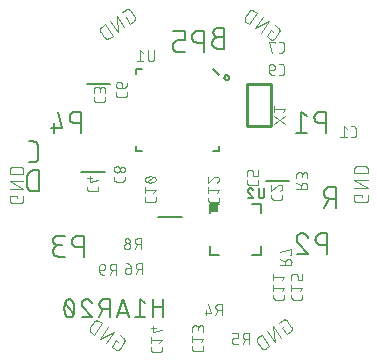
<source format=gbr>
G04 EAGLE Gerber RS-274X export*
G75*
%MOMM*%
%FSLAX34Y34*%
%LPD*%
%INSilkscreen Bottom*%
%IPPOS*%
%AMOC8*
5,1,8,0,0,1.08239X$1,22.5*%
G01*
%ADD10C,0.152400*%
%ADD11C,0.101600*%
%ADD12C,0.127000*%
%ADD13C,0.076200*%
%ADD14C,0.254000*%
%ADD15R,0.694750X0.707781*%
%ADD16C,0.177800*%


D10*
X375341Y470669D02*
X370402Y470669D01*
X370262Y470667D01*
X370123Y470661D01*
X369983Y470651D01*
X369844Y470637D01*
X369705Y470620D01*
X369567Y470598D01*
X369430Y470572D01*
X369293Y470543D01*
X369157Y470510D01*
X369023Y470473D01*
X368889Y470432D01*
X368757Y470387D01*
X368625Y470338D01*
X368496Y470286D01*
X368368Y470231D01*
X368241Y470171D01*
X368116Y470108D01*
X367993Y470042D01*
X367872Y469972D01*
X367753Y469899D01*
X367636Y469822D01*
X367522Y469742D01*
X367409Y469659D01*
X367299Y469573D01*
X367192Y469483D01*
X367087Y469391D01*
X366985Y469296D01*
X366885Y469198D01*
X366788Y469097D01*
X366694Y468993D01*
X366604Y468887D01*
X366516Y468778D01*
X366431Y468667D01*
X366350Y468553D01*
X366271Y468438D01*
X366196Y468320D01*
X366125Y468200D01*
X366057Y468077D01*
X365992Y467954D01*
X365931Y467828D01*
X365873Y467700D01*
X365819Y467572D01*
X365769Y467441D01*
X365722Y467309D01*
X365679Y467176D01*
X365640Y467042D01*
X365605Y466907D01*
X365574Y466771D01*
X365546Y466633D01*
X365523Y466496D01*
X365503Y466357D01*
X365487Y466218D01*
X365475Y466079D01*
X365467Y465940D01*
X365463Y465800D01*
X365463Y465660D01*
X365467Y465520D01*
X365475Y465381D01*
X365487Y465242D01*
X365503Y465103D01*
X365523Y464964D01*
X365546Y464827D01*
X365574Y464689D01*
X365605Y464553D01*
X365640Y464418D01*
X365679Y464284D01*
X365722Y464151D01*
X365769Y464019D01*
X365819Y463888D01*
X365873Y463760D01*
X365931Y463632D01*
X365992Y463506D01*
X366057Y463383D01*
X366125Y463261D01*
X366196Y463140D01*
X366271Y463022D01*
X366350Y462907D01*
X366431Y462793D01*
X366516Y462682D01*
X366604Y462573D01*
X366694Y462467D01*
X366788Y462363D01*
X366885Y462262D01*
X366985Y462164D01*
X367087Y462069D01*
X367192Y461977D01*
X367299Y461887D01*
X367409Y461801D01*
X367522Y461718D01*
X367636Y461638D01*
X367753Y461561D01*
X367872Y461488D01*
X367993Y461418D01*
X368116Y461352D01*
X368241Y461289D01*
X368368Y461229D01*
X368496Y461174D01*
X368625Y461122D01*
X368757Y461073D01*
X368889Y461028D01*
X369023Y460987D01*
X369157Y460950D01*
X369293Y460917D01*
X369430Y460888D01*
X369567Y460862D01*
X369705Y460840D01*
X369844Y460823D01*
X369983Y460809D01*
X370123Y460799D01*
X370262Y460793D01*
X370402Y460791D01*
X370402Y460792D02*
X375341Y460792D01*
X375341Y478572D01*
X370402Y478572D01*
X370402Y478571D02*
X370278Y478569D01*
X370154Y478563D01*
X370030Y478553D01*
X369907Y478540D01*
X369784Y478522D01*
X369662Y478501D01*
X369540Y478476D01*
X369419Y478447D01*
X369300Y478414D01*
X369181Y478378D01*
X369064Y478337D01*
X368948Y478294D01*
X368833Y478246D01*
X368720Y478195D01*
X368608Y478140D01*
X368499Y478082D01*
X368391Y478021D01*
X368285Y477956D01*
X368181Y477888D01*
X368080Y477816D01*
X367980Y477742D01*
X367884Y477664D01*
X367789Y477584D01*
X367697Y477500D01*
X367608Y477414D01*
X367522Y477325D01*
X367438Y477233D01*
X367358Y477138D01*
X367280Y477042D01*
X367206Y476942D01*
X367134Y476841D01*
X367066Y476737D01*
X367001Y476631D01*
X366940Y476523D01*
X366882Y476414D01*
X366827Y476302D01*
X366776Y476189D01*
X366728Y476074D01*
X366685Y475958D01*
X366644Y475841D01*
X366608Y475722D01*
X366575Y475603D01*
X366546Y475482D01*
X366521Y475360D01*
X366500Y475238D01*
X366482Y475115D01*
X366469Y474992D01*
X366459Y474868D01*
X366453Y474744D01*
X366451Y474620D01*
X366453Y474496D01*
X366459Y474372D01*
X366469Y474248D01*
X366482Y474125D01*
X366500Y474002D01*
X366521Y473880D01*
X366546Y473758D01*
X366575Y473637D01*
X366608Y473518D01*
X366644Y473399D01*
X366685Y473282D01*
X366728Y473166D01*
X366776Y473051D01*
X366827Y472938D01*
X366882Y472826D01*
X366940Y472717D01*
X367001Y472609D01*
X367066Y472503D01*
X367134Y472399D01*
X367206Y472298D01*
X367280Y472198D01*
X367358Y472102D01*
X367438Y472007D01*
X367522Y471915D01*
X367608Y471826D01*
X367697Y471740D01*
X367789Y471656D01*
X367884Y471576D01*
X367980Y471498D01*
X368080Y471424D01*
X368181Y471352D01*
X368285Y471284D01*
X368391Y471219D01*
X368499Y471158D01*
X368608Y471100D01*
X368720Y471045D01*
X368833Y470994D01*
X368948Y470946D01*
X369064Y470903D01*
X369181Y470862D01*
X369300Y470826D01*
X369419Y470793D01*
X369540Y470764D01*
X369662Y470739D01*
X369784Y470718D01*
X369907Y470700D01*
X370030Y470687D01*
X370154Y470677D01*
X370278Y470671D01*
X370402Y470669D01*
X469999Y343728D02*
X469999Y325948D01*
X469999Y343728D02*
X465060Y343728D01*
X464920Y343726D01*
X464781Y343720D01*
X464641Y343710D01*
X464502Y343696D01*
X464363Y343679D01*
X464225Y343657D01*
X464088Y343631D01*
X463951Y343602D01*
X463815Y343569D01*
X463681Y343532D01*
X463547Y343491D01*
X463415Y343446D01*
X463283Y343397D01*
X463154Y343345D01*
X463026Y343290D01*
X462899Y343230D01*
X462774Y343167D01*
X462651Y343101D01*
X462530Y343031D01*
X462411Y342958D01*
X462294Y342881D01*
X462180Y342801D01*
X462067Y342718D01*
X461957Y342632D01*
X461850Y342542D01*
X461745Y342450D01*
X461643Y342355D01*
X461543Y342257D01*
X461446Y342156D01*
X461352Y342052D01*
X461262Y341946D01*
X461174Y341837D01*
X461089Y341726D01*
X461008Y341612D01*
X460929Y341497D01*
X460854Y341379D01*
X460783Y341259D01*
X460715Y341136D01*
X460650Y341013D01*
X460589Y340887D01*
X460531Y340759D01*
X460477Y340631D01*
X460427Y340500D01*
X460380Y340368D01*
X460337Y340235D01*
X460298Y340101D01*
X460263Y339966D01*
X460232Y339830D01*
X460204Y339692D01*
X460181Y339555D01*
X460161Y339416D01*
X460145Y339277D01*
X460133Y339138D01*
X460125Y338999D01*
X460121Y338859D01*
X460121Y338719D01*
X460125Y338579D01*
X460133Y338440D01*
X460145Y338301D01*
X460161Y338162D01*
X460181Y338023D01*
X460204Y337886D01*
X460232Y337748D01*
X460263Y337612D01*
X460298Y337477D01*
X460337Y337343D01*
X460380Y337210D01*
X460427Y337078D01*
X460477Y336947D01*
X460531Y336819D01*
X460589Y336691D01*
X460650Y336565D01*
X460715Y336442D01*
X460783Y336320D01*
X460854Y336199D01*
X460929Y336081D01*
X461008Y335966D01*
X461089Y335852D01*
X461174Y335741D01*
X461262Y335632D01*
X461352Y335526D01*
X461446Y335422D01*
X461543Y335321D01*
X461643Y335223D01*
X461745Y335128D01*
X461850Y335036D01*
X461957Y334946D01*
X462067Y334860D01*
X462180Y334777D01*
X462294Y334697D01*
X462411Y334620D01*
X462530Y334547D01*
X462651Y334477D01*
X462774Y334411D01*
X462899Y334348D01*
X463026Y334288D01*
X463154Y334233D01*
X463283Y334181D01*
X463415Y334132D01*
X463547Y334087D01*
X463681Y334046D01*
X463815Y334009D01*
X463951Y333976D01*
X464088Y333947D01*
X464225Y333921D01*
X464363Y333899D01*
X464502Y333882D01*
X464641Y333868D01*
X464781Y333858D01*
X464920Y333852D01*
X465060Y333850D01*
X469999Y333850D01*
X464072Y333850D02*
X460121Y325948D01*
X218747Y339992D02*
X218747Y357772D01*
X213808Y357772D01*
X213669Y357770D01*
X213531Y357764D01*
X213393Y357755D01*
X213255Y357741D01*
X213118Y357724D01*
X212981Y357702D01*
X212844Y357677D01*
X212709Y357648D01*
X212574Y357615D01*
X212441Y357579D01*
X212308Y357539D01*
X212177Y357495D01*
X212047Y357447D01*
X211918Y357396D01*
X211791Y357341D01*
X211665Y357283D01*
X211541Y357221D01*
X211419Y357156D01*
X211299Y357087D01*
X211180Y357015D01*
X211064Y356940D01*
X210950Y356861D01*
X210838Y356779D01*
X210729Y356694D01*
X210621Y356607D01*
X210517Y356516D01*
X210415Y356422D01*
X210316Y356325D01*
X210219Y356226D01*
X210125Y356124D01*
X210034Y356020D01*
X209947Y355912D01*
X209862Y355803D01*
X209780Y355691D01*
X209701Y355577D01*
X209626Y355461D01*
X209554Y355342D01*
X209485Y355222D01*
X209420Y355100D01*
X209358Y354976D01*
X209300Y354850D01*
X209245Y354723D01*
X209194Y354594D01*
X209146Y354464D01*
X209102Y354333D01*
X209062Y354200D01*
X209026Y354067D01*
X208993Y353932D01*
X208964Y353797D01*
X208939Y353660D01*
X208917Y353523D01*
X208900Y353386D01*
X208886Y353248D01*
X208877Y353110D01*
X208871Y352972D01*
X208869Y352833D01*
X208870Y352833D02*
X208870Y344931D01*
X208869Y344931D02*
X208871Y344792D01*
X208877Y344654D01*
X208886Y344516D01*
X208900Y344378D01*
X208917Y344241D01*
X208939Y344104D01*
X208964Y343967D01*
X208993Y343832D01*
X209026Y343697D01*
X209062Y343564D01*
X209102Y343431D01*
X209146Y343300D01*
X209194Y343170D01*
X209245Y343041D01*
X209300Y342914D01*
X209358Y342788D01*
X209420Y342664D01*
X209485Y342542D01*
X209554Y342422D01*
X209626Y342303D01*
X209701Y342187D01*
X209780Y342073D01*
X209862Y341961D01*
X209947Y341852D01*
X210034Y341744D01*
X210125Y341640D01*
X210219Y341538D01*
X210316Y341439D01*
X210415Y341342D01*
X210517Y341248D01*
X210621Y341157D01*
X210729Y341070D01*
X210838Y340985D01*
X210950Y340903D01*
X211064Y340824D01*
X211180Y340749D01*
X211299Y340677D01*
X211419Y340608D01*
X211541Y340543D01*
X211665Y340481D01*
X211791Y340423D01*
X211918Y340368D01*
X212047Y340317D01*
X212177Y340269D01*
X212308Y340225D01*
X212441Y340185D01*
X212574Y340149D01*
X212709Y340116D01*
X212844Y340087D01*
X212981Y340062D01*
X213118Y340040D01*
X213255Y340023D01*
X213393Y340009D01*
X213531Y340000D01*
X213669Y339994D01*
X213808Y339992D01*
X218747Y339992D01*
X214202Y364472D02*
X210251Y364472D01*
X214202Y364472D02*
X214326Y364474D01*
X214450Y364480D01*
X214574Y364490D01*
X214697Y364503D01*
X214820Y364521D01*
X214942Y364542D01*
X215064Y364567D01*
X215185Y364596D01*
X215304Y364629D01*
X215423Y364665D01*
X215540Y364706D01*
X215656Y364749D01*
X215771Y364797D01*
X215884Y364848D01*
X215996Y364903D01*
X216105Y364961D01*
X216213Y365022D01*
X216319Y365087D01*
X216423Y365155D01*
X216524Y365227D01*
X216624Y365301D01*
X216720Y365379D01*
X216815Y365459D01*
X216907Y365543D01*
X216996Y365629D01*
X217082Y365718D01*
X217166Y365810D01*
X217246Y365905D01*
X217324Y366001D01*
X217398Y366101D01*
X217470Y366202D01*
X217538Y366306D01*
X217603Y366412D01*
X217664Y366520D01*
X217722Y366629D01*
X217777Y366741D01*
X217828Y366854D01*
X217876Y366969D01*
X217919Y367085D01*
X217960Y367202D01*
X217996Y367321D01*
X218029Y367440D01*
X218058Y367561D01*
X218083Y367683D01*
X218104Y367805D01*
X218122Y367928D01*
X218135Y368051D01*
X218145Y368175D01*
X218151Y368299D01*
X218153Y368423D01*
X218153Y378301D01*
X218151Y378425D01*
X218145Y378549D01*
X218135Y378673D01*
X218122Y378796D01*
X218104Y378919D01*
X218083Y379041D01*
X218058Y379163D01*
X218029Y379284D01*
X217996Y379403D01*
X217960Y379522D01*
X217919Y379639D01*
X217876Y379755D01*
X217828Y379870D01*
X217777Y379983D01*
X217722Y380095D01*
X217664Y380204D01*
X217603Y380312D01*
X217538Y380418D01*
X217470Y380522D01*
X217398Y380623D01*
X217324Y380723D01*
X217246Y380819D01*
X217166Y380914D01*
X217082Y381006D01*
X216996Y381095D01*
X216907Y381181D01*
X216815Y381265D01*
X216720Y381345D01*
X216624Y381423D01*
X216524Y381497D01*
X216423Y381569D01*
X216319Y381637D01*
X216213Y381702D01*
X216105Y381763D01*
X215996Y381821D01*
X215884Y381876D01*
X215771Y381927D01*
X215657Y381975D01*
X215540Y382018D01*
X215423Y382059D01*
X215304Y382095D01*
X215185Y382128D01*
X215064Y382157D01*
X214942Y382182D01*
X214820Y382203D01*
X214697Y382221D01*
X214574Y382234D01*
X214450Y382244D01*
X214326Y382250D01*
X214202Y382252D01*
X210251Y382252D01*
D11*
X415198Y476444D02*
X416793Y475327D01*
X415198Y476444D02*
X411475Y471127D01*
X414665Y468893D01*
X414748Y468838D01*
X414832Y468786D01*
X414919Y468737D01*
X415007Y468691D01*
X415097Y468649D01*
X415189Y468610D01*
X415282Y468575D01*
X415376Y468543D01*
X415471Y468515D01*
X415568Y468491D01*
X415665Y468470D01*
X415763Y468454D01*
X415862Y468440D01*
X415961Y468431D01*
X416060Y468426D01*
X416160Y468424D01*
X416259Y468426D01*
X416358Y468432D01*
X416457Y468442D01*
X416556Y468455D01*
X416654Y468473D01*
X416751Y468494D01*
X416847Y468518D01*
X416943Y468547D01*
X417037Y468579D01*
X417130Y468614D01*
X417221Y468653D01*
X417311Y468696D01*
X417399Y468742D01*
X417485Y468791D01*
X417570Y468844D01*
X417652Y468900D01*
X417732Y468959D01*
X417810Y469021D01*
X417885Y469086D01*
X417958Y469153D01*
X418028Y469224D01*
X418096Y469297D01*
X418160Y469373D01*
X418222Y469451D01*
X418281Y469531D01*
X422004Y474848D01*
X422059Y474931D01*
X422111Y475015D01*
X422160Y475102D01*
X422206Y475190D01*
X422248Y475280D01*
X422287Y475372D01*
X422322Y475465D01*
X422354Y475559D01*
X422382Y475654D01*
X422406Y475751D01*
X422427Y475848D01*
X422443Y475946D01*
X422457Y476045D01*
X422466Y476144D01*
X422471Y476243D01*
X422473Y476343D01*
X422471Y476442D01*
X422465Y476541D01*
X422455Y476640D01*
X422442Y476739D01*
X422424Y476837D01*
X422403Y476934D01*
X422379Y477030D01*
X422350Y477126D01*
X422318Y477220D01*
X422283Y477313D01*
X422244Y477404D01*
X422201Y477494D01*
X422155Y477582D01*
X422106Y477668D01*
X422053Y477753D01*
X421997Y477835D01*
X421938Y477915D01*
X421876Y477993D01*
X421811Y478068D01*
X421744Y478141D01*
X421673Y478211D01*
X421600Y478279D01*
X421524Y478343D01*
X421446Y478405D01*
X421366Y478464D01*
X421367Y478464D02*
X418176Y480698D01*
X413507Y483968D02*
X406805Y474397D01*
X401488Y478120D02*
X413507Y483968D01*
X408189Y487691D02*
X401488Y478120D01*
X396818Y481390D02*
X403519Y490961D01*
X400861Y492822D01*
X400861Y492823D02*
X400767Y492886D01*
X400671Y492946D01*
X400573Y493003D01*
X400473Y493056D01*
X400371Y493106D01*
X400267Y493152D01*
X400162Y493194D01*
X400056Y493233D01*
X399948Y493268D01*
X399839Y493299D01*
X399729Y493327D01*
X399618Y493350D01*
X399507Y493370D01*
X399395Y493386D01*
X399282Y493398D01*
X399169Y493406D01*
X399056Y493410D01*
X398942Y493410D01*
X398829Y493406D01*
X398716Y493398D01*
X398603Y493386D01*
X398491Y493370D01*
X398380Y493350D01*
X398269Y493327D01*
X398159Y493299D01*
X398050Y493268D01*
X397942Y493233D01*
X397836Y493194D01*
X397731Y493152D01*
X397627Y493106D01*
X397525Y493056D01*
X397425Y493003D01*
X397327Y492946D01*
X397231Y492886D01*
X397137Y492823D01*
X397046Y492756D01*
X396956Y492687D01*
X396869Y492614D01*
X396785Y492538D01*
X396704Y492459D01*
X396625Y492378D01*
X396549Y492294D01*
X396476Y492207D01*
X396407Y492118D01*
X396340Y492026D01*
X396341Y492025D02*
X393362Y487772D01*
X393299Y487678D01*
X393239Y487582D01*
X393182Y487484D01*
X393129Y487384D01*
X393079Y487282D01*
X393033Y487178D01*
X392991Y487073D01*
X392952Y486967D01*
X392917Y486859D01*
X392886Y486750D01*
X392858Y486640D01*
X392835Y486529D01*
X392815Y486418D01*
X392799Y486306D01*
X392787Y486193D01*
X392779Y486080D01*
X392775Y485967D01*
X392775Y485853D01*
X392779Y485740D01*
X392787Y485627D01*
X392799Y485514D01*
X392815Y485402D01*
X392835Y485291D01*
X392858Y485180D01*
X392886Y485070D01*
X392917Y484961D01*
X392952Y484853D01*
X392991Y484747D01*
X393033Y484642D01*
X393079Y484538D01*
X393129Y484436D01*
X393182Y484336D01*
X393239Y484238D01*
X393299Y484142D01*
X393362Y484048D01*
X393429Y483956D01*
X393498Y483867D01*
X393571Y483780D01*
X393647Y483696D01*
X393726Y483615D01*
X393807Y483536D01*
X393891Y483460D01*
X393978Y483387D01*
X394068Y483318D01*
X394159Y483251D01*
X396818Y481390D01*
X492049Y337254D02*
X492049Y335306D01*
X492049Y337254D02*
X485558Y337254D01*
X485558Y333359D01*
X485560Y333260D01*
X485566Y333160D01*
X485575Y333061D01*
X485588Y332963D01*
X485605Y332865D01*
X485626Y332767D01*
X485651Y332671D01*
X485679Y332576D01*
X485711Y332482D01*
X485746Y332389D01*
X485785Y332297D01*
X485828Y332207D01*
X485873Y332119D01*
X485923Y332032D01*
X485975Y331948D01*
X486031Y331865D01*
X486089Y331785D01*
X486151Y331707D01*
X486216Y331632D01*
X486284Y331559D01*
X486354Y331489D01*
X486427Y331421D01*
X486502Y331356D01*
X486580Y331294D01*
X486660Y331236D01*
X486743Y331180D01*
X486827Y331128D01*
X486914Y331078D01*
X487002Y331033D01*
X487092Y330990D01*
X487184Y330951D01*
X487277Y330916D01*
X487371Y330884D01*
X487466Y330856D01*
X487562Y330831D01*
X487660Y330810D01*
X487758Y330793D01*
X487856Y330780D01*
X487955Y330771D01*
X488055Y330765D01*
X488154Y330763D01*
X494646Y330763D01*
X494745Y330765D01*
X494845Y330771D01*
X494944Y330780D01*
X495042Y330793D01*
X495140Y330810D01*
X495238Y330831D01*
X495334Y330856D01*
X495429Y330884D01*
X495523Y330916D01*
X495616Y330951D01*
X495708Y330990D01*
X495798Y331033D01*
X495886Y331078D01*
X495973Y331128D01*
X496057Y331180D01*
X496140Y331236D01*
X496220Y331294D01*
X496298Y331356D01*
X496373Y331421D01*
X496446Y331489D01*
X496516Y331559D01*
X496584Y331632D01*
X496649Y331707D01*
X496711Y331785D01*
X496769Y331865D01*
X496825Y331948D01*
X496877Y332032D01*
X496927Y332119D01*
X496972Y332207D01*
X497015Y332297D01*
X497054Y332389D01*
X497089Y332481D01*
X497121Y332576D01*
X497149Y332671D01*
X497174Y332767D01*
X497195Y332865D01*
X497212Y332963D01*
X497225Y333061D01*
X497234Y333160D01*
X497240Y333260D01*
X497242Y333359D01*
X497242Y337254D01*
X497242Y342954D02*
X485558Y342954D01*
X485558Y349446D02*
X497242Y342954D01*
X497242Y349446D02*
X485558Y349446D01*
X485558Y355146D02*
X497242Y355146D01*
X497242Y358392D01*
X497240Y358505D01*
X497234Y358618D01*
X497224Y358731D01*
X497210Y358844D01*
X497193Y358956D01*
X497171Y359067D01*
X497146Y359177D01*
X497116Y359287D01*
X497083Y359395D01*
X497046Y359502D01*
X497006Y359608D01*
X496961Y359712D01*
X496913Y359815D01*
X496862Y359916D01*
X496807Y360015D01*
X496749Y360112D01*
X496687Y360207D01*
X496622Y360300D01*
X496554Y360390D01*
X496483Y360478D01*
X496408Y360564D01*
X496331Y360647D01*
X496251Y360727D01*
X496168Y360804D01*
X496082Y360879D01*
X495994Y360950D01*
X495904Y361018D01*
X495811Y361083D01*
X495716Y361145D01*
X495619Y361203D01*
X495520Y361258D01*
X495419Y361309D01*
X495316Y361357D01*
X495212Y361402D01*
X495106Y361442D01*
X494999Y361479D01*
X494891Y361512D01*
X494781Y361542D01*
X494671Y361567D01*
X494560Y361589D01*
X494448Y361606D01*
X494335Y361620D01*
X494222Y361630D01*
X494109Y361636D01*
X493996Y361638D01*
X488804Y361638D01*
X488691Y361636D01*
X488578Y361630D01*
X488465Y361620D01*
X488352Y361606D01*
X488240Y361589D01*
X488129Y361567D01*
X488019Y361542D01*
X487909Y361512D01*
X487801Y361479D01*
X487694Y361442D01*
X487588Y361402D01*
X487484Y361357D01*
X487381Y361309D01*
X487280Y361258D01*
X487181Y361203D01*
X487084Y361145D01*
X486989Y361083D01*
X486896Y361018D01*
X486806Y360950D01*
X486718Y360879D01*
X486632Y360804D01*
X486549Y360727D01*
X486469Y360647D01*
X486392Y360564D01*
X486317Y360478D01*
X486246Y360390D01*
X486178Y360300D01*
X486113Y360207D01*
X486051Y360112D01*
X485993Y360015D01*
X485938Y359916D01*
X485887Y359815D01*
X485839Y359712D01*
X485794Y359608D01*
X485754Y359502D01*
X485717Y359395D01*
X485684Y359287D01*
X485654Y359177D01*
X485629Y359067D01*
X485607Y358956D01*
X485590Y358844D01*
X485576Y358731D01*
X485566Y358618D01*
X485560Y358505D01*
X485558Y358392D01*
X485558Y355146D01*
X426462Y225756D02*
X424867Y224639D01*
X428590Y219322D01*
X431781Y221556D01*
X431780Y221556D02*
X431860Y221615D01*
X431938Y221677D01*
X432014Y221741D01*
X432087Y221809D01*
X432158Y221879D01*
X432225Y221952D01*
X432290Y222027D01*
X432352Y222105D01*
X432411Y222185D01*
X432467Y222267D01*
X432520Y222352D01*
X432569Y222438D01*
X432615Y222526D01*
X432658Y222616D01*
X432697Y222707D01*
X432732Y222800D01*
X432764Y222894D01*
X432793Y222990D01*
X432817Y223086D01*
X432838Y223183D01*
X432856Y223281D01*
X432869Y223380D01*
X432879Y223479D01*
X432885Y223578D01*
X432887Y223677D01*
X432885Y223777D01*
X432880Y223876D01*
X432870Y223975D01*
X432857Y224074D01*
X432841Y224172D01*
X432820Y224269D01*
X432796Y224366D01*
X432768Y224461D01*
X432736Y224555D01*
X432701Y224648D01*
X432662Y224740D01*
X432620Y224830D01*
X432574Y224918D01*
X432525Y225005D01*
X432473Y225089D01*
X432418Y225172D01*
X428695Y230489D01*
X428636Y230569D01*
X428574Y230647D01*
X428510Y230723D01*
X428442Y230796D01*
X428372Y230867D01*
X428299Y230934D01*
X428224Y230999D01*
X428146Y231061D01*
X428066Y231120D01*
X427984Y231176D01*
X427899Y231229D01*
X427813Y231278D01*
X427725Y231324D01*
X427635Y231367D01*
X427544Y231406D01*
X427451Y231441D01*
X427357Y231473D01*
X427261Y231502D01*
X427165Y231526D01*
X427068Y231547D01*
X426970Y231565D01*
X426871Y231578D01*
X426772Y231588D01*
X426673Y231594D01*
X426574Y231596D01*
X426474Y231594D01*
X426375Y231589D01*
X426276Y231580D01*
X426177Y231566D01*
X426079Y231550D01*
X425982Y231529D01*
X425885Y231505D01*
X425790Y231477D01*
X425696Y231445D01*
X425603Y231410D01*
X425511Y231371D01*
X425421Y231329D01*
X425333Y231283D01*
X425246Y231234D01*
X425162Y231182D01*
X425079Y231127D01*
X421889Y228893D01*
X417219Y225623D02*
X423920Y216052D01*
X418603Y212329D02*
X417219Y225623D01*
X411902Y221900D02*
X418603Y212329D01*
X413933Y209059D02*
X407232Y218630D01*
X404573Y216768D01*
X404573Y216769D02*
X404482Y216702D01*
X404392Y216633D01*
X404305Y216560D01*
X404221Y216484D01*
X404140Y216405D01*
X404061Y216324D01*
X403985Y216240D01*
X403912Y216153D01*
X403843Y216064D01*
X403776Y215972D01*
X403713Y215878D01*
X403653Y215782D01*
X403596Y215684D01*
X403543Y215584D01*
X403493Y215482D01*
X403447Y215378D01*
X403405Y215273D01*
X403366Y215167D01*
X403331Y215059D01*
X403300Y214950D01*
X403272Y214840D01*
X403249Y214729D01*
X403229Y214618D01*
X403213Y214506D01*
X403201Y214393D01*
X403193Y214280D01*
X403189Y214167D01*
X403189Y214053D01*
X403193Y213940D01*
X403201Y213827D01*
X403213Y213714D01*
X403229Y213602D01*
X403249Y213491D01*
X403272Y213380D01*
X403300Y213270D01*
X403331Y213161D01*
X403366Y213053D01*
X403405Y212947D01*
X403447Y212842D01*
X403493Y212738D01*
X403543Y212636D01*
X403596Y212536D01*
X403653Y212438D01*
X403713Y212342D01*
X403776Y212248D01*
X406755Y207994D01*
X406754Y207994D02*
X406821Y207903D01*
X406890Y207813D01*
X406963Y207726D01*
X407039Y207642D01*
X407118Y207561D01*
X407199Y207482D01*
X407283Y207406D01*
X407370Y207333D01*
X407460Y207264D01*
X407551Y207197D01*
X407645Y207134D01*
X407741Y207074D01*
X407839Y207017D01*
X407939Y206964D01*
X408041Y206914D01*
X408145Y206868D01*
X408250Y206826D01*
X408356Y206787D01*
X408464Y206752D01*
X408573Y206721D01*
X408683Y206693D01*
X408794Y206670D01*
X408905Y206650D01*
X409017Y206634D01*
X409130Y206622D01*
X409243Y206614D01*
X409356Y206610D01*
X409470Y206610D01*
X409583Y206614D01*
X409696Y206622D01*
X409809Y206634D01*
X409921Y206650D01*
X410032Y206670D01*
X410143Y206693D01*
X410253Y206721D01*
X410362Y206752D01*
X410470Y206787D01*
X410576Y206826D01*
X410681Y206868D01*
X410785Y206914D01*
X410887Y206964D01*
X410987Y207017D01*
X411085Y207074D01*
X411181Y207134D01*
X411275Y207197D01*
X413933Y209059D01*
X285563Y212624D02*
X283968Y213741D01*
X280245Y208424D01*
X283435Y206190D01*
X283518Y206135D01*
X283602Y206083D01*
X283689Y206034D01*
X283777Y205988D01*
X283867Y205946D01*
X283959Y205907D01*
X284052Y205872D01*
X284146Y205840D01*
X284241Y205812D01*
X284338Y205788D01*
X284435Y205767D01*
X284533Y205751D01*
X284632Y205737D01*
X284731Y205728D01*
X284830Y205723D01*
X284930Y205721D01*
X285029Y205723D01*
X285128Y205729D01*
X285227Y205739D01*
X285326Y205752D01*
X285424Y205770D01*
X285521Y205791D01*
X285617Y205815D01*
X285713Y205844D01*
X285807Y205876D01*
X285900Y205911D01*
X285991Y205950D01*
X286081Y205993D01*
X286169Y206039D01*
X286255Y206088D01*
X286340Y206141D01*
X286422Y206197D01*
X286502Y206256D01*
X286580Y206318D01*
X286655Y206383D01*
X286728Y206450D01*
X286798Y206521D01*
X286866Y206594D01*
X286930Y206670D01*
X286992Y206748D01*
X287051Y206828D01*
X290774Y212145D01*
X290829Y212228D01*
X290881Y212312D01*
X290930Y212399D01*
X290976Y212487D01*
X291018Y212577D01*
X291057Y212669D01*
X291092Y212762D01*
X291124Y212856D01*
X291152Y212951D01*
X291176Y213048D01*
X291197Y213145D01*
X291213Y213243D01*
X291227Y213342D01*
X291236Y213441D01*
X291241Y213540D01*
X291243Y213640D01*
X291241Y213739D01*
X291235Y213838D01*
X291225Y213937D01*
X291212Y214036D01*
X291194Y214134D01*
X291173Y214231D01*
X291149Y214327D01*
X291120Y214423D01*
X291088Y214517D01*
X291053Y214610D01*
X291014Y214701D01*
X290971Y214791D01*
X290925Y214879D01*
X290876Y214965D01*
X290823Y215050D01*
X290767Y215132D01*
X290708Y215212D01*
X290646Y215290D01*
X290581Y215365D01*
X290514Y215438D01*
X290443Y215508D01*
X290370Y215576D01*
X290294Y215640D01*
X290216Y215702D01*
X290136Y215761D01*
X290137Y215761D02*
X286946Y217995D01*
X282277Y221265D02*
X275575Y211694D01*
X270258Y215417D02*
X282277Y221265D01*
X276959Y224988D02*
X270258Y215417D01*
X265588Y218687D02*
X272289Y228258D01*
X269631Y230119D01*
X269631Y230120D02*
X269537Y230183D01*
X269441Y230243D01*
X269343Y230300D01*
X269243Y230353D01*
X269141Y230403D01*
X269037Y230449D01*
X268932Y230491D01*
X268826Y230530D01*
X268718Y230565D01*
X268609Y230596D01*
X268499Y230624D01*
X268388Y230647D01*
X268277Y230667D01*
X268165Y230683D01*
X268052Y230695D01*
X267939Y230703D01*
X267826Y230707D01*
X267712Y230707D01*
X267599Y230703D01*
X267486Y230695D01*
X267373Y230683D01*
X267261Y230667D01*
X267150Y230647D01*
X267039Y230624D01*
X266929Y230596D01*
X266820Y230565D01*
X266712Y230530D01*
X266606Y230491D01*
X266501Y230449D01*
X266397Y230403D01*
X266295Y230353D01*
X266195Y230300D01*
X266097Y230243D01*
X266001Y230183D01*
X265907Y230120D01*
X265816Y230053D01*
X265726Y229984D01*
X265639Y229911D01*
X265555Y229835D01*
X265474Y229756D01*
X265395Y229675D01*
X265319Y229591D01*
X265246Y229504D01*
X265177Y229415D01*
X265110Y229323D01*
X265111Y229322D02*
X262132Y225069D01*
X262069Y224975D01*
X262009Y224879D01*
X261952Y224781D01*
X261899Y224681D01*
X261849Y224579D01*
X261803Y224475D01*
X261761Y224370D01*
X261722Y224264D01*
X261687Y224156D01*
X261656Y224047D01*
X261628Y223937D01*
X261605Y223826D01*
X261585Y223715D01*
X261569Y223603D01*
X261557Y223490D01*
X261549Y223377D01*
X261545Y223264D01*
X261545Y223150D01*
X261549Y223037D01*
X261557Y222924D01*
X261569Y222811D01*
X261585Y222699D01*
X261605Y222588D01*
X261628Y222477D01*
X261656Y222367D01*
X261687Y222258D01*
X261722Y222150D01*
X261761Y222044D01*
X261803Y221939D01*
X261849Y221835D01*
X261899Y221733D01*
X261952Y221633D01*
X262009Y221535D01*
X262069Y221439D01*
X262132Y221345D01*
X262199Y221253D01*
X262268Y221164D01*
X262341Y221077D01*
X262417Y220993D01*
X262496Y220912D01*
X262577Y220833D01*
X262661Y220757D01*
X262748Y220684D01*
X262838Y220615D01*
X262929Y220548D01*
X265588Y218687D01*
X200379Y334544D02*
X200379Y336492D01*
X193888Y336492D01*
X193888Y332597D01*
X193890Y332498D01*
X193896Y332398D01*
X193905Y332299D01*
X193918Y332201D01*
X193935Y332103D01*
X193956Y332005D01*
X193981Y331909D01*
X194009Y331814D01*
X194041Y331720D01*
X194076Y331627D01*
X194115Y331535D01*
X194158Y331445D01*
X194203Y331357D01*
X194253Y331270D01*
X194305Y331186D01*
X194361Y331103D01*
X194419Y331023D01*
X194481Y330945D01*
X194546Y330870D01*
X194614Y330797D01*
X194684Y330727D01*
X194757Y330659D01*
X194832Y330594D01*
X194910Y330532D01*
X194990Y330474D01*
X195073Y330418D01*
X195157Y330366D01*
X195244Y330316D01*
X195332Y330271D01*
X195422Y330228D01*
X195514Y330189D01*
X195607Y330154D01*
X195701Y330122D01*
X195796Y330094D01*
X195892Y330069D01*
X195990Y330048D01*
X196088Y330031D01*
X196186Y330018D01*
X196285Y330009D01*
X196385Y330003D01*
X196484Y330001D01*
X202976Y330001D01*
X203075Y330003D01*
X203175Y330009D01*
X203274Y330018D01*
X203372Y330031D01*
X203470Y330048D01*
X203568Y330069D01*
X203664Y330094D01*
X203759Y330122D01*
X203853Y330154D01*
X203946Y330189D01*
X204038Y330228D01*
X204128Y330271D01*
X204216Y330316D01*
X204303Y330366D01*
X204387Y330418D01*
X204470Y330474D01*
X204550Y330532D01*
X204628Y330594D01*
X204703Y330659D01*
X204776Y330727D01*
X204846Y330797D01*
X204914Y330870D01*
X204979Y330945D01*
X205041Y331023D01*
X205099Y331103D01*
X205155Y331186D01*
X205207Y331270D01*
X205257Y331357D01*
X205302Y331445D01*
X205345Y331535D01*
X205384Y331627D01*
X205419Y331719D01*
X205451Y331814D01*
X205479Y331909D01*
X205504Y332005D01*
X205525Y332103D01*
X205542Y332201D01*
X205555Y332299D01*
X205564Y332398D01*
X205570Y332498D01*
X205572Y332597D01*
X205572Y336492D01*
X205572Y342192D02*
X193888Y342192D01*
X193888Y348684D02*
X205572Y342192D01*
X205572Y348684D02*
X193888Y348684D01*
X193888Y354384D02*
X205572Y354384D01*
X205572Y357630D01*
X205570Y357743D01*
X205564Y357856D01*
X205554Y357969D01*
X205540Y358082D01*
X205523Y358194D01*
X205501Y358305D01*
X205476Y358415D01*
X205446Y358525D01*
X205413Y358633D01*
X205376Y358740D01*
X205336Y358846D01*
X205291Y358950D01*
X205243Y359053D01*
X205192Y359154D01*
X205137Y359253D01*
X205079Y359350D01*
X205017Y359445D01*
X204952Y359538D01*
X204884Y359628D01*
X204813Y359716D01*
X204738Y359802D01*
X204661Y359885D01*
X204581Y359965D01*
X204498Y360042D01*
X204412Y360117D01*
X204324Y360188D01*
X204234Y360256D01*
X204141Y360321D01*
X204046Y360383D01*
X203949Y360441D01*
X203850Y360496D01*
X203749Y360547D01*
X203646Y360595D01*
X203542Y360640D01*
X203436Y360680D01*
X203329Y360717D01*
X203221Y360750D01*
X203111Y360780D01*
X203001Y360805D01*
X202890Y360827D01*
X202778Y360844D01*
X202665Y360858D01*
X202552Y360868D01*
X202439Y360874D01*
X202326Y360876D01*
X197134Y360876D01*
X197021Y360874D01*
X196908Y360868D01*
X196795Y360858D01*
X196682Y360844D01*
X196570Y360827D01*
X196459Y360805D01*
X196349Y360780D01*
X196239Y360750D01*
X196131Y360717D01*
X196024Y360680D01*
X195918Y360640D01*
X195814Y360595D01*
X195711Y360547D01*
X195610Y360496D01*
X195511Y360441D01*
X195414Y360383D01*
X195319Y360321D01*
X195226Y360256D01*
X195136Y360188D01*
X195048Y360117D01*
X194962Y360042D01*
X194879Y359965D01*
X194799Y359885D01*
X194722Y359802D01*
X194647Y359716D01*
X194576Y359628D01*
X194508Y359538D01*
X194443Y359445D01*
X194381Y359350D01*
X194323Y359253D01*
X194268Y359154D01*
X194217Y359053D01*
X194169Y358950D01*
X194124Y358846D01*
X194084Y358740D01*
X194047Y358633D01*
X194014Y358525D01*
X193984Y358415D01*
X193959Y358305D01*
X193937Y358194D01*
X193920Y358082D01*
X193906Y357969D01*
X193896Y357856D01*
X193890Y357743D01*
X193888Y357630D01*
X193888Y354384D01*
X292113Y487342D02*
X293708Y488459D01*
X292113Y487342D02*
X295836Y482025D01*
X299027Y484259D01*
X299026Y484259D02*
X299106Y484318D01*
X299184Y484380D01*
X299260Y484444D01*
X299333Y484512D01*
X299404Y484582D01*
X299471Y484655D01*
X299536Y484730D01*
X299598Y484808D01*
X299657Y484888D01*
X299713Y484970D01*
X299766Y485055D01*
X299815Y485141D01*
X299861Y485229D01*
X299904Y485319D01*
X299943Y485410D01*
X299978Y485503D01*
X300010Y485597D01*
X300039Y485693D01*
X300063Y485789D01*
X300084Y485886D01*
X300102Y485984D01*
X300115Y486083D01*
X300125Y486182D01*
X300131Y486281D01*
X300133Y486380D01*
X300131Y486480D01*
X300126Y486579D01*
X300116Y486678D01*
X300103Y486777D01*
X300087Y486875D01*
X300066Y486972D01*
X300042Y487069D01*
X300014Y487164D01*
X299982Y487258D01*
X299947Y487351D01*
X299908Y487443D01*
X299866Y487533D01*
X299820Y487621D01*
X299771Y487708D01*
X299719Y487792D01*
X299664Y487875D01*
X295941Y493192D01*
X295882Y493272D01*
X295820Y493350D01*
X295756Y493426D01*
X295688Y493499D01*
X295618Y493570D01*
X295545Y493637D01*
X295470Y493702D01*
X295392Y493764D01*
X295312Y493823D01*
X295230Y493879D01*
X295145Y493932D01*
X295059Y493981D01*
X294971Y494027D01*
X294881Y494070D01*
X294790Y494109D01*
X294697Y494144D01*
X294603Y494176D01*
X294507Y494205D01*
X294411Y494229D01*
X294314Y494250D01*
X294216Y494268D01*
X294117Y494281D01*
X294018Y494291D01*
X293919Y494297D01*
X293820Y494299D01*
X293720Y494297D01*
X293621Y494292D01*
X293522Y494283D01*
X293423Y494269D01*
X293325Y494253D01*
X293228Y494232D01*
X293131Y494208D01*
X293036Y494180D01*
X292942Y494148D01*
X292849Y494113D01*
X292757Y494074D01*
X292667Y494032D01*
X292579Y493986D01*
X292492Y493937D01*
X292408Y493885D01*
X292325Y493830D01*
X289135Y491596D01*
X284465Y488326D02*
X291166Y478755D01*
X285849Y475032D02*
X284465Y488326D01*
X279148Y484603D02*
X285849Y475032D01*
X281179Y471762D02*
X274478Y481333D01*
X271819Y479471D01*
X271819Y479472D02*
X271728Y479405D01*
X271638Y479336D01*
X271551Y479263D01*
X271467Y479187D01*
X271386Y479108D01*
X271307Y479027D01*
X271231Y478943D01*
X271158Y478856D01*
X271089Y478767D01*
X271022Y478675D01*
X270959Y478581D01*
X270899Y478485D01*
X270842Y478387D01*
X270789Y478287D01*
X270739Y478185D01*
X270693Y478081D01*
X270651Y477976D01*
X270612Y477870D01*
X270577Y477762D01*
X270546Y477653D01*
X270518Y477543D01*
X270495Y477432D01*
X270475Y477321D01*
X270459Y477209D01*
X270447Y477096D01*
X270439Y476983D01*
X270435Y476870D01*
X270435Y476756D01*
X270439Y476643D01*
X270447Y476530D01*
X270459Y476417D01*
X270475Y476305D01*
X270495Y476194D01*
X270518Y476083D01*
X270546Y475973D01*
X270577Y475864D01*
X270612Y475756D01*
X270651Y475650D01*
X270693Y475545D01*
X270739Y475441D01*
X270789Y475339D01*
X270842Y475239D01*
X270899Y475141D01*
X270959Y475045D01*
X271022Y474951D01*
X274001Y470697D01*
X274000Y470697D02*
X274067Y470606D01*
X274136Y470516D01*
X274209Y470429D01*
X274285Y470345D01*
X274364Y470264D01*
X274445Y470185D01*
X274529Y470109D01*
X274616Y470036D01*
X274706Y469967D01*
X274797Y469900D01*
X274891Y469837D01*
X274987Y469777D01*
X275085Y469720D01*
X275185Y469667D01*
X275287Y469617D01*
X275391Y469571D01*
X275496Y469529D01*
X275602Y469490D01*
X275710Y469455D01*
X275819Y469424D01*
X275929Y469396D01*
X276040Y469373D01*
X276151Y469353D01*
X276263Y469337D01*
X276376Y469325D01*
X276489Y469317D01*
X276602Y469313D01*
X276716Y469313D01*
X276829Y469317D01*
X276942Y469325D01*
X277055Y469337D01*
X277167Y469353D01*
X277278Y469373D01*
X277389Y469396D01*
X277499Y469424D01*
X277608Y469455D01*
X277716Y469490D01*
X277822Y469529D01*
X277927Y469571D01*
X278031Y469617D01*
X278133Y469667D01*
X278233Y469720D01*
X278331Y469777D01*
X278427Y469837D01*
X278521Y469900D01*
X281179Y471762D01*
D10*
X461854Y407572D02*
X461854Y389792D01*
X461854Y407572D02*
X456916Y407572D01*
X456776Y407570D01*
X456637Y407564D01*
X456497Y407554D01*
X456358Y407540D01*
X456219Y407523D01*
X456081Y407501D01*
X455944Y407475D01*
X455807Y407446D01*
X455671Y407413D01*
X455537Y407376D01*
X455403Y407335D01*
X455271Y407290D01*
X455139Y407241D01*
X455010Y407189D01*
X454882Y407134D01*
X454755Y407074D01*
X454630Y407011D01*
X454507Y406945D01*
X454386Y406875D01*
X454267Y406802D01*
X454150Y406725D01*
X454036Y406645D01*
X453923Y406562D01*
X453813Y406476D01*
X453706Y406386D01*
X453601Y406294D01*
X453499Y406199D01*
X453399Y406101D01*
X453302Y406000D01*
X453208Y405896D01*
X453118Y405790D01*
X453030Y405681D01*
X452945Y405570D01*
X452864Y405456D01*
X452785Y405341D01*
X452710Y405223D01*
X452639Y405103D01*
X452571Y404980D01*
X452506Y404857D01*
X452445Y404731D01*
X452387Y404603D01*
X452333Y404475D01*
X452283Y404344D01*
X452236Y404212D01*
X452193Y404079D01*
X452154Y403945D01*
X452119Y403810D01*
X452088Y403674D01*
X452060Y403536D01*
X452037Y403399D01*
X452017Y403260D01*
X452001Y403121D01*
X451989Y402982D01*
X451981Y402843D01*
X451977Y402703D01*
X451977Y402563D01*
X451981Y402423D01*
X451989Y402284D01*
X452001Y402145D01*
X452017Y402006D01*
X452037Y401867D01*
X452060Y401730D01*
X452088Y401592D01*
X452119Y401456D01*
X452154Y401321D01*
X452193Y401187D01*
X452236Y401054D01*
X452283Y400922D01*
X452333Y400791D01*
X452387Y400663D01*
X452445Y400535D01*
X452506Y400409D01*
X452571Y400286D01*
X452639Y400164D01*
X452710Y400043D01*
X452785Y399925D01*
X452864Y399810D01*
X452945Y399696D01*
X453030Y399585D01*
X453118Y399476D01*
X453208Y399370D01*
X453302Y399266D01*
X453399Y399165D01*
X453499Y399067D01*
X453601Y398972D01*
X453706Y398880D01*
X453813Y398790D01*
X453923Y398704D01*
X454036Y398621D01*
X454150Y398541D01*
X454267Y398464D01*
X454386Y398391D01*
X454507Y398321D01*
X454630Y398255D01*
X454755Y398192D01*
X454882Y398132D01*
X455010Y398077D01*
X455139Y398025D01*
X455271Y397976D01*
X455403Y397931D01*
X455537Y397890D01*
X455671Y397853D01*
X455807Y397820D01*
X455944Y397791D01*
X456081Y397765D01*
X456219Y397743D01*
X456358Y397726D01*
X456497Y397712D01*
X456637Y397702D01*
X456776Y397696D01*
X456916Y397694D01*
X461854Y397694D01*
X445859Y403621D02*
X440920Y407572D01*
X440920Y389792D01*
X435982Y389792D02*
X445859Y389792D01*
X462743Y304513D02*
X462743Y286733D01*
X462743Y304513D02*
X457805Y304513D01*
X457665Y304511D01*
X457526Y304505D01*
X457386Y304495D01*
X457247Y304481D01*
X457108Y304464D01*
X456970Y304442D01*
X456833Y304416D01*
X456696Y304387D01*
X456560Y304354D01*
X456426Y304317D01*
X456292Y304276D01*
X456160Y304231D01*
X456028Y304182D01*
X455899Y304130D01*
X455771Y304075D01*
X455644Y304015D01*
X455519Y303952D01*
X455396Y303886D01*
X455275Y303816D01*
X455156Y303743D01*
X455039Y303666D01*
X454925Y303586D01*
X454812Y303503D01*
X454702Y303417D01*
X454595Y303327D01*
X454490Y303235D01*
X454388Y303140D01*
X454288Y303042D01*
X454191Y302941D01*
X454097Y302837D01*
X454007Y302731D01*
X453919Y302622D01*
X453834Y302511D01*
X453753Y302397D01*
X453674Y302282D01*
X453599Y302164D01*
X453528Y302044D01*
X453460Y301921D01*
X453395Y301798D01*
X453334Y301672D01*
X453276Y301544D01*
X453222Y301416D01*
X453172Y301285D01*
X453125Y301153D01*
X453082Y301020D01*
X453043Y300886D01*
X453008Y300751D01*
X452977Y300615D01*
X452949Y300477D01*
X452926Y300340D01*
X452906Y300201D01*
X452890Y300062D01*
X452878Y299923D01*
X452870Y299784D01*
X452866Y299644D01*
X452866Y299504D01*
X452870Y299364D01*
X452878Y299225D01*
X452890Y299086D01*
X452906Y298947D01*
X452926Y298808D01*
X452949Y298671D01*
X452977Y298533D01*
X453008Y298397D01*
X453043Y298262D01*
X453082Y298128D01*
X453125Y297995D01*
X453172Y297863D01*
X453222Y297732D01*
X453276Y297604D01*
X453334Y297476D01*
X453395Y297350D01*
X453460Y297227D01*
X453528Y297105D01*
X453599Y296984D01*
X453674Y296866D01*
X453753Y296751D01*
X453834Y296637D01*
X453919Y296526D01*
X454007Y296417D01*
X454097Y296311D01*
X454191Y296207D01*
X454288Y296106D01*
X454388Y296008D01*
X454490Y295913D01*
X454595Y295821D01*
X454702Y295731D01*
X454812Y295645D01*
X454925Y295562D01*
X455039Y295482D01*
X455156Y295405D01*
X455275Y295332D01*
X455396Y295262D01*
X455519Y295196D01*
X455644Y295133D01*
X455771Y295073D01*
X455899Y295018D01*
X456028Y294966D01*
X456160Y294917D01*
X456292Y294872D01*
X456426Y294831D01*
X456560Y294794D01*
X456696Y294761D01*
X456833Y294732D01*
X456970Y294706D01*
X457108Y294684D01*
X457247Y294667D01*
X457386Y294653D01*
X457526Y294643D01*
X457665Y294637D01*
X457805Y294635D01*
X462743Y294635D01*
X441316Y304513D02*
X441184Y304511D01*
X441053Y304505D01*
X440921Y304495D01*
X440790Y304482D01*
X440660Y304464D01*
X440530Y304443D01*
X440400Y304418D01*
X440272Y304389D01*
X440144Y304356D01*
X440018Y304319D01*
X439892Y304279D01*
X439768Y304235D01*
X439645Y304187D01*
X439524Y304136D01*
X439404Y304081D01*
X439286Y304023D01*
X439170Y303961D01*
X439056Y303895D01*
X438943Y303827D01*
X438833Y303755D01*
X438725Y303680D01*
X438619Y303601D01*
X438515Y303520D01*
X438414Y303435D01*
X438316Y303348D01*
X438220Y303257D01*
X438127Y303164D01*
X438036Y303068D01*
X437949Y302970D01*
X437864Y302869D01*
X437783Y302765D01*
X437704Y302659D01*
X437629Y302551D01*
X437557Y302441D01*
X437489Y302328D01*
X437423Y302214D01*
X437361Y302098D01*
X437303Y301980D01*
X437248Y301860D01*
X437197Y301739D01*
X437149Y301616D01*
X437105Y301492D01*
X437065Y301366D01*
X437028Y301240D01*
X436995Y301112D01*
X436966Y300984D01*
X436941Y300854D01*
X436920Y300724D01*
X436902Y300594D01*
X436889Y300463D01*
X436879Y300331D01*
X436873Y300200D01*
X436871Y300068D01*
X441316Y304513D02*
X441466Y304511D01*
X441615Y304505D01*
X441764Y304495D01*
X441913Y304482D01*
X442062Y304464D01*
X442210Y304443D01*
X442358Y304417D01*
X442504Y304388D01*
X442650Y304355D01*
X442795Y304318D01*
X442939Y304277D01*
X443082Y304233D01*
X443224Y304185D01*
X443364Y304133D01*
X443503Y304078D01*
X443641Y304019D01*
X443776Y303956D01*
X443911Y303890D01*
X444043Y303820D01*
X444173Y303747D01*
X444302Y303670D01*
X444429Y303590D01*
X444553Y303507D01*
X444675Y303421D01*
X444795Y303331D01*
X444912Y303238D01*
X445027Y303143D01*
X445140Y303044D01*
X445250Y302942D01*
X445357Y302838D01*
X445461Y302731D01*
X445563Y302621D01*
X445661Y302508D01*
X445757Y302393D01*
X445849Y302275D01*
X445939Y302155D01*
X446025Y302033D01*
X446108Y301909D01*
X446188Y301782D01*
X446264Y301654D01*
X446337Y301523D01*
X446407Y301390D01*
X446473Y301256D01*
X446535Y301120D01*
X446594Y300983D01*
X446650Y300844D01*
X446701Y300703D01*
X446749Y300562D01*
X438353Y296611D02*
X438257Y296704D01*
X438165Y296800D01*
X438075Y296899D01*
X437988Y297000D01*
X437904Y297103D01*
X437822Y297208D01*
X437744Y297316D01*
X437669Y297426D01*
X437596Y297538D01*
X437527Y297652D01*
X437461Y297768D01*
X437399Y297886D01*
X437340Y298005D01*
X437284Y298126D01*
X437231Y298249D01*
X437182Y298373D01*
X437137Y298498D01*
X437094Y298625D01*
X437056Y298752D01*
X437021Y298881D01*
X436990Y299010D01*
X436962Y299141D01*
X436938Y299272D01*
X436917Y299404D01*
X436901Y299536D01*
X436888Y299669D01*
X436878Y299802D01*
X436873Y299935D01*
X436871Y300068D01*
X438352Y296611D02*
X446748Y286733D01*
X436871Y286733D01*
X256545Y284701D02*
X256545Y302481D01*
X251607Y302481D01*
X251467Y302479D01*
X251328Y302473D01*
X251188Y302463D01*
X251049Y302449D01*
X250910Y302432D01*
X250772Y302410D01*
X250635Y302384D01*
X250498Y302355D01*
X250362Y302322D01*
X250228Y302285D01*
X250094Y302244D01*
X249962Y302199D01*
X249830Y302150D01*
X249701Y302098D01*
X249573Y302043D01*
X249446Y301983D01*
X249321Y301920D01*
X249198Y301854D01*
X249077Y301784D01*
X248958Y301711D01*
X248841Y301634D01*
X248727Y301554D01*
X248614Y301471D01*
X248504Y301385D01*
X248397Y301295D01*
X248292Y301203D01*
X248190Y301108D01*
X248090Y301010D01*
X247993Y300909D01*
X247899Y300805D01*
X247809Y300699D01*
X247721Y300590D01*
X247636Y300479D01*
X247555Y300365D01*
X247476Y300250D01*
X247401Y300132D01*
X247330Y300012D01*
X247262Y299889D01*
X247197Y299766D01*
X247136Y299640D01*
X247078Y299512D01*
X247024Y299384D01*
X246974Y299253D01*
X246927Y299121D01*
X246884Y298988D01*
X246845Y298854D01*
X246810Y298719D01*
X246779Y298583D01*
X246751Y298445D01*
X246728Y298308D01*
X246708Y298169D01*
X246692Y298030D01*
X246680Y297891D01*
X246672Y297752D01*
X246668Y297612D01*
X246668Y297472D01*
X246672Y297332D01*
X246680Y297193D01*
X246692Y297054D01*
X246708Y296915D01*
X246728Y296776D01*
X246751Y296639D01*
X246779Y296501D01*
X246810Y296365D01*
X246845Y296230D01*
X246884Y296096D01*
X246927Y295963D01*
X246974Y295831D01*
X247024Y295700D01*
X247078Y295572D01*
X247136Y295444D01*
X247197Y295318D01*
X247262Y295195D01*
X247330Y295073D01*
X247401Y294952D01*
X247476Y294834D01*
X247555Y294719D01*
X247636Y294605D01*
X247721Y294494D01*
X247809Y294385D01*
X247899Y294279D01*
X247993Y294175D01*
X248090Y294074D01*
X248190Y293976D01*
X248292Y293881D01*
X248397Y293789D01*
X248504Y293699D01*
X248614Y293613D01*
X248727Y293530D01*
X248841Y293450D01*
X248958Y293373D01*
X249077Y293300D01*
X249198Y293230D01*
X249321Y293164D01*
X249446Y293101D01*
X249573Y293041D01*
X249701Y292986D01*
X249830Y292934D01*
X249962Y292885D01*
X250094Y292840D01*
X250228Y292799D01*
X250362Y292762D01*
X250498Y292729D01*
X250635Y292700D01*
X250772Y292674D01*
X250910Y292652D01*
X251049Y292635D01*
X251188Y292621D01*
X251328Y292611D01*
X251467Y292605D01*
X251607Y292603D01*
X256545Y292603D01*
X240550Y284701D02*
X235611Y284701D01*
X235471Y284703D01*
X235332Y284709D01*
X235192Y284719D01*
X235053Y284733D01*
X234914Y284750D01*
X234776Y284772D01*
X234639Y284798D01*
X234502Y284827D01*
X234366Y284860D01*
X234232Y284897D01*
X234098Y284938D01*
X233966Y284983D01*
X233834Y285032D01*
X233705Y285084D01*
X233577Y285139D01*
X233450Y285199D01*
X233325Y285262D01*
X233202Y285328D01*
X233081Y285398D01*
X232962Y285471D01*
X232845Y285548D01*
X232731Y285628D01*
X232618Y285711D01*
X232508Y285797D01*
X232401Y285887D01*
X232296Y285979D01*
X232194Y286074D01*
X232094Y286172D01*
X231997Y286273D01*
X231903Y286377D01*
X231813Y286483D01*
X231725Y286592D01*
X231640Y286703D01*
X231559Y286817D01*
X231480Y286932D01*
X231405Y287050D01*
X231334Y287171D01*
X231266Y287293D01*
X231201Y287416D01*
X231140Y287542D01*
X231082Y287670D01*
X231028Y287798D01*
X230978Y287929D01*
X230931Y288061D01*
X230888Y288194D01*
X230849Y288328D01*
X230814Y288463D01*
X230783Y288599D01*
X230755Y288737D01*
X230732Y288874D01*
X230712Y289013D01*
X230696Y289152D01*
X230684Y289291D01*
X230676Y289430D01*
X230672Y289570D01*
X230672Y289710D01*
X230676Y289850D01*
X230684Y289989D01*
X230696Y290128D01*
X230712Y290267D01*
X230732Y290406D01*
X230755Y290543D01*
X230783Y290681D01*
X230814Y290817D01*
X230849Y290952D01*
X230888Y291086D01*
X230931Y291219D01*
X230978Y291351D01*
X231028Y291482D01*
X231082Y291610D01*
X231140Y291738D01*
X231201Y291864D01*
X231266Y291987D01*
X231334Y292110D01*
X231405Y292230D01*
X231480Y292348D01*
X231559Y292463D01*
X231640Y292577D01*
X231725Y292688D01*
X231813Y292797D01*
X231903Y292903D01*
X231997Y293007D01*
X232094Y293108D01*
X232194Y293206D01*
X232296Y293301D01*
X232401Y293393D01*
X232508Y293483D01*
X232618Y293569D01*
X232731Y293652D01*
X232845Y293732D01*
X232962Y293809D01*
X233081Y293882D01*
X233202Y293952D01*
X233325Y294018D01*
X233450Y294081D01*
X233577Y294141D01*
X233705Y294196D01*
X233834Y294248D01*
X233966Y294297D01*
X234098Y294342D01*
X234232Y294383D01*
X234366Y294420D01*
X234502Y294453D01*
X234639Y294482D01*
X234776Y294508D01*
X234914Y294530D01*
X235053Y294547D01*
X235192Y294561D01*
X235332Y294571D01*
X235471Y294577D01*
X235611Y294579D01*
X234624Y302481D02*
X240550Y302481D01*
X234624Y302481D02*
X234500Y302479D01*
X234376Y302473D01*
X234252Y302463D01*
X234129Y302450D01*
X234006Y302432D01*
X233884Y302411D01*
X233762Y302386D01*
X233641Y302357D01*
X233522Y302324D01*
X233403Y302288D01*
X233286Y302247D01*
X233170Y302204D01*
X233055Y302156D01*
X232942Y302105D01*
X232830Y302050D01*
X232721Y301992D01*
X232613Y301931D01*
X232507Y301866D01*
X232403Y301798D01*
X232302Y301726D01*
X232202Y301652D01*
X232106Y301574D01*
X232011Y301494D01*
X231919Y301410D01*
X231830Y301324D01*
X231744Y301235D01*
X231660Y301143D01*
X231580Y301048D01*
X231502Y300952D01*
X231428Y300852D01*
X231356Y300751D01*
X231288Y300647D01*
X231223Y300541D01*
X231162Y300433D01*
X231104Y300324D01*
X231049Y300212D01*
X230998Y300099D01*
X230950Y299984D01*
X230907Y299868D01*
X230866Y299751D01*
X230830Y299632D01*
X230797Y299513D01*
X230768Y299392D01*
X230743Y299270D01*
X230722Y299148D01*
X230704Y299025D01*
X230691Y298902D01*
X230681Y298778D01*
X230675Y298654D01*
X230673Y298530D01*
X230675Y298406D01*
X230681Y298282D01*
X230691Y298158D01*
X230704Y298035D01*
X230722Y297912D01*
X230743Y297790D01*
X230768Y297668D01*
X230797Y297547D01*
X230830Y297428D01*
X230866Y297309D01*
X230907Y297192D01*
X230950Y297076D01*
X230998Y296961D01*
X231049Y296848D01*
X231104Y296736D01*
X231162Y296627D01*
X231223Y296519D01*
X231288Y296413D01*
X231356Y296309D01*
X231428Y296208D01*
X231502Y296108D01*
X231580Y296012D01*
X231660Y295917D01*
X231744Y295825D01*
X231830Y295736D01*
X231919Y295650D01*
X232011Y295566D01*
X232106Y295486D01*
X232202Y295408D01*
X232302Y295334D01*
X232403Y295262D01*
X232507Y295194D01*
X232613Y295129D01*
X232721Y295068D01*
X232830Y295010D01*
X232942Y294955D01*
X233055Y294904D01*
X233170Y294856D01*
X233286Y294813D01*
X233403Y294772D01*
X233522Y294736D01*
X233641Y294703D01*
X233762Y294674D01*
X233884Y294649D01*
X234006Y294628D01*
X234129Y294610D01*
X234252Y294597D01*
X234376Y294587D01*
X234500Y294581D01*
X234624Y294579D01*
X238575Y294579D01*
X254513Y389792D02*
X254513Y407572D01*
X249575Y407572D01*
X249435Y407570D01*
X249296Y407564D01*
X249156Y407554D01*
X249017Y407540D01*
X248878Y407523D01*
X248740Y407501D01*
X248603Y407475D01*
X248466Y407446D01*
X248330Y407413D01*
X248196Y407376D01*
X248062Y407335D01*
X247930Y407290D01*
X247798Y407241D01*
X247669Y407189D01*
X247541Y407134D01*
X247414Y407074D01*
X247289Y407011D01*
X247166Y406945D01*
X247045Y406875D01*
X246926Y406802D01*
X246809Y406725D01*
X246695Y406645D01*
X246582Y406562D01*
X246472Y406476D01*
X246365Y406386D01*
X246260Y406294D01*
X246158Y406199D01*
X246058Y406101D01*
X245961Y406000D01*
X245867Y405896D01*
X245777Y405790D01*
X245689Y405681D01*
X245604Y405570D01*
X245523Y405456D01*
X245444Y405341D01*
X245369Y405223D01*
X245298Y405103D01*
X245230Y404980D01*
X245165Y404857D01*
X245104Y404731D01*
X245046Y404603D01*
X244992Y404475D01*
X244942Y404344D01*
X244895Y404212D01*
X244852Y404079D01*
X244813Y403945D01*
X244778Y403810D01*
X244747Y403674D01*
X244719Y403536D01*
X244696Y403399D01*
X244676Y403260D01*
X244660Y403121D01*
X244648Y402982D01*
X244640Y402843D01*
X244636Y402703D01*
X244636Y402563D01*
X244640Y402423D01*
X244648Y402284D01*
X244660Y402145D01*
X244676Y402006D01*
X244696Y401867D01*
X244719Y401730D01*
X244747Y401592D01*
X244778Y401456D01*
X244813Y401321D01*
X244852Y401187D01*
X244895Y401054D01*
X244942Y400922D01*
X244992Y400791D01*
X245046Y400663D01*
X245104Y400535D01*
X245165Y400409D01*
X245230Y400286D01*
X245298Y400164D01*
X245369Y400043D01*
X245444Y399925D01*
X245523Y399810D01*
X245604Y399696D01*
X245689Y399585D01*
X245777Y399476D01*
X245867Y399370D01*
X245961Y399266D01*
X246058Y399165D01*
X246158Y399067D01*
X246260Y398972D01*
X246365Y398880D01*
X246472Y398790D01*
X246582Y398704D01*
X246695Y398621D01*
X246809Y398541D01*
X246926Y398464D01*
X247045Y398391D01*
X247166Y398321D01*
X247289Y398255D01*
X247414Y398192D01*
X247541Y398132D01*
X247669Y398077D01*
X247798Y398025D01*
X247930Y397976D01*
X248062Y397931D01*
X248196Y397890D01*
X248330Y397853D01*
X248466Y397820D01*
X248603Y397791D01*
X248740Y397765D01*
X248878Y397743D01*
X249017Y397726D01*
X249156Y397712D01*
X249296Y397702D01*
X249435Y397696D01*
X249575Y397694D01*
X254513Y397694D01*
X238518Y393743D02*
X234567Y407572D01*
X238518Y393743D02*
X228641Y393743D01*
X231604Y397694D02*
X231604Y389792D01*
X358247Y458021D02*
X358247Y475801D01*
X353309Y475801D01*
X353169Y475799D01*
X353030Y475793D01*
X352890Y475783D01*
X352751Y475769D01*
X352612Y475752D01*
X352474Y475730D01*
X352337Y475704D01*
X352200Y475675D01*
X352064Y475642D01*
X351930Y475605D01*
X351796Y475564D01*
X351664Y475519D01*
X351532Y475470D01*
X351403Y475418D01*
X351275Y475363D01*
X351148Y475303D01*
X351023Y475240D01*
X350900Y475174D01*
X350779Y475104D01*
X350660Y475031D01*
X350543Y474954D01*
X350429Y474874D01*
X350316Y474791D01*
X350206Y474705D01*
X350099Y474615D01*
X349994Y474523D01*
X349892Y474428D01*
X349792Y474330D01*
X349695Y474229D01*
X349601Y474125D01*
X349511Y474019D01*
X349423Y473910D01*
X349338Y473799D01*
X349257Y473685D01*
X349178Y473570D01*
X349103Y473452D01*
X349032Y473332D01*
X348964Y473209D01*
X348899Y473086D01*
X348838Y472960D01*
X348780Y472832D01*
X348726Y472704D01*
X348676Y472573D01*
X348629Y472441D01*
X348586Y472308D01*
X348547Y472174D01*
X348512Y472039D01*
X348481Y471903D01*
X348453Y471765D01*
X348430Y471628D01*
X348410Y471489D01*
X348394Y471350D01*
X348382Y471211D01*
X348374Y471072D01*
X348370Y470932D01*
X348370Y470792D01*
X348374Y470652D01*
X348382Y470513D01*
X348394Y470374D01*
X348410Y470235D01*
X348430Y470096D01*
X348453Y469959D01*
X348481Y469821D01*
X348512Y469685D01*
X348547Y469550D01*
X348586Y469416D01*
X348629Y469283D01*
X348676Y469151D01*
X348726Y469020D01*
X348780Y468892D01*
X348838Y468764D01*
X348899Y468638D01*
X348964Y468515D01*
X349032Y468393D01*
X349103Y468272D01*
X349178Y468154D01*
X349257Y468039D01*
X349338Y467925D01*
X349423Y467814D01*
X349511Y467705D01*
X349601Y467599D01*
X349695Y467495D01*
X349792Y467394D01*
X349892Y467296D01*
X349994Y467201D01*
X350099Y467109D01*
X350206Y467019D01*
X350316Y466933D01*
X350429Y466850D01*
X350543Y466770D01*
X350660Y466693D01*
X350779Y466620D01*
X350900Y466550D01*
X351023Y466484D01*
X351148Y466421D01*
X351275Y466361D01*
X351403Y466306D01*
X351532Y466254D01*
X351664Y466205D01*
X351796Y466160D01*
X351930Y466119D01*
X352064Y466082D01*
X352200Y466049D01*
X352337Y466020D01*
X352474Y465994D01*
X352612Y465972D01*
X352751Y465955D01*
X352890Y465941D01*
X353030Y465931D01*
X353169Y465925D01*
X353309Y465923D01*
X358247Y465923D01*
X342252Y458021D02*
X336326Y458021D01*
X336202Y458023D01*
X336078Y458029D01*
X335954Y458039D01*
X335831Y458052D01*
X335708Y458070D01*
X335586Y458091D01*
X335464Y458116D01*
X335343Y458145D01*
X335224Y458178D01*
X335105Y458214D01*
X334988Y458255D01*
X334872Y458298D01*
X334757Y458346D01*
X334644Y458397D01*
X334532Y458452D01*
X334423Y458510D01*
X334315Y458571D01*
X334209Y458636D01*
X334105Y458704D01*
X334004Y458776D01*
X333904Y458850D01*
X333808Y458928D01*
X333713Y459008D01*
X333621Y459092D01*
X333532Y459178D01*
X333446Y459267D01*
X333362Y459359D01*
X333282Y459454D01*
X333204Y459550D01*
X333130Y459650D01*
X333058Y459751D01*
X332990Y459855D01*
X332925Y459961D01*
X332864Y460069D01*
X332806Y460178D01*
X332751Y460290D01*
X332700Y460403D01*
X332652Y460518D01*
X332609Y460634D01*
X332568Y460751D01*
X332532Y460870D01*
X332499Y460989D01*
X332470Y461110D01*
X332445Y461232D01*
X332424Y461354D01*
X332406Y461477D01*
X332393Y461600D01*
X332383Y461724D01*
X332377Y461848D01*
X332375Y461972D01*
X332375Y463948D01*
X332377Y464072D01*
X332383Y464196D01*
X332393Y464320D01*
X332406Y464443D01*
X332424Y464566D01*
X332445Y464688D01*
X332470Y464810D01*
X332499Y464931D01*
X332532Y465050D01*
X332568Y465169D01*
X332609Y465286D01*
X332652Y465402D01*
X332700Y465517D01*
X332751Y465630D01*
X332806Y465742D01*
X332864Y465851D01*
X332925Y465959D01*
X332990Y466065D01*
X333058Y466169D01*
X333130Y466270D01*
X333204Y466370D01*
X333282Y466466D01*
X333362Y466561D01*
X333446Y466653D01*
X333532Y466742D01*
X333621Y466828D01*
X333713Y466912D01*
X333808Y466992D01*
X333904Y467070D01*
X334004Y467144D01*
X334105Y467216D01*
X334209Y467284D01*
X334315Y467349D01*
X334423Y467410D01*
X334532Y467468D01*
X334644Y467523D01*
X334757Y467574D01*
X334872Y467622D01*
X334988Y467665D01*
X335105Y467706D01*
X335224Y467742D01*
X335343Y467775D01*
X335464Y467804D01*
X335586Y467829D01*
X335708Y467850D01*
X335831Y467868D01*
X335954Y467881D01*
X336078Y467891D01*
X336202Y467897D01*
X336326Y467899D01*
X342252Y467899D01*
X342252Y475801D01*
X332375Y475801D01*
D12*
X324158Y248808D02*
X324158Y233314D01*
X324158Y241922D02*
X315550Y241922D01*
X315550Y248808D02*
X315550Y233314D01*
X308797Y245365D02*
X304493Y248808D01*
X304493Y233314D01*
X308797Y233314D02*
X300189Y233314D01*
X294792Y233314D02*
X289627Y248808D01*
X284462Y233314D01*
X285753Y237188D02*
X293500Y237188D01*
X278484Y233314D02*
X278484Y248808D01*
X274180Y248808D01*
X274050Y248806D01*
X273920Y248800D01*
X273790Y248790D01*
X273661Y248777D01*
X273532Y248759D01*
X273404Y248738D01*
X273277Y248712D01*
X273150Y248683D01*
X273024Y248650D01*
X272900Y248613D01*
X272776Y248573D01*
X272654Y248528D01*
X272533Y248480D01*
X272414Y248429D01*
X272296Y248374D01*
X272180Y248315D01*
X272066Y248253D01*
X271953Y248187D01*
X271843Y248118D01*
X271735Y248046D01*
X271629Y247971D01*
X271526Y247892D01*
X271425Y247810D01*
X271326Y247726D01*
X271230Y247638D01*
X271137Y247547D01*
X271046Y247454D01*
X270958Y247358D01*
X270874Y247259D01*
X270792Y247158D01*
X270713Y247055D01*
X270638Y246949D01*
X270566Y246841D01*
X270497Y246731D01*
X270431Y246618D01*
X270369Y246504D01*
X270310Y246388D01*
X270255Y246270D01*
X270204Y246151D01*
X270156Y246030D01*
X270111Y245908D01*
X270071Y245784D01*
X270034Y245660D01*
X270001Y245534D01*
X269972Y245407D01*
X269946Y245280D01*
X269925Y245152D01*
X269907Y245023D01*
X269894Y244894D01*
X269884Y244764D01*
X269878Y244634D01*
X269876Y244504D01*
X269878Y244374D01*
X269884Y244244D01*
X269894Y244114D01*
X269907Y243985D01*
X269925Y243856D01*
X269946Y243728D01*
X269972Y243601D01*
X270001Y243474D01*
X270034Y243348D01*
X270071Y243224D01*
X270111Y243100D01*
X270156Y242978D01*
X270204Y242857D01*
X270255Y242738D01*
X270310Y242620D01*
X270369Y242504D01*
X270431Y242390D01*
X270497Y242277D01*
X270566Y242167D01*
X270638Y242059D01*
X270713Y241953D01*
X270792Y241850D01*
X270874Y241749D01*
X270958Y241650D01*
X271046Y241554D01*
X271137Y241461D01*
X271230Y241370D01*
X271326Y241282D01*
X271425Y241198D01*
X271526Y241116D01*
X271629Y241037D01*
X271735Y240962D01*
X271843Y240890D01*
X271953Y240821D01*
X272066Y240755D01*
X272180Y240693D01*
X272296Y240634D01*
X272414Y240579D01*
X272533Y240528D01*
X272654Y240480D01*
X272776Y240435D01*
X272900Y240395D01*
X273024Y240358D01*
X273150Y240325D01*
X273277Y240296D01*
X273404Y240270D01*
X273532Y240249D01*
X273661Y240231D01*
X273790Y240218D01*
X273920Y240208D01*
X274050Y240202D01*
X274180Y240200D01*
X278484Y240200D01*
X273319Y240200D02*
X269876Y233314D01*
X255095Y244935D02*
X255097Y245057D01*
X255103Y245178D01*
X255112Y245300D01*
X255126Y245421D01*
X255143Y245541D01*
X255164Y245661D01*
X255188Y245780D01*
X255217Y245898D01*
X255249Y246016D01*
X255285Y246132D01*
X255324Y246247D01*
X255367Y246361D01*
X255414Y246474D01*
X255464Y246584D01*
X255517Y246694D01*
X255574Y246801D01*
X255634Y246907D01*
X255698Y247011D01*
X255765Y247113D01*
X255835Y247212D01*
X255908Y247309D01*
X255984Y247404D01*
X256063Y247497D01*
X256145Y247587D01*
X256230Y247674D01*
X256317Y247759D01*
X256407Y247841D01*
X256500Y247920D01*
X256595Y247996D01*
X256692Y248069D01*
X256791Y248139D01*
X256893Y248206D01*
X256997Y248270D01*
X257103Y248330D01*
X257210Y248387D01*
X257320Y248440D01*
X257430Y248490D01*
X257543Y248537D01*
X257657Y248580D01*
X257772Y248619D01*
X257888Y248655D01*
X258006Y248687D01*
X258124Y248716D01*
X258243Y248740D01*
X258363Y248761D01*
X258483Y248778D01*
X258604Y248792D01*
X258726Y248801D01*
X258847Y248807D01*
X258969Y248809D01*
X258969Y248808D02*
X259108Y248806D01*
X259247Y248800D01*
X259386Y248791D01*
X259524Y248777D01*
X259662Y248759D01*
X259799Y248738D01*
X259936Y248713D01*
X260072Y248684D01*
X260207Y248651D01*
X260342Y248615D01*
X260475Y248575D01*
X260607Y248531D01*
X260737Y248483D01*
X260867Y248432D01*
X260994Y248377D01*
X261121Y248319D01*
X261245Y248257D01*
X261368Y248192D01*
X261489Y248123D01*
X261608Y248051D01*
X261725Y247975D01*
X261839Y247897D01*
X261952Y247815D01*
X262062Y247730D01*
X262170Y247642D01*
X262275Y247551D01*
X262377Y247457D01*
X262477Y247361D01*
X262575Y247261D01*
X262669Y247159D01*
X262761Y247055D01*
X262849Y246947D01*
X262935Y246838D01*
X263017Y246726D01*
X263096Y246611D01*
X263172Y246495D01*
X263245Y246377D01*
X263315Y246256D01*
X263381Y246134D01*
X263443Y246009D01*
X263502Y245884D01*
X263558Y245756D01*
X263610Y245627D01*
X263658Y245497D01*
X263703Y245365D01*
X256386Y241922D02*
X256297Y242009D01*
X256211Y242099D01*
X256127Y242192D01*
X256046Y242287D01*
X255968Y242384D01*
X255893Y242484D01*
X255821Y242586D01*
X255752Y242690D01*
X255687Y242796D01*
X255624Y242904D01*
X255565Y243014D01*
X255509Y243126D01*
X255456Y243239D01*
X255407Y243353D01*
X255362Y243470D01*
X255319Y243587D01*
X255281Y243706D01*
X255246Y243825D01*
X255214Y243946D01*
X255186Y244068D01*
X255162Y244190D01*
X255142Y244313D01*
X255125Y244437D01*
X255112Y244561D01*
X255102Y244686D01*
X255097Y244810D01*
X255095Y244935D01*
X256387Y241922D02*
X263704Y233314D01*
X255096Y233314D01*
X248838Y241061D02*
X248834Y241366D01*
X248823Y241670D01*
X248805Y241975D01*
X248780Y242278D01*
X248747Y242581D01*
X248707Y242884D01*
X248660Y243185D01*
X248606Y243485D01*
X248544Y243783D01*
X248476Y244080D01*
X248400Y244376D01*
X248318Y244669D01*
X248228Y244960D01*
X248131Y245249D01*
X248028Y245536D01*
X247918Y245820D01*
X247801Y246102D01*
X247677Y246380D01*
X247547Y246656D01*
X247509Y246759D01*
X247469Y246861D01*
X247424Y246961D01*
X247376Y247060D01*
X247325Y247157D01*
X247271Y247252D01*
X247213Y247346D01*
X247152Y247437D01*
X247088Y247526D01*
X247021Y247613D01*
X246951Y247697D01*
X246878Y247779D01*
X246802Y247859D01*
X246724Y247936D01*
X246643Y248010D01*
X246559Y248081D01*
X246473Y248149D01*
X246385Y248215D01*
X246295Y248277D01*
X246202Y248336D01*
X246108Y248392D01*
X246012Y248445D01*
X245914Y248494D01*
X245814Y248540D01*
X245713Y248582D01*
X245610Y248621D01*
X245506Y248656D01*
X245401Y248688D01*
X245295Y248716D01*
X245188Y248740D01*
X245080Y248761D01*
X244972Y248778D01*
X244863Y248791D01*
X244753Y248800D01*
X244644Y248806D01*
X244534Y248808D01*
X244424Y248806D01*
X244315Y248800D01*
X244205Y248791D01*
X244096Y248778D01*
X243988Y248761D01*
X243880Y248740D01*
X243773Y248716D01*
X243667Y248688D01*
X243562Y248656D01*
X243458Y248621D01*
X243355Y248582D01*
X243254Y248540D01*
X243154Y248494D01*
X243056Y248445D01*
X242960Y248392D01*
X242866Y248336D01*
X242773Y248277D01*
X242683Y248215D01*
X242595Y248149D01*
X242509Y248081D01*
X242425Y248010D01*
X242344Y247936D01*
X242266Y247859D01*
X242190Y247780D01*
X242117Y247697D01*
X242047Y247613D01*
X241980Y247526D01*
X241916Y247437D01*
X241855Y247346D01*
X241797Y247252D01*
X241743Y247157D01*
X241692Y247060D01*
X241644Y246961D01*
X241599Y246861D01*
X241559Y246759D01*
X241521Y246656D01*
X241391Y246380D01*
X241267Y246102D01*
X241150Y245820D01*
X241040Y245536D01*
X240937Y245249D01*
X240840Y244960D01*
X240750Y244669D01*
X240668Y244376D01*
X240592Y244080D01*
X240524Y243783D01*
X240462Y243485D01*
X240408Y243185D01*
X240361Y242884D01*
X240321Y242581D01*
X240288Y242278D01*
X240263Y241975D01*
X240245Y241670D01*
X240234Y241366D01*
X240230Y241061D01*
X248838Y241061D02*
X248834Y240756D01*
X248823Y240452D01*
X248805Y240147D01*
X248780Y239844D01*
X248747Y239541D01*
X248707Y239238D01*
X248660Y238937D01*
X248606Y238637D01*
X248544Y238339D01*
X248476Y238042D01*
X248400Y237746D01*
X248318Y237453D01*
X248228Y237162D01*
X248131Y236873D01*
X248028Y236586D01*
X247918Y236302D01*
X247801Y236020D01*
X247677Y235742D01*
X247547Y235466D01*
X247509Y235363D01*
X247469Y235261D01*
X247424Y235161D01*
X247376Y235062D01*
X247325Y234965D01*
X247271Y234870D01*
X247213Y234776D01*
X247152Y234685D01*
X247088Y234596D01*
X247021Y234509D01*
X246951Y234425D01*
X246878Y234342D01*
X246802Y234263D01*
X246724Y234186D01*
X246643Y234112D01*
X246559Y234041D01*
X246473Y233973D01*
X246385Y233907D01*
X246295Y233845D01*
X246202Y233786D01*
X246108Y233730D01*
X246012Y233677D01*
X245914Y233628D01*
X245814Y233582D01*
X245713Y233540D01*
X245610Y233501D01*
X245506Y233466D01*
X245401Y233434D01*
X245295Y233406D01*
X245188Y233382D01*
X245080Y233361D01*
X244972Y233344D01*
X244863Y233331D01*
X244753Y233322D01*
X244644Y233316D01*
X244534Y233314D01*
X241521Y235466D02*
X241391Y235742D01*
X241267Y236020D01*
X241150Y236302D01*
X241040Y236586D01*
X240937Y236873D01*
X240840Y237162D01*
X240750Y237453D01*
X240668Y237746D01*
X240592Y238042D01*
X240524Y238339D01*
X240462Y238637D01*
X240408Y238937D01*
X240361Y239238D01*
X240321Y239541D01*
X240288Y239844D01*
X240263Y240147D01*
X240245Y240452D01*
X240234Y240756D01*
X240230Y241061D01*
X241521Y235466D02*
X241559Y235363D01*
X241599Y235261D01*
X241644Y235161D01*
X241692Y235062D01*
X241743Y234965D01*
X241797Y234870D01*
X241855Y234776D01*
X241916Y234685D01*
X241980Y234596D01*
X242047Y234509D01*
X242117Y234424D01*
X242190Y234342D01*
X242266Y234263D01*
X242344Y234186D01*
X242425Y234112D01*
X242509Y234041D01*
X242595Y233973D01*
X242683Y233907D01*
X242773Y233845D01*
X242866Y233786D01*
X242960Y233730D01*
X243056Y233677D01*
X243155Y233628D01*
X243254Y233582D01*
X243355Y233540D01*
X243458Y233501D01*
X243562Y233466D01*
X243667Y233434D01*
X243773Y233406D01*
X243880Y233382D01*
X243988Y233361D01*
X244096Y233344D01*
X244205Y233331D01*
X244315Y233322D01*
X244424Y233316D01*
X244534Y233314D01*
X247977Y236757D02*
X241091Y245365D01*
D13*
X482741Y385804D02*
X484830Y385804D01*
X484919Y385806D01*
X485007Y385812D01*
X485095Y385821D01*
X485183Y385834D01*
X485270Y385851D01*
X485356Y385871D01*
X485441Y385896D01*
X485526Y385923D01*
X485609Y385955D01*
X485690Y385989D01*
X485770Y386028D01*
X485848Y386069D01*
X485925Y386114D01*
X485999Y386162D01*
X486072Y386213D01*
X486142Y386267D01*
X486209Y386325D01*
X486275Y386385D01*
X486337Y386447D01*
X486397Y386513D01*
X486455Y386580D01*
X486509Y386650D01*
X486560Y386723D01*
X486608Y386797D01*
X486653Y386874D01*
X486694Y386952D01*
X486733Y387032D01*
X486767Y387113D01*
X486799Y387196D01*
X486826Y387281D01*
X486851Y387366D01*
X486871Y387452D01*
X486888Y387539D01*
X486901Y387627D01*
X486910Y387715D01*
X486916Y387803D01*
X486918Y387892D01*
X486918Y393113D01*
X486916Y393202D01*
X486910Y393290D01*
X486901Y393378D01*
X486888Y393466D01*
X486871Y393553D01*
X486851Y393639D01*
X486826Y393724D01*
X486799Y393809D01*
X486767Y393892D01*
X486733Y393973D01*
X486694Y394053D01*
X486653Y394131D01*
X486608Y394208D01*
X486560Y394282D01*
X486509Y394355D01*
X486455Y394425D01*
X486397Y394492D01*
X486337Y394558D01*
X486275Y394620D01*
X486209Y394680D01*
X486142Y394738D01*
X486072Y394792D01*
X485999Y394843D01*
X485925Y394891D01*
X485848Y394936D01*
X485770Y394977D01*
X485690Y395016D01*
X485609Y395050D01*
X485526Y395082D01*
X485441Y395109D01*
X485356Y395134D01*
X485270Y395154D01*
X485183Y395171D01*
X485095Y395184D01*
X485007Y395193D01*
X484919Y395199D01*
X484830Y395201D01*
X484830Y395202D02*
X482741Y395202D01*
X479272Y393113D02*
X476662Y395202D01*
X476662Y385804D01*
X479272Y385804D02*
X474051Y385804D01*
D10*
X430717Y348489D02*
X410588Y348489D01*
D13*
X415499Y337072D02*
X415499Y334983D01*
X415500Y334983D02*
X415502Y334894D01*
X415508Y334806D01*
X415517Y334718D01*
X415530Y334630D01*
X415547Y334543D01*
X415567Y334457D01*
X415592Y334372D01*
X415619Y334287D01*
X415651Y334204D01*
X415685Y334123D01*
X415724Y334043D01*
X415765Y333965D01*
X415810Y333888D01*
X415858Y333814D01*
X415909Y333741D01*
X415963Y333671D01*
X416021Y333604D01*
X416081Y333538D01*
X416143Y333476D01*
X416209Y333416D01*
X416276Y333358D01*
X416346Y333304D01*
X416419Y333253D01*
X416493Y333205D01*
X416570Y333160D01*
X416648Y333119D01*
X416728Y333080D01*
X416809Y333046D01*
X416892Y333014D01*
X416977Y332987D01*
X417062Y332962D01*
X417148Y332942D01*
X417235Y332925D01*
X417323Y332912D01*
X417411Y332903D01*
X417499Y332897D01*
X417588Y332895D01*
X422809Y332895D01*
X422900Y332897D01*
X422991Y332903D01*
X423082Y332913D01*
X423172Y332927D01*
X423261Y332944D01*
X423349Y332966D01*
X423437Y332992D01*
X423523Y333021D01*
X423608Y333054D01*
X423691Y333091D01*
X423773Y333131D01*
X423853Y333175D01*
X423931Y333222D01*
X424007Y333273D01*
X424080Y333326D01*
X424151Y333383D01*
X424220Y333444D01*
X424285Y333507D01*
X424348Y333572D01*
X424408Y333641D01*
X424466Y333712D01*
X424519Y333785D01*
X424570Y333861D01*
X424617Y333939D01*
X424661Y334019D01*
X424701Y334101D01*
X424738Y334184D01*
X424771Y334269D01*
X424800Y334355D01*
X424826Y334443D01*
X424848Y334531D01*
X424865Y334620D01*
X424879Y334710D01*
X424889Y334801D01*
X424895Y334892D01*
X424897Y334983D01*
X424897Y337072D01*
X424898Y343412D02*
X424896Y343507D01*
X424890Y343601D01*
X424881Y343695D01*
X424868Y343789D01*
X424851Y343882D01*
X424830Y343974D01*
X424805Y344066D01*
X424777Y344156D01*
X424745Y344245D01*
X424710Y344333D01*
X424671Y344419D01*
X424629Y344504D01*
X424583Y344587D01*
X424534Y344668D01*
X424482Y344747D01*
X424427Y344824D01*
X424368Y344898D01*
X424307Y344970D01*
X424243Y345040D01*
X424176Y345107D01*
X424106Y345171D01*
X424034Y345232D01*
X423960Y345291D01*
X423883Y345346D01*
X423804Y345398D01*
X423723Y345447D01*
X423640Y345493D01*
X423555Y345535D01*
X423469Y345574D01*
X423381Y345609D01*
X423292Y345641D01*
X423202Y345669D01*
X423110Y345694D01*
X423018Y345715D01*
X422925Y345732D01*
X422831Y345745D01*
X422737Y345754D01*
X422643Y345760D01*
X422548Y345762D01*
X424897Y343412D02*
X424895Y343304D01*
X424889Y343195D01*
X424879Y343087D01*
X424866Y342980D01*
X424848Y342873D01*
X424827Y342766D01*
X424802Y342661D01*
X424773Y342556D01*
X424741Y342453D01*
X424704Y342351D01*
X424664Y342250D01*
X424621Y342151D01*
X424574Y342053D01*
X424523Y341957D01*
X424469Y341863D01*
X424412Y341771D01*
X424351Y341681D01*
X424287Y341593D01*
X424221Y341508D01*
X424151Y341425D01*
X424078Y341345D01*
X424002Y341267D01*
X423924Y341192D01*
X423843Y341120D01*
X423759Y341051D01*
X423673Y340985D01*
X423585Y340922D01*
X423494Y340863D01*
X423402Y340806D01*
X423307Y340753D01*
X423211Y340704D01*
X423112Y340658D01*
X423013Y340615D01*
X422911Y340576D01*
X422809Y340541D01*
X420720Y344979D02*
X420789Y345048D01*
X420860Y345114D01*
X420933Y345178D01*
X421009Y345239D01*
X421088Y345297D01*
X421168Y345351D01*
X421251Y345403D01*
X421335Y345451D01*
X421421Y345497D01*
X421509Y345538D01*
X421599Y345577D01*
X421690Y345612D01*
X421782Y345643D01*
X421875Y345671D01*
X421969Y345695D01*
X422064Y345715D01*
X422160Y345732D01*
X422257Y345745D01*
X422354Y345754D01*
X422451Y345760D01*
X422548Y345762D01*
X420720Y344978D02*
X415499Y340540D01*
X415499Y345762D01*
D12*
X371029Y438889D02*
X366029Y443889D01*
X301029Y373899D02*
X301029Y373889D01*
X375799Y436539D02*
X375801Y436628D01*
X375807Y436717D01*
X375817Y436806D01*
X375831Y436894D01*
X375848Y436981D01*
X375870Y437067D01*
X375896Y437153D01*
X375925Y437237D01*
X375958Y437320D01*
X375994Y437401D01*
X376035Y437481D01*
X376078Y437558D01*
X376125Y437634D01*
X376176Y437707D01*
X376229Y437778D01*
X376286Y437847D01*
X376346Y437913D01*
X376409Y437977D01*
X376474Y438037D01*
X376542Y438095D01*
X376613Y438149D01*
X376686Y438200D01*
X376761Y438248D01*
X376838Y438293D01*
X376917Y438334D01*
X376998Y438371D01*
X377080Y438405D01*
X377164Y438436D01*
X377249Y438462D01*
X377335Y438485D01*
X377422Y438503D01*
X377510Y438518D01*
X377599Y438529D01*
X377688Y438536D01*
X377777Y438539D01*
X377866Y438538D01*
X377955Y438533D01*
X378043Y438524D01*
X378132Y438511D01*
X378219Y438494D01*
X378306Y438474D01*
X378392Y438449D01*
X378476Y438421D01*
X378559Y438389D01*
X378641Y438353D01*
X378721Y438314D01*
X378799Y438271D01*
X378875Y438225D01*
X378949Y438175D01*
X379021Y438122D01*
X379090Y438066D01*
X379157Y438007D01*
X379221Y437945D01*
X379282Y437881D01*
X379341Y437813D01*
X379396Y437743D01*
X379448Y437671D01*
X379497Y437596D01*
X379542Y437520D01*
X379584Y437441D01*
X379622Y437361D01*
X379657Y437279D01*
X379688Y437195D01*
X379716Y437110D01*
X379739Y437024D01*
X379759Y436937D01*
X379775Y436850D01*
X379787Y436761D01*
X379795Y436673D01*
X379799Y436584D01*
X379799Y436494D01*
X379795Y436405D01*
X379787Y436317D01*
X379775Y436228D01*
X379759Y436141D01*
X379739Y436054D01*
X379716Y435968D01*
X379688Y435883D01*
X379657Y435799D01*
X379622Y435717D01*
X379584Y435637D01*
X379542Y435558D01*
X379497Y435482D01*
X379448Y435407D01*
X379396Y435335D01*
X379341Y435265D01*
X379282Y435197D01*
X379221Y435133D01*
X379157Y435071D01*
X379090Y435012D01*
X379021Y434956D01*
X378949Y434903D01*
X378875Y434853D01*
X378799Y434807D01*
X378721Y434764D01*
X378641Y434725D01*
X378559Y434689D01*
X378476Y434657D01*
X378392Y434629D01*
X378306Y434604D01*
X378219Y434584D01*
X378132Y434567D01*
X378043Y434554D01*
X377955Y434545D01*
X377866Y434540D01*
X377777Y434539D01*
X377688Y434542D01*
X377599Y434549D01*
X377510Y434560D01*
X377422Y434575D01*
X377335Y434593D01*
X377249Y434616D01*
X377164Y434642D01*
X377080Y434673D01*
X376998Y434707D01*
X376917Y434744D01*
X376838Y434785D01*
X376761Y434830D01*
X376686Y434878D01*
X376613Y434929D01*
X376542Y434983D01*
X376474Y435041D01*
X376409Y435101D01*
X376346Y435165D01*
X376286Y435231D01*
X376229Y435300D01*
X376176Y435371D01*
X376125Y435444D01*
X376078Y435520D01*
X376035Y435597D01*
X375994Y435677D01*
X375958Y435758D01*
X375925Y435841D01*
X375896Y435925D01*
X375870Y436011D01*
X375848Y436097D01*
X375831Y436184D01*
X375817Y436272D01*
X375807Y436361D01*
X375801Y436450D01*
X375799Y436539D01*
X301069Y443899D02*
X301069Y443909D01*
X305769Y443909D01*
X305729Y373899D02*
X301029Y373899D01*
X301069Y439209D02*
X301069Y443899D01*
X301019Y378589D02*
X301019Y373889D01*
X366349Y373889D02*
X371049Y373889D01*
X371049Y373879D02*
X371049Y378579D01*
D13*
X316294Y452711D02*
X316294Y459498D01*
X316295Y452711D02*
X316293Y452610D01*
X316287Y452509D01*
X316277Y452408D01*
X316264Y452308D01*
X316246Y452208D01*
X316225Y452109D01*
X316199Y452011D01*
X316170Y451914D01*
X316138Y451818D01*
X316101Y451724D01*
X316061Y451631D01*
X316017Y451539D01*
X315970Y451450D01*
X315919Y451362D01*
X315865Y451276D01*
X315808Y451193D01*
X315748Y451111D01*
X315684Y451033D01*
X315618Y450956D01*
X315548Y450883D01*
X315476Y450812D01*
X315401Y450744D01*
X315323Y450679D01*
X315243Y450617D01*
X315161Y450558D01*
X315076Y450502D01*
X314989Y450450D01*
X314901Y450401D01*
X314810Y450355D01*
X314718Y450314D01*
X314624Y450275D01*
X314529Y450241D01*
X314433Y450210D01*
X314335Y450183D01*
X314237Y450159D01*
X314137Y450140D01*
X314037Y450124D01*
X313937Y450112D01*
X313836Y450104D01*
X313735Y450100D01*
X313633Y450100D01*
X313532Y450104D01*
X313431Y450112D01*
X313331Y450124D01*
X313231Y450140D01*
X313131Y450159D01*
X313033Y450183D01*
X312935Y450210D01*
X312839Y450241D01*
X312744Y450275D01*
X312650Y450314D01*
X312558Y450355D01*
X312467Y450401D01*
X312379Y450450D01*
X312292Y450502D01*
X312207Y450558D01*
X312125Y450617D01*
X312045Y450679D01*
X311967Y450744D01*
X311892Y450812D01*
X311820Y450883D01*
X311750Y450956D01*
X311684Y451033D01*
X311620Y451111D01*
X311560Y451193D01*
X311503Y451276D01*
X311449Y451362D01*
X311398Y451450D01*
X311351Y451539D01*
X311307Y451631D01*
X311267Y451724D01*
X311230Y451818D01*
X311198Y451914D01*
X311169Y452011D01*
X311143Y452109D01*
X311122Y452208D01*
X311104Y452308D01*
X311091Y452408D01*
X311081Y452509D01*
X311075Y452610D01*
X311073Y452711D01*
X311073Y459498D01*
X306845Y457410D02*
X304235Y459498D01*
X304235Y450100D01*
X306845Y450100D02*
X301624Y450100D01*
D14*
X394810Y431274D02*
X394810Y395714D01*
X415130Y395714D01*
X415130Y431274D01*
X394810Y431274D01*
D13*
X418066Y397139D02*
X427464Y403404D01*
X427464Y397139D02*
X418066Y403404D01*
X425376Y406805D02*
X427464Y409415D01*
X418066Y409415D01*
X418066Y406805D02*
X418066Y412026D01*
D10*
X279258Y431086D02*
X259128Y431086D01*
D13*
X265105Y419803D02*
X265105Y417715D01*
X265107Y417626D01*
X265113Y417538D01*
X265122Y417450D01*
X265135Y417362D01*
X265152Y417275D01*
X265172Y417189D01*
X265197Y417104D01*
X265224Y417019D01*
X265256Y416936D01*
X265290Y416855D01*
X265329Y416775D01*
X265370Y416697D01*
X265415Y416620D01*
X265463Y416546D01*
X265514Y416473D01*
X265568Y416403D01*
X265626Y416336D01*
X265686Y416270D01*
X265748Y416208D01*
X265814Y416148D01*
X265881Y416090D01*
X265951Y416036D01*
X266024Y415985D01*
X266098Y415937D01*
X266175Y415892D01*
X266253Y415851D01*
X266333Y415812D01*
X266414Y415778D01*
X266497Y415746D01*
X266582Y415719D01*
X266667Y415694D01*
X266753Y415674D01*
X266840Y415657D01*
X266928Y415644D01*
X267016Y415635D01*
X267104Y415629D01*
X267193Y415627D01*
X267193Y415626D02*
X272414Y415626D01*
X272414Y415627D02*
X272505Y415629D01*
X272596Y415635D01*
X272687Y415645D01*
X272777Y415659D01*
X272866Y415676D01*
X272954Y415698D01*
X273042Y415724D01*
X273128Y415753D01*
X273213Y415786D01*
X273296Y415823D01*
X273378Y415863D01*
X273458Y415907D01*
X273536Y415954D01*
X273612Y416005D01*
X273685Y416058D01*
X273756Y416115D01*
X273825Y416176D01*
X273890Y416239D01*
X273953Y416304D01*
X274013Y416373D01*
X274071Y416444D01*
X274124Y416517D01*
X274175Y416593D01*
X274222Y416671D01*
X274266Y416751D01*
X274306Y416833D01*
X274343Y416916D01*
X274376Y417001D01*
X274405Y417087D01*
X274431Y417175D01*
X274453Y417263D01*
X274470Y417352D01*
X274484Y417442D01*
X274494Y417533D01*
X274500Y417624D01*
X274502Y417715D01*
X274503Y417715D02*
X274503Y419803D01*
X265105Y423272D02*
X265105Y425883D01*
X265104Y425883D02*
X265106Y425984D01*
X265112Y426085D01*
X265122Y426186D01*
X265135Y426286D01*
X265153Y426386D01*
X265174Y426485D01*
X265200Y426583D01*
X265229Y426680D01*
X265261Y426776D01*
X265298Y426870D01*
X265338Y426963D01*
X265382Y427055D01*
X265429Y427144D01*
X265480Y427232D01*
X265534Y427318D01*
X265591Y427401D01*
X265651Y427483D01*
X265715Y427561D01*
X265781Y427638D01*
X265851Y427711D01*
X265923Y427782D01*
X265998Y427850D01*
X266076Y427915D01*
X266156Y427977D01*
X266238Y428036D01*
X266323Y428092D01*
X266410Y428144D01*
X266498Y428193D01*
X266589Y428239D01*
X266681Y428280D01*
X266775Y428319D01*
X266870Y428353D01*
X266966Y428384D01*
X267064Y428411D01*
X267162Y428435D01*
X267262Y428454D01*
X267362Y428470D01*
X267462Y428482D01*
X267563Y428490D01*
X267664Y428494D01*
X267766Y428494D01*
X267867Y428490D01*
X267968Y428482D01*
X268068Y428470D01*
X268168Y428454D01*
X268268Y428435D01*
X268366Y428411D01*
X268464Y428384D01*
X268560Y428353D01*
X268655Y428319D01*
X268749Y428280D01*
X268841Y428239D01*
X268932Y428193D01*
X269021Y428144D01*
X269107Y428092D01*
X269192Y428036D01*
X269274Y427977D01*
X269354Y427915D01*
X269432Y427850D01*
X269507Y427782D01*
X269579Y427711D01*
X269649Y427638D01*
X269715Y427561D01*
X269779Y427483D01*
X269839Y427401D01*
X269896Y427318D01*
X269950Y427232D01*
X270001Y427144D01*
X270048Y427055D01*
X270092Y426963D01*
X270132Y426870D01*
X270169Y426776D01*
X270201Y426680D01*
X270230Y426583D01*
X270256Y426485D01*
X270277Y426386D01*
X270295Y426286D01*
X270308Y426186D01*
X270318Y426085D01*
X270324Y425984D01*
X270326Y425883D01*
X274503Y426405D02*
X274503Y423272D01*
X274502Y426405D02*
X274500Y426495D01*
X274494Y426584D01*
X274485Y426674D01*
X274471Y426763D01*
X274454Y426851D01*
X274433Y426938D01*
X274408Y427025D01*
X274379Y427110D01*
X274347Y427194D01*
X274312Y427276D01*
X274272Y427357D01*
X274230Y427436D01*
X274184Y427513D01*
X274134Y427588D01*
X274082Y427661D01*
X274026Y427732D01*
X273968Y427800D01*
X273906Y427865D01*
X273842Y427928D01*
X273775Y427988D01*
X273706Y428045D01*
X273634Y428099D01*
X273560Y428150D01*
X273484Y428198D01*
X273406Y428242D01*
X273326Y428283D01*
X273244Y428321D01*
X273161Y428355D01*
X273076Y428385D01*
X272990Y428412D01*
X272904Y428435D01*
X272816Y428454D01*
X272727Y428469D01*
X272638Y428481D01*
X272549Y428489D01*
X272459Y428493D01*
X272369Y428493D01*
X272279Y428489D01*
X272190Y428481D01*
X272101Y428469D01*
X272012Y428454D01*
X271924Y428435D01*
X271838Y428412D01*
X271752Y428385D01*
X271667Y428355D01*
X271584Y428321D01*
X271502Y428283D01*
X271422Y428242D01*
X271344Y428198D01*
X271268Y428150D01*
X271194Y428099D01*
X271122Y428045D01*
X271053Y427988D01*
X270986Y427928D01*
X270922Y427865D01*
X270860Y427800D01*
X270802Y427732D01*
X270746Y427661D01*
X270694Y427588D01*
X270644Y427513D01*
X270598Y427436D01*
X270556Y427357D01*
X270516Y427276D01*
X270481Y427194D01*
X270449Y427110D01*
X270420Y427025D01*
X270395Y426938D01*
X270374Y426851D01*
X270357Y426763D01*
X270343Y426674D01*
X270334Y426584D01*
X270328Y426495D01*
X270326Y426405D01*
X270326Y424316D01*
D10*
X274686Y356390D02*
X254556Y356390D01*
D13*
X259652Y344116D02*
X259652Y342028D01*
X259654Y341939D01*
X259660Y341851D01*
X259669Y341763D01*
X259682Y341675D01*
X259699Y341588D01*
X259719Y341502D01*
X259744Y341417D01*
X259771Y341332D01*
X259803Y341249D01*
X259837Y341168D01*
X259876Y341088D01*
X259917Y341010D01*
X259962Y340933D01*
X260010Y340859D01*
X260061Y340786D01*
X260115Y340716D01*
X260173Y340649D01*
X260233Y340583D01*
X260295Y340521D01*
X260361Y340461D01*
X260428Y340403D01*
X260498Y340349D01*
X260571Y340298D01*
X260645Y340250D01*
X260722Y340205D01*
X260800Y340164D01*
X260880Y340125D01*
X260961Y340091D01*
X261044Y340059D01*
X261129Y340032D01*
X261214Y340007D01*
X261300Y339987D01*
X261387Y339970D01*
X261475Y339957D01*
X261563Y339948D01*
X261651Y339942D01*
X261740Y339940D01*
X266961Y339940D01*
X267052Y339942D01*
X267143Y339948D01*
X267234Y339958D01*
X267324Y339972D01*
X267413Y339989D01*
X267501Y340011D01*
X267589Y340037D01*
X267675Y340066D01*
X267760Y340099D01*
X267843Y340136D01*
X267925Y340176D01*
X268005Y340220D01*
X268083Y340267D01*
X268159Y340318D01*
X268232Y340371D01*
X268303Y340428D01*
X268372Y340489D01*
X268437Y340552D01*
X268500Y340617D01*
X268560Y340686D01*
X268618Y340757D01*
X268671Y340830D01*
X268722Y340906D01*
X268769Y340984D01*
X268813Y341064D01*
X268853Y341146D01*
X268890Y341229D01*
X268923Y341314D01*
X268952Y341400D01*
X268978Y341488D01*
X269000Y341576D01*
X269017Y341665D01*
X269031Y341755D01*
X269041Y341846D01*
X269047Y341937D01*
X269049Y342028D01*
X269050Y342028D02*
X269050Y344116D01*
X269050Y349674D02*
X261740Y347585D01*
X261740Y352806D01*
X263828Y351240D02*
X259652Y351240D01*
X395008Y349357D02*
X395008Y347268D01*
X395009Y347268D02*
X395011Y347179D01*
X395017Y347091D01*
X395026Y347003D01*
X395039Y346915D01*
X395056Y346828D01*
X395076Y346742D01*
X395101Y346657D01*
X395128Y346572D01*
X395160Y346489D01*
X395194Y346408D01*
X395233Y346328D01*
X395274Y346250D01*
X395319Y346173D01*
X395367Y346099D01*
X395418Y346026D01*
X395472Y345956D01*
X395530Y345889D01*
X395590Y345823D01*
X395652Y345761D01*
X395718Y345701D01*
X395785Y345643D01*
X395855Y345589D01*
X395928Y345538D01*
X396002Y345490D01*
X396079Y345445D01*
X396157Y345404D01*
X396237Y345365D01*
X396318Y345331D01*
X396401Y345299D01*
X396486Y345272D01*
X396571Y345247D01*
X396657Y345227D01*
X396744Y345210D01*
X396832Y345197D01*
X396920Y345188D01*
X397008Y345182D01*
X397097Y345180D01*
X402318Y345180D01*
X402409Y345182D01*
X402500Y345188D01*
X402591Y345198D01*
X402681Y345212D01*
X402770Y345229D01*
X402858Y345251D01*
X402946Y345277D01*
X403032Y345306D01*
X403117Y345339D01*
X403200Y345376D01*
X403282Y345416D01*
X403362Y345460D01*
X403440Y345507D01*
X403516Y345558D01*
X403589Y345611D01*
X403660Y345668D01*
X403729Y345729D01*
X403794Y345792D01*
X403857Y345857D01*
X403917Y345926D01*
X403975Y345997D01*
X404028Y346070D01*
X404079Y346146D01*
X404126Y346224D01*
X404170Y346304D01*
X404210Y346386D01*
X404247Y346469D01*
X404280Y346554D01*
X404309Y346640D01*
X404335Y346728D01*
X404357Y346816D01*
X404374Y346905D01*
X404388Y346995D01*
X404398Y347086D01*
X404404Y347177D01*
X404406Y347268D01*
X404406Y349357D01*
X395008Y352826D02*
X395008Y355958D01*
X395009Y355958D02*
X395011Y356047D01*
X395017Y356135D01*
X395026Y356223D01*
X395039Y356311D01*
X395056Y356398D01*
X395076Y356484D01*
X395101Y356569D01*
X395128Y356654D01*
X395160Y356737D01*
X395194Y356818D01*
X395233Y356898D01*
X395274Y356976D01*
X395319Y357053D01*
X395367Y357127D01*
X395418Y357200D01*
X395472Y357270D01*
X395530Y357337D01*
X395590Y357403D01*
X395652Y357465D01*
X395718Y357525D01*
X395785Y357583D01*
X395855Y357637D01*
X395928Y357688D01*
X396002Y357736D01*
X396079Y357781D01*
X396157Y357822D01*
X396237Y357861D01*
X396318Y357895D01*
X396401Y357927D01*
X396486Y357954D01*
X396571Y357979D01*
X396657Y357999D01*
X396744Y358016D01*
X396832Y358029D01*
X396920Y358038D01*
X397008Y358044D01*
X397097Y358046D01*
X397097Y358047D02*
X398141Y358047D01*
X398141Y358046D02*
X398230Y358044D01*
X398318Y358038D01*
X398406Y358029D01*
X398494Y358016D01*
X398581Y357999D01*
X398667Y357979D01*
X398752Y357954D01*
X398837Y357927D01*
X398920Y357895D01*
X399001Y357861D01*
X399081Y357822D01*
X399159Y357781D01*
X399236Y357736D01*
X399310Y357688D01*
X399383Y357637D01*
X399453Y357583D01*
X399520Y357525D01*
X399586Y357465D01*
X399648Y357403D01*
X399708Y357337D01*
X399766Y357270D01*
X399820Y357200D01*
X399871Y357127D01*
X399919Y357053D01*
X399964Y356976D01*
X400005Y356898D01*
X400044Y356818D01*
X400078Y356737D01*
X400110Y356654D01*
X400137Y356569D01*
X400162Y356484D01*
X400182Y356398D01*
X400199Y356311D01*
X400212Y356223D01*
X400221Y356135D01*
X400227Y356047D01*
X400229Y355958D01*
X400229Y352826D01*
X404406Y352826D01*
X404406Y358047D01*
X284038Y421837D02*
X284038Y423925D01*
X284038Y421837D02*
X284040Y421748D01*
X284046Y421660D01*
X284055Y421572D01*
X284068Y421484D01*
X284085Y421397D01*
X284105Y421311D01*
X284130Y421226D01*
X284157Y421141D01*
X284189Y421058D01*
X284223Y420977D01*
X284262Y420897D01*
X284303Y420819D01*
X284348Y420742D01*
X284396Y420668D01*
X284447Y420595D01*
X284501Y420525D01*
X284559Y420458D01*
X284619Y420392D01*
X284681Y420330D01*
X284747Y420270D01*
X284814Y420212D01*
X284884Y420158D01*
X284957Y420107D01*
X285031Y420059D01*
X285108Y420014D01*
X285186Y419973D01*
X285266Y419934D01*
X285347Y419900D01*
X285430Y419868D01*
X285515Y419841D01*
X285600Y419816D01*
X285686Y419796D01*
X285773Y419779D01*
X285861Y419766D01*
X285949Y419757D01*
X286037Y419751D01*
X286126Y419749D01*
X291348Y419749D01*
X291439Y419751D01*
X291530Y419757D01*
X291621Y419767D01*
X291711Y419781D01*
X291800Y419798D01*
X291888Y419820D01*
X291976Y419846D01*
X292062Y419875D01*
X292147Y419908D01*
X292230Y419945D01*
X292312Y419985D01*
X292392Y420029D01*
X292470Y420076D01*
X292546Y420127D01*
X292619Y420180D01*
X292690Y420237D01*
X292759Y420298D01*
X292824Y420361D01*
X292887Y420426D01*
X292947Y420495D01*
X293005Y420566D01*
X293058Y420639D01*
X293109Y420715D01*
X293156Y420793D01*
X293200Y420873D01*
X293240Y420955D01*
X293277Y421038D01*
X293310Y421123D01*
X293339Y421209D01*
X293365Y421297D01*
X293387Y421385D01*
X293404Y421474D01*
X293418Y421564D01*
X293428Y421655D01*
X293434Y421746D01*
X293436Y421837D01*
X293436Y423925D01*
X289259Y427394D02*
X289259Y430527D01*
X289257Y430616D01*
X289251Y430704D01*
X289242Y430792D01*
X289229Y430880D01*
X289212Y430967D01*
X289192Y431053D01*
X289167Y431138D01*
X289140Y431223D01*
X289108Y431306D01*
X289074Y431387D01*
X289035Y431467D01*
X288994Y431545D01*
X288949Y431622D01*
X288901Y431696D01*
X288850Y431769D01*
X288796Y431839D01*
X288738Y431906D01*
X288678Y431972D01*
X288616Y432034D01*
X288550Y432094D01*
X288483Y432152D01*
X288413Y432206D01*
X288340Y432257D01*
X288266Y432305D01*
X288189Y432350D01*
X288111Y432391D01*
X288031Y432430D01*
X287950Y432464D01*
X287867Y432496D01*
X287782Y432523D01*
X287697Y432548D01*
X287611Y432568D01*
X287524Y432585D01*
X287436Y432598D01*
X287348Y432607D01*
X287260Y432613D01*
X287171Y432615D01*
X286649Y432615D01*
X286649Y432616D02*
X286548Y432614D01*
X286447Y432608D01*
X286346Y432598D01*
X286246Y432585D01*
X286146Y432567D01*
X286047Y432546D01*
X285949Y432520D01*
X285852Y432491D01*
X285756Y432459D01*
X285662Y432422D01*
X285569Y432382D01*
X285477Y432338D01*
X285388Y432291D01*
X285300Y432240D01*
X285214Y432186D01*
X285131Y432129D01*
X285049Y432069D01*
X284971Y432005D01*
X284894Y431939D01*
X284821Y431869D01*
X284750Y431797D01*
X284682Y431722D01*
X284617Y431644D01*
X284555Y431564D01*
X284496Y431482D01*
X284440Y431397D01*
X284388Y431311D01*
X284339Y431222D01*
X284293Y431131D01*
X284252Y431039D01*
X284213Y430945D01*
X284179Y430850D01*
X284148Y430754D01*
X284121Y430656D01*
X284097Y430558D01*
X284078Y430458D01*
X284062Y430358D01*
X284050Y430258D01*
X284042Y430157D01*
X284038Y430056D01*
X284038Y429954D01*
X284042Y429853D01*
X284050Y429752D01*
X284062Y429652D01*
X284078Y429552D01*
X284097Y429452D01*
X284121Y429354D01*
X284148Y429256D01*
X284179Y429160D01*
X284213Y429065D01*
X284252Y428971D01*
X284293Y428879D01*
X284339Y428788D01*
X284388Y428700D01*
X284440Y428613D01*
X284496Y428528D01*
X284555Y428446D01*
X284617Y428366D01*
X284682Y428288D01*
X284750Y428213D01*
X284821Y428141D01*
X284894Y428071D01*
X284971Y428005D01*
X285049Y427941D01*
X285131Y427881D01*
X285214Y427824D01*
X285300Y427770D01*
X285388Y427719D01*
X285477Y427672D01*
X285569Y427628D01*
X285662Y427588D01*
X285756Y427551D01*
X285852Y427519D01*
X285949Y427490D01*
X286047Y427464D01*
X286146Y427443D01*
X286246Y427425D01*
X286346Y427412D01*
X286447Y427402D01*
X286548Y427396D01*
X286649Y427394D01*
X289259Y427394D01*
X289388Y427396D01*
X289516Y427402D01*
X289644Y427412D01*
X289772Y427426D01*
X289900Y427443D01*
X290027Y427465D01*
X290153Y427491D01*
X290278Y427520D01*
X290402Y427553D01*
X290525Y427591D01*
X290647Y427631D01*
X290768Y427676D01*
X290887Y427724D01*
X291005Y427776D01*
X291121Y427832D01*
X291235Y427891D01*
X291347Y427954D01*
X291458Y428020D01*
X291566Y428089D01*
X291672Y428162D01*
X291776Y428238D01*
X291878Y428317D01*
X291977Y428399D01*
X292073Y428484D01*
X292167Y428572D01*
X292258Y428663D01*
X292346Y428757D01*
X292431Y428853D01*
X292513Y428952D01*
X292592Y429054D01*
X292668Y429158D01*
X292741Y429264D01*
X292810Y429372D01*
X292876Y429482D01*
X292939Y429595D01*
X292998Y429709D01*
X293054Y429825D01*
X293106Y429943D01*
X293154Y430062D01*
X293199Y430183D01*
X293239Y430305D01*
X293277Y430428D01*
X293310Y430552D01*
X293339Y430677D01*
X293365Y430803D01*
X293387Y430930D01*
X293404Y431058D01*
X293418Y431186D01*
X293428Y431314D01*
X293434Y431442D01*
X293436Y431571D01*
X421808Y457342D02*
X423897Y457342D01*
X423897Y457343D02*
X423986Y457345D01*
X424074Y457351D01*
X424162Y457360D01*
X424250Y457373D01*
X424337Y457390D01*
X424423Y457410D01*
X424508Y457435D01*
X424593Y457462D01*
X424676Y457494D01*
X424757Y457528D01*
X424837Y457567D01*
X424915Y457608D01*
X424992Y457653D01*
X425066Y457701D01*
X425139Y457752D01*
X425209Y457806D01*
X425276Y457864D01*
X425342Y457924D01*
X425404Y457986D01*
X425464Y458052D01*
X425522Y458119D01*
X425576Y458189D01*
X425627Y458262D01*
X425675Y458336D01*
X425720Y458413D01*
X425761Y458491D01*
X425800Y458571D01*
X425834Y458652D01*
X425866Y458735D01*
X425893Y458820D01*
X425918Y458905D01*
X425938Y458991D01*
X425955Y459078D01*
X425968Y459166D01*
X425977Y459254D01*
X425983Y459342D01*
X425985Y459431D01*
X425985Y464652D01*
X425983Y464741D01*
X425977Y464829D01*
X425968Y464917D01*
X425955Y465005D01*
X425938Y465092D01*
X425918Y465178D01*
X425893Y465263D01*
X425866Y465348D01*
X425834Y465431D01*
X425800Y465512D01*
X425761Y465592D01*
X425720Y465670D01*
X425675Y465747D01*
X425627Y465821D01*
X425576Y465894D01*
X425522Y465964D01*
X425464Y466031D01*
X425404Y466097D01*
X425342Y466159D01*
X425276Y466219D01*
X425209Y466277D01*
X425139Y466331D01*
X425066Y466382D01*
X424992Y466430D01*
X424915Y466475D01*
X424837Y466516D01*
X424757Y466555D01*
X424676Y466589D01*
X424593Y466621D01*
X424508Y466648D01*
X424423Y466673D01*
X424337Y466693D01*
X424250Y466710D01*
X424162Y466723D01*
X424074Y466732D01*
X423986Y466738D01*
X423897Y466740D01*
X421808Y466740D01*
X418339Y466740D02*
X418339Y465696D01*
X418339Y466740D02*
X413118Y466740D01*
X415729Y457342D01*
X282089Y352504D02*
X282089Y350415D01*
X282090Y350415D02*
X282092Y350326D01*
X282098Y350238D01*
X282107Y350150D01*
X282120Y350062D01*
X282137Y349975D01*
X282157Y349889D01*
X282182Y349804D01*
X282209Y349719D01*
X282241Y349636D01*
X282275Y349555D01*
X282314Y349475D01*
X282355Y349397D01*
X282400Y349320D01*
X282448Y349246D01*
X282499Y349173D01*
X282553Y349103D01*
X282611Y349036D01*
X282671Y348970D01*
X282733Y348908D01*
X282799Y348848D01*
X282866Y348790D01*
X282936Y348736D01*
X283009Y348685D01*
X283083Y348637D01*
X283160Y348592D01*
X283238Y348551D01*
X283318Y348512D01*
X283399Y348478D01*
X283482Y348446D01*
X283567Y348419D01*
X283652Y348394D01*
X283738Y348374D01*
X283825Y348357D01*
X283913Y348344D01*
X284001Y348335D01*
X284089Y348329D01*
X284178Y348327D01*
X289399Y348327D01*
X289490Y348329D01*
X289581Y348335D01*
X289672Y348345D01*
X289762Y348359D01*
X289851Y348376D01*
X289939Y348398D01*
X290027Y348424D01*
X290113Y348453D01*
X290198Y348486D01*
X290281Y348523D01*
X290363Y348563D01*
X290443Y348607D01*
X290521Y348654D01*
X290597Y348705D01*
X290670Y348758D01*
X290741Y348815D01*
X290810Y348876D01*
X290875Y348939D01*
X290938Y349004D01*
X290998Y349073D01*
X291056Y349144D01*
X291109Y349217D01*
X291160Y349293D01*
X291207Y349371D01*
X291251Y349451D01*
X291291Y349533D01*
X291328Y349616D01*
X291361Y349701D01*
X291390Y349787D01*
X291416Y349875D01*
X291438Y349963D01*
X291455Y350052D01*
X291469Y350142D01*
X291479Y350233D01*
X291485Y350324D01*
X291487Y350415D01*
X291487Y352504D01*
X284700Y355972D02*
X284801Y355974D01*
X284902Y355980D01*
X285003Y355990D01*
X285103Y356003D01*
X285203Y356021D01*
X285302Y356042D01*
X285400Y356068D01*
X285497Y356097D01*
X285593Y356129D01*
X285687Y356166D01*
X285780Y356206D01*
X285872Y356250D01*
X285961Y356297D01*
X286049Y356348D01*
X286135Y356402D01*
X286218Y356459D01*
X286300Y356519D01*
X286378Y356583D01*
X286455Y356649D01*
X286528Y356719D01*
X286599Y356791D01*
X286667Y356866D01*
X286732Y356944D01*
X286794Y357024D01*
X286853Y357106D01*
X286909Y357191D01*
X286961Y357278D01*
X287010Y357366D01*
X287056Y357457D01*
X287097Y357549D01*
X287136Y357643D01*
X287170Y357738D01*
X287201Y357834D01*
X287228Y357932D01*
X287252Y358030D01*
X287271Y358130D01*
X287287Y358230D01*
X287299Y358330D01*
X287307Y358431D01*
X287311Y358532D01*
X287311Y358634D01*
X287307Y358735D01*
X287299Y358836D01*
X287287Y358936D01*
X287271Y359036D01*
X287252Y359136D01*
X287228Y359234D01*
X287201Y359332D01*
X287170Y359428D01*
X287136Y359523D01*
X287097Y359617D01*
X287056Y359709D01*
X287010Y359800D01*
X286961Y359888D01*
X286909Y359975D01*
X286853Y360060D01*
X286794Y360142D01*
X286732Y360222D01*
X286667Y360300D01*
X286599Y360375D01*
X286528Y360447D01*
X286455Y360517D01*
X286378Y360583D01*
X286300Y360647D01*
X286218Y360707D01*
X286135Y360764D01*
X286049Y360818D01*
X285961Y360869D01*
X285872Y360916D01*
X285780Y360960D01*
X285687Y361000D01*
X285593Y361037D01*
X285497Y361069D01*
X285400Y361098D01*
X285302Y361124D01*
X285203Y361145D01*
X285103Y361163D01*
X285003Y361176D01*
X284902Y361186D01*
X284801Y361192D01*
X284700Y361194D01*
X284599Y361192D01*
X284498Y361186D01*
X284397Y361176D01*
X284297Y361163D01*
X284197Y361145D01*
X284098Y361124D01*
X284000Y361098D01*
X283903Y361069D01*
X283807Y361037D01*
X283713Y361000D01*
X283620Y360960D01*
X283528Y360916D01*
X283439Y360869D01*
X283351Y360818D01*
X283265Y360764D01*
X283182Y360707D01*
X283100Y360647D01*
X283022Y360583D01*
X282945Y360517D01*
X282872Y360447D01*
X282801Y360375D01*
X282733Y360300D01*
X282668Y360222D01*
X282606Y360142D01*
X282547Y360060D01*
X282491Y359975D01*
X282439Y359889D01*
X282390Y359800D01*
X282344Y359709D01*
X282303Y359617D01*
X282264Y359523D01*
X282230Y359428D01*
X282199Y359332D01*
X282172Y359234D01*
X282148Y359136D01*
X282129Y359036D01*
X282113Y358936D01*
X282101Y358836D01*
X282093Y358735D01*
X282089Y358634D01*
X282089Y358532D01*
X282093Y358431D01*
X282101Y358330D01*
X282113Y358230D01*
X282129Y358130D01*
X282148Y358030D01*
X282172Y357932D01*
X282199Y357834D01*
X282230Y357738D01*
X282264Y357643D01*
X282303Y357549D01*
X282344Y357457D01*
X282390Y357366D01*
X282439Y357278D01*
X282491Y357191D01*
X282547Y357106D01*
X282606Y357024D01*
X282668Y356944D01*
X282733Y356866D01*
X282801Y356791D01*
X282872Y356719D01*
X282945Y356649D01*
X283022Y356583D01*
X283100Y356519D01*
X283182Y356459D01*
X283265Y356402D01*
X283351Y356348D01*
X283439Y356297D01*
X283528Y356250D01*
X283620Y356206D01*
X283713Y356166D01*
X283807Y356129D01*
X283903Y356097D01*
X284000Y356068D01*
X284098Y356042D01*
X284197Y356021D01*
X284297Y356003D01*
X284397Y355990D01*
X284498Y355980D01*
X284599Y355974D01*
X284700Y355972D01*
X289399Y356495D02*
X289489Y356497D01*
X289578Y356503D01*
X289668Y356512D01*
X289757Y356526D01*
X289845Y356543D01*
X289932Y356564D01*
X290019Y356589D01*
X290104Y356618D01*
X290188Y356650D01*
X290270Y356685D01*
X290351Y356725D01*
X290430Y356767D01*
X290507Y356813D01*
X290582Y356863D01*
X290655Y356915D01*
X290726Y356971D01*
X290794Y357029D01*
X290859Y357091D01*
X290922Y357155D01*
X290982Y357222D01*
X291039Y357291D01*
X291093Y357363D01*
X291144Y357437D01*
X291192Y357513D01*
X291236Y357591D01*
X291277Y357671D01*
X291315Y357753D01*
X291349Y357836D01*
X291379Y357921D01*
X291406Y358007D01*
X291429Y358093D01*
X291448Y358181D01*
X291463Y358270D01*
X291475Y358359D01*
X291483Y358448D01*
X291487Y358538D01*
X291487Y358628D01*
X291483Y358718D01*
X291475Y358807D01*
X291463Y358896D01*
X291448Y358985D01*
X291429Y359073D01*
X291406Y359159D01*
X291379Y359245D01*
X291349Y359330D01*
X291315Y359413D01*
X291277Y359495D01*
X291236Y359575D01*
X291192Y359653D01*
X291144Y359729D01*
X291093Y359803D01*
X291039Y359875D01*
X290982Y359944D01*
X290922Y360011D01*
X290859Y360075D01*
X290794Y360137D01*
X290726Y360195D01*
X290655Y360251D01*
X290582Y360303D01*
X290507Y360353D01*
X290430Y360399D01*
X290351Y360441D01*
X290270Y360481D01*
X290188Y360516D01*
X290104Y360548D01*
X290019Y360577D01*
X289932Y360602D01*
X289845Y360623D01*
X289757Y360640D01*
X289668Y360654D01*
X289578Y360663D01*
X289489Y360669D01*
X289399Y360671D01*
X289309Y360669D01*
X289220Y360663D01*
X289130Y360654D01*
X289041Y360640D01*
X288953Y360623D01*
X288866Y360602D01*
X288779Y360577D01*
X288694Y360548D01*
X288610Y360516D01*
X288528Y360481D01*
X288447Y360441D01*
X288368Y360399D01*
X288291Y360353D01*
X288216Y360303D01*
X288143Y360251D01*
X288072Y360195D01*
X288004Y360137D01*
X287939Y360075D01*
X287876Y360011D01*
X287816Y359944D01*
X287759Y359875D01*
X287705Y359803D01*
X287654Y359729D01*
X287606Y359653D01*
X287562Y359575D01*
X287521Y359495D01*
X287483Y359413D01*
X287449Y359330D01*
X287419Y359245D01*
X287392Y359159D01*
X287369Y359073D01*
X287350Y358985D01*
X287335Y358896D01*
X287323Y358807D01*
X287315Y358718D01*
X287311Y358628D01*
X287311Y358538D01*
X287315Y358448D01*
X287323Y358359D01*
X287335Y358270D01*
X287350Y358181D01*
X287369Y358093D01*
X287392Y358007D01*
X287419Y357921D01*
X287449Y357836D01*
X287483Y357753D01*
X287521Y357671D01*
X287562Y357591D01*
X287606Y357513D01*
X287654Y357437D01*
X287705Y357363D01*
X287759Y357291D01*
X287816Y357222D01*
X287876Y357155D01*
X287939Y357091D01*
X288004Y357029D01*
X288072Y356971D01*
X288143Y356915D01*
X288216Y356863D01*
X288291Y356813D01*
X288368Y356767D01*
X288447Y356725D01*
X288528Y356685D01*
X288610Y356650D01*
X288694Y356618D01*
X288779Y356589D01*
X288866Y356564D01*
X288953Y356543D01*
X289041Y356526D01*
X289130Y356512D01*
X289220Y356503D01*
X289309Y356497D01*
X289399Y356495D01*
X421862Y438302D02*
X423950Y438302D01*
X423950Y438303D02*
X424039Y438305D01*
X424127Y438311D01*
X424215Y438320D01*
X424303Y438333D01*
X424390Y438350D01*
X424476Y438370D01*
X424561Y438395D01*
X424646Y438422D01*
X424729Y438454D01*
X424810Y438488D01*
X424890Y438527D01*
X424968Y438568D01*
X425045Y438613D01*
X425119Y438661D01*
X425192Y438712D01*
X425262Y438766D01*
X425329Y438824D01*
X425395Y438884D01*
X425457Y438946D01*
X425517Y439012D01*
X425575Y439079D01*
X425629Y439149D01*
X425680Y439222D01*
X425728Y439296D01*
X425773Y439373D01*
X425814Y439451D01*
X425853Y439531D01*
X425887Y439612D01*
X425919Y439695D01*
X425946Y439780D01*
X425971Y439865D01*
X425991Y439951D01*
X426008Y440038D01*
X426021Y440126D01*
X426030Y440214D01*
X426036Y440302D01*
X426038Y440391D01*
X426038Y445612D01*
X426036Y445701D01*
X426030Y445789D01*
X426021Y445877D01*
X426008Y445965D01*
X425991Y446052D01*
X425971Y446138D01*
X425946Y446223D01*
X425919Y446308D01*
X425887Y446391D01*
X425853Y446472D01*
X425814Y446552D01*
X425773Y446630D01*
X425728Y446707D01*
X425680Y446781D01*
X425629Y446854D01*
X425575Y446924D01*
X425517Y446991D01*
X425457Y447057D01*
X425395Y447119D01*
X425329Y447179D01*
X425262Y447237D01*
X425192Y447291D01*
X425119Y447342D01*
X425045Y447390D01*
X424968Y447435D01*
X424890Y447476D01*
X424810Y447515D01*
X424729Y447549D01*
X424646Y447581D01*
X424561Y447608D01*
X424476Y447633D01*
X424390Y447653D01*
X424303Y447670D01*
X424215Y447683D01*
X424127Y447692D01*
X424039Y447698D01*
X423950Y447700D01*
X421862Y447700D01*
X416304Y442479D02*
X413172Y442479D01*
X416304Y442480D02*
X416393Y442482D01*
X416481Y442488D01*
X416569Y442497D01*
X416657Y442510D01*
X416744Y442527D01*
X416830Y442547D01*
X416915Y442572D01*
X417000Y442599D01*
X417083Y442631D01*
X417164Y442665D01*
X417244Y442704D01*
X417322Y442745D01*
X417399Y442790D01*
X417473Y442838D01*
X417546Y442889D01*
X417616Y442943D01*
X417683Y443001D01*
X417749Y443061D01*
X417811Y443123D01*
X417871Y443189D01*
X417929Y443256D01*
X417983Y443326D01*
X418034Y443399D01*
X418082Y443473D01*
X418127Y443550D01*
X418168Y443628D01*
X418207Y443708D01*
X418241Y443789D01*
X418273Y443872D01*
X418300Y443957D01*
X418325Y444042D01*
X418345Y444128D01*
X418362Y444215D01*
X418375Y444303D01*
X418384Y444391D01*
X418390Y444479D01*
X418392Y444568D01*
X418393Y444568D02*
X418393Y445090D01*
X418391Y445191D01*
X418385Y445292D01*
X418375Y445393D01*
X418362Y445493D01*
X418344Y445593D01*
X418323Y445692D01*
X418297Y445790D01*
X418268Y445887D01*
X418236Y445983D01*
X418199Y446077D01*
X418159Y446170D01*
X418115Y446262D01*
X418068Y446351D01*
X418017Y446439D01*
X417963Y446525D01*
X417906Y446608D01*
X417846Y446690D01*
X417782Y446768D01*
X417716Y446845D01*
X417646Y446918D01*
X417574Y446989D01*
X417499Y447057D01*
X417421Y447122D01*
X417341Y447184D01*
X417259Y447243D01*
X417174Y447299D01*
X417088Y447351D01*
X416999Y447400D01*
X416908Y447446D01*
X416816Y447487D01*
X416722Y447526D01*
X416627Y447560D01*
X416531Y447591D01*
X416433Y447618D01*
X416335Y447642D01*
X416235Y447661D01*
X416135Y447677D01*
X416035Y447689D01*
X415934Y447697D01*
X415833Y447701D01*
X415731Y447701D01*
X415630Y447697D01*
X415529Y447689D01*
X415429Y447677D01*
X415329Y447661D01*
X415229Y447642D01*
X415131Y447618D01*
X415033Y447591D01*
X414937Y447560D01*
X414842Y447526D01*
X414748Y447487D01*
X414656Y447446D01*
X414565Y447400D01*
X414477Y447351D01*
X414390Y447299D01*
X414305Y447243D01*
X414223Y447184D01*
X414143Y447122D01*
X414065Y447057D01*
X413990Y446989D01*
X413918Y446918D01*
X413848Y446845D01*
X413782Y446768D01*
X413718Y446690D01*
X413658Y446608D01*
X413601Y446525D01*
X413547Y446439D01*
X413496Y446351D01*
X413449Y446262D01*
X413405Y446170D01*
X413365Y446077D01*
X413328Y445983D01*
X413296Y445887D01*
X413267Y445790D01*
X413241Y445692D01*
X413220Y445593D01*
X413202Y445493D01*
X413189Y445393D01*
X413179Y445292D01*
X413173Y445191D01*
X413171Y445090D01*
X413172Y445090D02*
X413172Y442479D01*
X413174Y442353D01*
X413180Y442227D01*
X413189Y442101D01*
X413202Y441976D01*
X413220Y441851D01*
X413240Y441726D01*
X413265Y441602D01*
X413293Y441479D01*
X413325Y441357D01*
X413361Y441236D01*
X413400Y441116D01*
X413443Y440998D01*
X413490Y440881D01*
X413540Y440765D01*
X413594Y440650D01*
X413650Y440538D01*
X413711Y440427D01*
X413774Y440318D01*
X413841Y440211D01*
X413911Y440106D01*
X413985Y440003D01*
X414061Y439903D01*
X414140Y439805D01*
X414222Y439709D01*
X414308Y439616D01*
X414395Y439525D01*
X414486Y439438D01*
X414579Y439352D01*
X414675Y439270D01*
X414773Y439191D01*
X414873Y439115D01*
X414976Y439041D01*
X415081Y438971D01*
X415188Y438904D01*
X415297Y438841D01*
X415408Y438780D01*
X415520Y438724D01*
X415635Y438670D01*
X415751Y438620D01*
X415868Y438573D01*
X415986Y438530D01*
X416106Y438491D01*
X416227Y438455D01*
X416349Y438423D01*
X416472Y438395D01*
X416596Y438370D01*
X416721Y438350D01*
X416846Y438332D01*
X416971Y438319D01*
X417097Y438310D01*
X417223Y438304D01*
X417349Y438302D01*
X436547Y341945D02*
X445945Y341945D01*
X445945Y344555D01*
X445946Y344555D02*
X445944Y344656D01*
X445938Y344757D01*
X445928Y344858D01*
X445915Y344958D01*
X445897Y345058D01*
X445876Y345157D01*
X445850Y345255D01*
X445821Y345352D01*
X445789Y345448D01*
X445752Y345542D01*
X445712Y345635D01*
X445668Y345727D01*
X445621Y345816D01*
X445570Y345904D01*
X445516Y345990D01*
X445459Y346073D01*
X445399Y346155D01*
X445335Y346233D01*
X445269Y346310D01*
X445199Y346383D01*
X445127Y346454D01*
X445052Y346522D01*
X444974Y346587D01*
X444894Y346649D01*
X444812Y346708D01*
X444727Y346764D01*
X444641Y346816D01*
X444552Y346865D01*
X444461Y346911D01*
X444369Y346952D01*
X444275Y346991D01*
X444180Y347025D01*
X444084Y347056D01*
X443986Y347083D01*
X443888Y347107D01*
X443788Y347126D01*
X443688Y347142D01*
X443588Y347154D01*
X443487Y347162D01*
X443386Y347166D01*
X443284Y347166D01*
X443183Y347162D01*
X443082Y347154D01*
X442982Y347142D01*
X442882Y347126D01*
X442782Y347107D01*
X442684Y347083D01*
X442586Y347056D01*
X442490Y347025D01*
X442395Y346991D01*
X442301Y346952D01*
X442209Y346911D01*
X442118Y346865D01*
X442030Y346816D01*
X441943Y346764D01*
X441858Y346708D01*
X441776Y346649D01*
X441696Y346587D01*
X441618Y346522D01*
X441543Y346454D01*
X441471Y346383D01*
X441401Y346310D01*
X441335Y346233D01*
X441271Y346155D01*
X441211Y346073D01*
X441154Y345990D01*
X441100Y345904D01*
X441049Y345816D01*
X441002Y345727D01*
X440958Y345635D01*
X440918Y345542D01*
X440881Y345448D01*
X440849Y345352D01*
X440820Y345255D01*
X440794Y345157D01*
X440773Y345058D01*
X440755Y344958D01*
X440742Y344858D01*
X440732Y344757D01*
X440726Y344656D01*
X440724Y344555D01*
X440724Y341945D01*
X440724Y345077D02*
X436547Y347166D01*
X436547Y351032D02*
X436547Y353642D01*
X436549Y353743D01*
X436555Y353844D01*
X436565Y353945D01*
X436578Y354045D01*
X436596Y354145D01*
X436617Y354244D01*
X436643Y354342D01*
X436672Y354439D01*
X436704Y354535D01*
X436741Y354629D01*
X436781Y354722D01*
X436825Y354814D01*
X436872Y354903D01*
X436923Y354991D01*
X436977Y355077D01*
X437034Y355160D01*
X437094Y355242D01*
X437158Y355320D01*
X437224Y355397D01*
X437294Y355470D01*
X437366Y355541D01*
X437441Y355609D01*
X437519Y355674D01*
X437599Y355736D01*
X437681Y355795D01*
X437766Y355851D01*
X437853Y355903D01*
X437941Y355952D01*
X438032Y355998D01*
X438124Y356039D01*
X438218Y356078D01*
X438313Y356112D01*
X438409Y356143D01*
X438507Y356170D01*
X438605Y356194D01*
X438705Y356213D01*
X438805Y356229D01*
X438905Y356241D01*
X439006Y356249D01*
X439107Y356253D01*
X439209Y356253D01*
X439310Y356249D01*
X439411Y356241D01*
X439511Y356229D01*
X439611Y356213D01*
X439711Y356194D01*
X439809Y356170D01*
X439907Y356143D01*
X440003Y356112D01*
X440098Y356078D01*
X440192Y356039D01*
X440284Y355998D01*
X440375Y355952D01*
X440464Y355903D01*
X440550Y355851D01*
X440635Y355795D01*
X440717Y355736D01*
X440797Y355674D01*
X440875Y355609D01*
X440950Y355541D01*
X441022Y355470D01*
X441092Y355397D01*
X441158Y355320D01*
X441222Y355242D01*
X441282Y355160D01*
X441339Y355077D01*
X441393Y354991D01*
X441444Y354903D01*
X441491Y354814D01*
X441535Y354722D01*
X441575Y354629D01*
X441612Y354535D01*
X441644Y354439D01*
X441673Y354342D01*
X441699Y354244D01*
X441720Y354145D01*
X441738Y354045D01*
X441751Y353945D01*
X441761Y353844D01*
X441767Y353743D01*
X441769Y353642D01*
X445945Y354164D02*
X445945Y351032D01*
X445945Y354164D02*
X445943Y354254D01*
X445937Y354343D01*
X445928Y354433D01*
X445914Y354522D01*
X445897Y354610D01*
X445876Y354697D01*
X445851Y354784D01*
X445822Y354869D01*
X445790Y354953D01*
X445755Y355035D01*
X445715Y355116D01*
X445673Y355195D01*
X445627Y355272D01*
X445577Y355347D01*
X445525Y355420D01*
X445469Y355491D01*
X445411Y355559D01*
X445349Y355624D01*
X445285Y355687D01*
X445218Y355747D01*
X445149Y355804D01*
X445077Y355858D01*
X445003Y355909D01*
X444927Y355957D01*
X444849Y356001D01*
X444769Y356042D01*
X444687Y356080D01*
X444604Y356114D01*
X444519Y356144D01*
X444433Y356171D01*
X444347Y356194D01*
X444259Y356213D01*
X444170Y356228D01*
X444081Y356240D01*
X443992Y356248D01*
X443902Y356252D01*
X443812Y356252D01*
X443722Y356248D01*
X443633Y356240D01*
X443544Y356228D01*
X443455Y356213D01*
X443367Y356194D01*
X443281Y356171D01*
X443195Y356144D01*
X443110Y356114D01*
X443027Y356080D01*
X442945Y356042D01*
X442865Y356001D01*
X442787Y355957D01*
X442711Y355909D01*
X442637Y355858D01*
X442565Y355804D01*
X442496Y355747D01*
X442429Y355687D01*
X442365Y355624D01*
X442303Y355559D01*
X442245Y355491D01*
X442189Y355420D01*
X442137Y355347D01*
X442087Y355272D01*
X442041Y355195D01*
X441999Y355116D01*
X441959Y355035D01*
X441924Y354953D01*
X441892Y354869D01*
X441863Y354784D01*
X441838Y354697D01*
X441817Y354610D01*
X441800Y354522D01*
X441786Y354433D01*
X441777Y354343D01*
X441771Y354254D01*
X441769Y354164D01*
X441768Y354164D02*
X441768Y352076D01*
D10*
X371064Y328967D02*
X363564Y328967D01*
X363564Y321467D01*
D15*
X367038Y325506D03*
D10*
X363564Y293467D02*
X363564Y285967D01*
X406564Y285967D02*
X406564Y293467D01*
X406564Y321467D02*
X406564Y328967D01*
X399064Y328967D01*
X399064Y285967D02*
X406564Y285967D01*
X371064Y285967D02*
X363564Y285967D01*
D16*
X409685Y336653D02*
X409685Y342706D01*
X409684Y336653D02*
X409682Y336558D01*
X409676Y336463D01*
X409667Y336369D01*
X409653Y336275D01*
X409636Y336181D01*
X409615Y336089D01*
X409590Y335997D01*
X409561Y335907D01*
X409529Y335817D01*
X409493Y335729D01*
X409453Y335643D01*
X409411Y335558D01*
X409364Y335475D01*
X409314Y335394D01*
X409261Y335316D01*
X409205Y335239D01*
X409146Y335165D01*
X409084Y335093D01*
X409019Y335024D01*
X408951Y334957D01*
X408881Y334894D01*
X408807Y334833D01*
X408732Y334775D01*
X408654Y334721D01*
X408574Y334669D01*
X408492Y334621D01*
X408409Y334577D01*
X408323Y334535D01*
X408236Y334498D01*
X408147Y334464D01*
X408057Y334433D01*
X407966Y334406D01*
X407874Y334383D01*
X407781Y334364D01*
X407687Y334349D01*
X407593Y334337D01*
X407498Y334329D01*
X407403Y334325D01*
X407309Y334325D01*
X407214Y334329D01*
X407119Y334337D01*
X407025Y334349D01*
X406931Y334364D01*
X406838Y334383D01*
X406746Y334406D01*
X406655Y334433D01*
X406565Y334464D01*
X406476Y334498D01*
X406389Y334535D01*
X406303Y334577D01*
X406220Y334621D01*
X406138Y334669D01*
X406058Y334721D01*
X405980Y334775D01*
X405905Y334833D01*
X405831Y334894D01*
X405761Y334957D01*
X405693Y335024D01*
X405628Y335093D01*
X405566Y335165D01*
X405507Y335239D01*
X405451Y335316D01*
X405398Y335394D01*
X405348Y335475D01*
X405301Y335558D01*
X405259Y335643D01*
X405219Y335729D01*
X405183Y335817D01*
X405151Y335907D01*
X405122Y335997D01*
X405097Y336089D01*
X405076Y336181D01*
X405059Y336275D01*
X405045Y336369D01*
X405036Y336463D01*
X405030Y336558D01*
X405028Y336653D01*
X405028Y342706D01*
X397675Y342707D02*
X397586Y342705D01*
X397497Y342699D01*
X397409Y342690D01*
X397321Y342677D01*
X397233Y342660D01*
X397147Y342639D01*
X397061Y342615D01*
X396977Y342587D01*
X396893Y342556D01*
X396812Y342521D01*
X396731Y342483D01*
X396653Y342441D01*
X396576Y342396D01*
X396501Y342348D01*
X396429Y342296D01*
X396358Y342242D01*
X396290Y342184D01*
X396225Y342124D01*
X396162Y342061D01*
X396102Y341996D01*
X396044Y341928D01*
X395990Y341857D01*
X395938Y341785D01*
X395890Y341710D01*
X395845Y341633D01*
X395803Y341555D01*
X395765Y341474D01*
X395730Y341393D01*
X395699Y341309D01*
X395671Y341225D01*
X395647Y341139D01*
X395626Y341053D01*
X395609Y340965D01*
X395596Y340877D01*
X395587Y340789D01*
X395581Y340700D01*
X395579Y340611D01*
X397675Y342706D02*
X397778Y342704D01*
X397880Y342698D01*
X397982Y342688D01*
X398084Y342675D01*
X398185Y342657D01*
X398285Y342636D01*
X398385Y342611D01*
X398483Y342582D01*
X398580Y342549D01*
X398676Y342513D01*
X398771Y342473D01*
X398864Y342429D01*
X398955Y342382D01*
X399044Y342332D01*
X399131Y342278D01*
X399217Y342221D01*
X399300Y342161D01*
X399380Y342097D01*
X399458Y342031D01*
X399534Y341961D01*
X399607Y341889D01*
X399677Y341814D01*
X399744Y341736D01*
X399808Y341656D01*
X399869Y341574D01*
X399927Y341489D01*
X399981Y341402D01*
X400033Y341313D01*
X400080Y341223D01*
X400125Y341130D01*
X400165Y341036D01*
X400203Y340940D01*
X400236Y340843D01*
X396278Y338981D02*
X396213Y339045D01*
X396151Y339112D01*
X396091Y339181D01*
X396035Y339253D01*
X395982Y339326D01*
X395931Y339402D01*
X395884Y339480D01*
X395840Y339560D01*
X395799Y339641D01*
X395761Y339724D01*
X395727Y339809D01*
X395696Y339895D01*
X395669Y339982D01*
X395645Y340070D01*
X395625Y340158D01*
X395608Y340248D01*
X395596Y340338D01*
X395586Y340429D01*
X395581Y340520D01*
X395579Y340611D01*
X396278Y338981D02*
X400236Y334324D01*
X395579Y334324D01*
D13*
X305176Y300350D02*
X305176Y290952D01*
X305176Y300350D02*
X302565Y300350D01*
X302464Y300348D01*
X302363Y300342D01*
X302262Y300332D01*
X302162Y300319D01*
X302062Y300301D01*
X301963Y300280D01*
X301865Y300254D01*
X301768Y300225D01*
X301672Y300193D01*
X301578Y300156D01*
X301485Y300116D01*
X301393Y300072D01*
X301304Y300025D01*
X301216Y299974D01*
X301130Y299920D01*
X301047Y299863D01*
X300965Y299803D01*
X300887Y299739D01*
X300810Y299673D01*
X300737Y299603D01*
X300666Y299531D01*
X300598Y299456D01*
X300533Y299378D01*
X300471Y299298D01*
X300412Y299216D01*
X300356Y299131D01*
X300304Y299045D01*
X300255Y298956D01*
X300209Y298865D01*
X300168Y298773D01*
X300129Y298679D01*
X300095Y298584D01*
X300064Y298488D01*
X300037Y298390D01*
X300013Y298292D01*
X299994Y298192D01*
X299978Y298092D01*
X299966Y297992D01*
X299958Y297891D01*
X299954Y297790D01*
X299954Y297688D01*
X299958Y297587D01*
X299966Y297486D01*
X299978Y297386D01*
X299994Y297286D01*
X300013Y297186D01*
X300037Y297088D01*
X300064Y296990D01*
X300095Y296894D01*
X300129Y296799D01*
X300168Y296705D01*
X300209Y296613D01*
X300255Y296522D01*
X300304Y296434D01*
X300356Y296347D01*
X300412Y296262D01*
X300471Y296180D01*
X300533Y296100D01*
X300598Y296022D01*
X300666Y295947D01*
X300737Y295875D01*
X300810Y295805D01*
X300887Y295739D01*
X300965Y295675D01*
X301047Y295615D01*
X301130Y295558D01*
X301216Y295504D01*
X301304Y295453D01*
X301393Y295406D01*
X301485Y295362D01*
X301578Y295322D01*
X301672Y295285D01*
X301768Y295253D01*
X301865Y295224D01*
X301963Y295198D01*
X302062Y295177D01*
X302162Y295159D01*
X302262Y295146D01*
X302363Y295136D01*
X302464Y295130D01*
X302565Y295128D01*
X302565Y295129D02*
X305176Y295129D01*
X302043Y295129D02*
X299955Y290952D01*
X296089Y293562D02*
X296087Y293663D01*
X296081Y293764D01*
X296071Y293865D01*
X296058Y293965D01*
X296040Y294065D01*
X296019Y294164D01*
X295993Y294262D01*
X295964Y294359D01*
X295932Y294455D01*
X295895Y294549D01*
X295855Y294642D01*
X295811Y294734D01*
X295764Y294823D01*
X295713Y294911D01*
X295659Y294997D01*
X295602Y295080D01*
X295542Y295162D01*
X295478Y295240D01*
X295412Y295317D01*
X295342Y295390D01*
X295270Y295461D01*
X295195Y295529D01*
X295117Y295594D01*
X295037Y295656D01*
X294955Y295715D01*
X294870Y295771D01*
X294784Y295823D01*
X294695Y295872D01*
X294604Y295918D01*
X294512Y295959D01*
X294418Y295998D01*
X294323Y296032D01*
X294227Y296063D01*
X294129Y296090D01*
X294031Y296114D01*
X293931Y296133D01*
X293831Y296149D01*
X293731Y296161D01*
X293630Y296169D01*
X293529Y296173D01*
X293427Y296173D01*
X293326Y296169D01*
X293225Y296161D01*
X293125Y296149D01*
X293025Y296133D01*
X292925Y296114D01*
X292827Y296090D01*
X292729Y296063D01*
X292633Y296032D01*
X292538Y295998D01*
X292444Y295959D01*
X292352Y295918D01*
X292261Y295872D01*
X292173Y295823D01*
X292086Y295771D01*
X292001Y295715D01*
X291919Y295656D01*
X291839Y295594D01*
X291761Y295529D01*
X291686Y295461D01*
X291614Y295390D01*
X291544Y295317D01*
X291478Y295240D01*
X291414Y295162D01*
X291354Y295080D01*
X291297Y294997D01*
X291243Y294911D01*
X291192Y294823D01*
X291145Y294734D01*
X291101Y294642D01*
X291061Y294549D01*
X291024Y294455D01*
X290992Y294359D01*
X290963Y294262D01*
X290937Y294164D01*
X290916Y294065D01*
X290898Y293965D01*
X290885Y293865D01*
X290875Y293764D01*
X290869Y293663D01*
X290867Y293562D01*
X290869Y293461D01*
X290875Y293360D01*
X290885Y293259D01*
X290898Y293159D01*
X290916Y293059D01*
X290937Y292960D01*
X290963Y292862D01*
X290992Y292765D01*
X291024Y292669D01*
X291061Y292575D01*
X291101Y292482D01*
X291145Y292390D01*
X291192Y292301D01*
X291243Y292213D01*
X291297Y292127D01*
X291354Y292044D01*
X291414Y291962D01*
X291478Y291884D01*
X291544Y291807D01*
X291614Y291734D01*
X291686Y291663D01*
X291761Y291595D01*
X291839Y291530D01*
X291919Y291468D01*
X292001Y291409D01*
X292086Y291353D01*
X292173Y291301D01*
X292261Y291252D01*
X292352Y291206D01*
X292444Y291165D01*
X292538Y291126D01*
X292633Y291092D01*
X292729Y291061D01*
X292827Y291034D01*
X292925Y291010D01*
X293025Y290991D01*
X293125Y290975D01*
X293225Y290963D01*
X293326Y290955D01*
X293427Y290951D01*
X293529Y290951D01*
X293630Y290955D01*
X293731Y290963D01*
X293831Y290975D01*
X293931Y290991D01*
X294031Y291010D01*
X294129Y291034D01*
X294227Y291061D01*
X294323Y291092D01*
X294418Y291126D01*
X294512Y291165D01*
X294604Y291206D01*
X294695Y291252D01*
X294783Y291301D01*
X294870Y291353D01*
X294955Y291409D01*
X295037Y291468D01*
X295117Y291530D01*
X295195Y291595D01*
X295270Y291663D01*
X295342Y291734D01*
X295412Y291807D01*
X295478Y291884D01*
X295542Y291962D01*
X295602Y292044D01*
X295659Y292127D01*
X295713Y292213D01*
X295764Y292301D01*
X295811Y292390D01*
X295855Y292482D01*
X295895Y292575D01*
X295932Y292669D01*
X295964Y292765D01*
X295993Y292862D01*
X296019Y292960D01*
X296040Y293059D01*
X296058Y293159D01*
X296071Y293259D01*
X296081Y293360D01*
X296087Y293461D01*
X296089Y293562D01*
X295566Y298261D02*
X295564Y298351D01*
X295558Y298440D01*
X295549Y298530D01*
X295535Y298619D01*
X295518Y298707D01*
X295497Y298794D01*
X295472Y298881D01*
X295443Y298966D01*
X295411Y299050D01*
X295376Y299132D01*
X295336Y299213D01*
X295294Y299292D01*
X295248Y299369D01*
X295198Y299444D01*
X295146Y299517D01*
X295090Y299588D01*
X295032Y299656D01*
X294970Y299721D01*
X294906Y299784D01*
X294839Y299844D01*
X294770Y299901D01*
X294698Y299955D01*
X294624Y300006D01*
X294548Y300054D01*
X294470Y300098D01*
X294390Y300139D01*
X294308Y300177D01*
X294225Y300211D01*
X294140Y300241D01*
X294054Y300268D01*
X293968Y300291D01*
X293880Y300310D01*
X293791Y300325D01*
X293702Y300337D01*
X293613Y300345D01*
X293523Y300349D01*
X293433Y300349D01*
X293343Y300345D01*
X293254Y300337D01*
X293165Y300325D01*
X293076Y300310D01*
X292988Y300291D01*
X292902Y300268D01*
X292816Y300241D01*
X292731Y300211D01*
X292648Y300177D01*
X292566Y300139D01*
X292486Y300098D01*
X292408Y300054D01*
X292332Y300006D01*
X292258Y299955D01*
X292186Y299901D01*
X292117Y299844D01*
X292050Y299784D01*
X291986Y299721D01*
X291924Y299656D01*
X291866Y299588D01*
X291810Y299517D01*
X291758Y299444D01*
X291708Y299369D01*
X291662Y299292D01*
X291620Y299213D01*
X291580Y299132D01*
X291545Y299050D01*
X291513Y298966D01*
X291484Y298881D01*
X291459Y298794D01*
X291438Y298707D01*
X291421Y298619D01*
X291407Y298530D01*
X291398Y298440D01*
X291392Y298351D01*
X291390Y298261D01*
X291392Y298171D01*
X291398Y298082D01*
X291407Y297992D01*
X291421Y297903D01*
X291438Y297815D01*
X291459Y297728D01*
X291484Y297641D01*
X291513Y297556D01*
X291545Y297472D01*
X291580Y297390D01*
X291620Y297309D01*
X291662Y297230D01*
X291708Y297153D01*
X291758Y297078D01*
X291810Y297005D01*
X291866Y296934D01*
X291924Y296866D01*
X291986Y296801D01*
X292050Y296738D01*
X292117Y296678D01*
X292186Y296621D01*
X292258Y296567D01*
X292332Y296516D01*
X292408Y296468D01*
X292486Y296424D01*
X292566Y296383D01*
X292648Y296345D01*
X292731Y296311D01*
X292816Y296281D01*
X292902Y296254D01*
X292988Y296231D01*
X293076Y296212D01*
X293165Y296197D01*
X293254Y296185D01*
X293343Y296177D01*
X293433Y296173D01*
X293523Y296173D01*
X293613Y296177D01*
X293702Y296185D01*
X293791Y296197D01*
X293880Y296212D01*
X293968Y296231D01*
X294054Y296254D01*
X294140Y296281D01*
X294225Y296311D01*
X294308Y296345D01*
X294390Y296383D01*
X294470Y296424D01*
X294548Y296468D01*
X294624Y296516D01*
X294698Y296567D01*
X294770Y296621D01*
X294839Y296678D01*
X294906Y296738D01*
X294970Y296801D01*
X295032Y296866D01*
X295090Y296934D01*
X295146Y297005D01*
X295198Y297078D01*
X295248Y297153D01*
X295294Y297230D01*
X295336Y297309D01*
X295376Y297390D01*
X295411Y297472D01*
X295443Y297556D01*
X295472Y297641D01*
X295497Y297728D01*
X295518Y297815D01*
X295535Y297903D01*
X295549Y297992D01*
X295558Y298082D01*
X295564Y298171D01*
X295566Y298261D01*
X283967Y278506D02*
X283967Y269108D01*
X283967Y278506D02*
X281356Y278506D01*
X281255Y278504D01*
X281154Y278498D01*
X281053Y278488D01*
X280953Y278475D01*
X280853Y278457D01*
X280754Y278436D01*
X280656Y278410D01*
X280559Y278381D01*
X280463Y278349D01*
X280369Y278312D01*
X280276Y278272D01*
X280184Y278228D01*
X280095Y278181D01*
X280007Y278130D01*
X279921Y278076D01*
X279838Y278019D01*
X279756Y277959D01*
X279678Y277895D01*
X279601Y277829D01*
X279528Y277759D01*
X279457Y277687D01*
X279389Y277612D01*
X279324Y277534D01*
X279262Y277454D01*
X279203Y277372D01*
X279147Y277287D01*
X279095Y277201D01*
X279046Y277112D01*
X279000Y277021D01*
X278959Y276929D01*
X278920Y276835D01*
X278886Y276740D01*
X278855Y276644D01*
X278828Y276546D01*
X278804Y276448D01*
X278785Y276348D01*
X278769Y276248D01*
X278757Y276148D01*
X278749Y276047D01*
X278745Y275946D01*
X278745Y275844D01*
X278749Y275743D01*
X278757Y275642D01*
X278769Y275542D01*
X278785Y275442D01*
X278804Y275342D01*
X278828Y275244D01*
X278855Y275146D01*
X278886Y275050D01*
X278920Y274955D01*
X278959Y274861D01*
X279000Y274769D01*
X279046Y274678D01*
X279095Y274590D01*
X279147Y274503D01*
X279203Y274418D01*
X279262Y274336D01*
X279324Y274256D01*
X279389Y274178D01*
X279457Y274103D01*
X279528Y274031D01*
X279601Y273961D01*
X279678Y273895D01*
X279756Y273831D01*
X279838Y273771D01*
X279921Y273714D01*
X280007Y273660D01*
X280095Y273609D01*
X280184Y273562D01*
X280276Y273518D01*
X280369Y273478D01*
X280463Y273441D01*
X280559Y273409D01*
X280656Y273380D01*
X280754Y273354D01*
X280853Y273333D01*
X280953Y273315D01*
X281053Y273302D01*
X281154Y273292D01*
X281255Y273286D01*
X281356Y273284D01*
X281356Y273285D02*
X283967Y273285D01*
X280834Y273285D02*
X278746Y269108D01*
X272792Y273285D02*
X269659Y273285D01*
X272792Y273285D02*
X272881Y273287D01*
X272969Y273293D01*
X273057Y273302D01*
X273145Y273315D01*
X273232Y273332D01*
X273318Y273352D01*
X273403Y273377D01*
X273488Y273404D01*
X273571Y273436D01*
X273652Y273470D01*
X273732Y273509D01*
X273810Y273550D01*
X273887Y273595D01*
X273961Y273643D01*
X274034Y273694D01*
X274104Y273748D01*
X274171Y273806D01*
X274237Y273866D01*
X274299Y273928D01*
X274359Y273994D01*
X274417Y274061D01*
X274471Y274131D01*
X274522Y274204D01*
X274570Y274278D01*
X274615Y274355D01*
X274656Y274433D01*
X274695Y274513D01*
X274729Y274594D01*
X274761Y274677D01*
X274788Y274762D01*
X274813Y274847D01*
X274833Y274933D01*
X274850Y275020D01*
X274863Y275108D01*
X274872Y275196D01*
X274878Y275284D01*
X274880Y275373D01*
X274880Y275895D01*
X274878Y275996D01*
X274872Y276097D01*
X274862Y276198D01*
X274849Y276298D01*
X274831Y276398D01*
X274810Y276497D01*
X274784Y276595D01*
X274755Y276692D01*
X274723Y276788D01*
X274686Y276882D01*
X274646Y276975D01*
X274602Y277067D01*
X274555Y277156D01*
X274504Y277244D01*
X274450Y277330D01*
X274393Y277413D01*
X274333Y277495D01*
X274269Y277573D01*
X274203Y277650D01*
X274133Y277723D01*
X274061Y277794D01*
X273986Y277862D01*
X273908Y277927D01*
X273828Y277989D01*
X273746Y278048D01*
X273661Y278104D01*
X273575Y278156D01*
X273486Y278205D01*
X273395Y278251D01*
X273303Y278292D01*
X273209Y278331D01*
X273114Y278365D01*
X273018Y278396D01*
X272920Y278423D01*
X272822Y278447D01*
X272722Y278466D01*
X272622Y278482D01*
X272522Y278494D01*
X272421Y278502D01*
X272320Y278506D01*
X272218Y278506D01*
X272117Y278502D01*
X272016Y278494D01*
X271916Y278482D01*
X271816Y278466D01*
X271716Y278447D01*
X271618Y278423D01*
X271520Y278396D01*
X271424Y278365D01*
X271329Y278331D01*
X271235Y278292D01*
X271143Y278251D01*
X271052Y278205D01*
X270964Y278156D01*
X270877Y278104D01*
X270792Y278048D01*
X270710Y277989D01*
X270630Y277927D01*
X270552Y277862D01*
X270477Y277794D01*
X270405Y277723D01*
X270335Y277650D01*
X270269Y277573D01*
X270205Y277495D01*
X270145Y277413D01*
X270088Y277330D01*
X270034Y277244D01*
X269983Y277156D01*
X269936Y277067D01*
X269892Y276975D01*
X269852Y276882D01*
X269815Y276788D01*
X269783Y276692D01*
X269754Y276595D01*
X269728Y276497D01*
X269707Y276398D01*
X269689Y276298D01*
X269676Y276198D01*
X269666Y276097D01*
X269660Y275996D01*
X269658Y275895D01*
X269659Y275895D02*
X269659Y273285D01*
X269661Y273159D01*
X269667Y273033D01*
X269676Y272907D01*
X269689Y272782D01*
X269707Y272657D01*
X269727Y272532D01*
X269752Y272408D01*
X269780Y272285D01*
X269812Y272163D01*
X269848Y272042D01*
X269887Y271922D01*
X269930Y271804D01*
X269977Y271687D01*
X270027Y271571D01*
X270081Y271456D01*
X270137Y271344D01*
X270198Y271233D01*
X270261Y271124D01*
X270328Y271017D01*
X270398Y270912D01*
X270472Y270809D01*
X270548Y270709D01*
X270627Y270611D01*
X270709Y270515D01*
X270795Y270422D01*
X270882Y270331D01*
X270973Y270244D01*
X271066Y270158D01*
X271162Y270076D01*
X271260Y269997D01*
X271360Y269921D01*
X271463Y269847D01*
X271568Y269777D01*
X271675Y269710D01*
X271784Y269647D01*
X271895Y269586D01*
X272007Y269530D01*
X272122Y269476D01*
X272238Y269426D01*
X272355Y269379D01*
X272473Y269336D01*
X272593Y269297D01*
X272714Y269261D01*
X272836Y269229D01*
X272959Y269201D01*
X273083Y269176D01*
X273208Y269156D01*
X273333Y269138D01*
X273458Y269125D01*
X273584Y269116D01*
X273710Y269110D01*
X273836Y269108D01*
X348488Y208734D02*
X348488Y206646D01*
X348490Y206557D01*
X348496Y206469D01*
X348505Y206381D01*
X348518Y206293D01*
X348535Y206206D01*
X348555Y206120D01*
X348580Y206035D01*
X348607Y205950D01*
X348639Y205867D01*
X348673Y205786D01*
X348712Y205706D01*
X348753Y205628D01*
X348798Y205551D01*
X348846Y205477D01*
X348897Y205404D01*
X348951Y205334D01*
X349009Y205267D01*
X349069Y205201D01*
X349131Y205139D01*
X349197Y205079D01*
X349264Y205021D01*
X349334Y204967D01*
X349407Y204916D01*
X349481Y204868D01*
X349558Y204823D01*
X349636Y204782D01*
X349716Y204743D01*
X349797Y204709D01*
X349880Y204677D01*
X349965Y204650D01*
X350050Y204625D01*
X350136Y204605D01*
X350223Y204588D01*
X350311Y204575D01*
X350399Y204566D01*
X350487Y204560D01*
X350576Y204558D01*
X350576Y204557D02*
X355798Y204557D01*
X355798Y204558D02*
X355889Y204560D01*
X355980Y204566D01*
X356071Y204576D01*
X356161Y204590D01*
X356250Y204607D01*
X356338Y204629D01*
X356426Y204655D01*
X356512Y204684D01*
X356597Y204717D01*
X356680Y204754D01*
X356762Y204794D01*
X356842Y204838D01*
X356920Y204885D01*
X356996Y204936D01*
X357069Y204989D01*
X357140Y205046D01*
X357209Y205107D01*
X357274Y205170D01*
X357337Y205235D01*
X357397Y205304D01*
X357455Y205375D01*
X357508Y205448D01*
X357559Y205524D01*
X357606Y205602D01*
X357650Y205682D01*
X357690Y205764D01*
X357727Y205847D01*
X357760Y205932D01*
X357789Y206018D01*
X357815Y206106D01*
X357837Y206194D01*
X357854Y206283D01*
X357868Y206373D01*
X357878Y206464D01*
X357884Y206555D01*
X357886Y206646D01*
X357886Y208734D01*
X355798Y212203D02*
X357886Y214813D01*
X348488Y214813D01*
X348488Y212203D02*
X348488Y217424D01*
X348488Y221347D02*
X348488Y223957D01*
X348490Y224058D01*
X348496Y224159D01*
X348506Y224260D01*
X348519Y224360D01*
X348537Y224460D01*
X348558Y224559D01*
X348584Y224657D01*
X348613Y224754D01*
X348645Y224850D01*
X348682Y224944D01*
X348722Y225037D01*
X348766Y225129D01*
X348813Y225218D01*
X348864Y225306D01*
X348918Y225392D01*
X348975Y225475D01*
X349035Y225557D01*
X349099Y225635D01*
X349165Y225712D01*
X349235Y225785D01*
X349307Y225856D01*
X349382Y225924D01*
X349460Y225989D01*
X349540Y226051D01*
X349622Y226110D01*
X349707Y226166D01*
X349794Y226218D01*
X349882Y226267D01*
X349973Y226313D01*
X350065Y226354D01*
X350159Y226393D01*
X350254Y226427D01*
X350350Y226458D01*
X350448Y226485D01*
X350546Y226509D01*
X350646Y226528D01*
X350746Y226544D01*
X350846Y226556D01*
X350947Y226564D01*
X351048Y226568D01*
X351150Y226568D01*
X351251Y226564D01*
X351352Y226556D01*
X351452Y226544D01*
X351552Y226528D01*
X351652Y226509D01*
X351750Y226485D01*
X351848Y226458D01*
X351944Y226427D01*
X352039Y226393D01*
X352133Y226354D01*
X352225Y226313D01*
X352316Y226267D01*
X352405Y226218D01*
X352491Y226166D01*
X352576Y226110D01*
X352658Y226051D01*
X352738Y225989D01*
X352816Y225924D01*
X352891Y225856D01*
X352963Y225785D01*
X353033Y225712D01*
X353099Y225635D01*
X353163Y225557D01*
X353223Y225475D01*
X353280Y225392D01*
X353334Y225306D01*
X353385Y225218D01*
X353432Y225129D01*
X353476Y225037D01*
X353516Y224944D01*
X353553Y224850D01*
X353585Y224754D01*
X353614Y224657D01*
X353640Y224559D01*
X353661Y224460D01*
X353679Y224360D01*
X353692Y224260D01*
X353702Y224159D01*
X353708Y224058D01*
X353710Y223957D01*
X357886Y224480D02*
X357886Y221347D01*
X357886Y224480D02*
X357884Y224570D01*
X357878Y224659D01*
X357869Y224749D01*
X357855Y224838D01*
X357838Y224926D01*
X357817Y225013D01*
X357792Y225100D01*
X357763Y225185D01*
X357731Y225269D01*
X357696Y225351D01*
X357656Y225432D01*
X357614Y225511D01*
X357568Y225588D01*
X357518Y225663D01*
X357466Y225736D01*
X357410Y225807D01*
X357352Y225875D01*
X357290Y225940D01*
X357226Y226003D01*
X357159Y226063D01*
X357090Y226120D01*
X357018Y226174D01*
X356944Y226225D01*
X356868Y226273D01*
X356790Y226317D01*
X356710Y226358D01*
X356628Y226396D01*
X356545Y226430D01*
X356460Y226460D01*
X356374Y226487D01*
X356288Y226510D01*
X356200Y226529D01*
X356111Y226544D01*
X356022Y226556D01*
X355933Y226564D01*
X355843Y226568D01*
X355753Y226568D01*
X355663Y226564D01*
X355574Y226556D01*
X355485Y226544D01*
X355396Y226529D01*
X355308Y226510D01*
X355222Y226487D01*
X355136Y226460D01*
X355051Y226430D01*
X354968Y226396D01*
X354886Y226358D01*
X354806Y226317D01*
X354728Y226273D01*
X354652Y226225D01*
X354578Y226174D01*
X354506Y226120D01*
X354437Y226063D01*
X354370Y226003D01*
X354306Y225940D01*
X354244Y225875D01*
X354186Y225807D01*
X354130Y225736D01*
X354078Y225663D01*
X354028Y225588D01*
X353982Y225511D01*
X353940Y225432D01*
X353900Y225351D01*
X353865Y225269D01*
X353833Y225185D01*
X353804Y225100D01*
X353779Y225013D01*
X353758Y224926D01*
X353741Y224838D01*
X353727Y224749D01*
X353718Y224659D01*
X353712Y224570D01*
X353710Y224480D01*
X353709Y224480D02*
X353709Y222391D01*
X313436Y208226D02*
X313436Y206138D01*
X313438Y206049D01*
X313444Y205961D01*
X313453Y205873D01*
X313466Y205785D01*
X313483Y205698D01*
X313503Y205612D01*
X313528Y205527D01*
X313555Y205442D01*
X313587Y205359D01*
X313621Y205278D01*
X313660Y205198D01*
X313701Y205120D01*
X313746Y205043D01*
X313794Y204969D01*
X313845Y204896D01*
X313899Y204826D01*
X313957Y204759D01*
X314017Y204693D01*
X314079Y204631D01*
X314145Y204571D01*
X314212Y204513D01*
X314282Y204459D01*
X314355Y204408D01*
X314429Y204360D01*
X314506Y204315D01*
X314584Y204274D01*
X314664Y204235D01*
X314745Y204201D01*
X314828Y204169D01*
X314913Y204142D01*
X314998Y204117D01*
X315084Y204097D01*
X315171Y204080D01*
X315259Y204067D01*
X315347Y204058D01*
X315435Y204052D01*
X315524Y204050D01*
X315524Y204049D02*
X320746Y204049D01*
X320746Y204050D02*
X320837Y204052D01*
X320928Y204058D01*
X321019Y204068D01*
X321109Y204082D01*
X321198Y204099D01*
X321286Y204121D01*
X321374Y204147D01*
X321460Y204176D01*
X321545Y204209D01*
X321628Y204246D01*
X321710Y204286D01*
X321790Y204330D01*
X321868Y204377D01*
X321944Y204428D01*
X322017Y204481D01*
X322088Y204538D01*
X322157Y204599D01*
X322222Y204662D01*
X322285Y204727D01*
X322345Y204796D01*
X322403Y204867D01*
X322456Y204940D01*
X322507Y205016D01*
X322554Y205094D01*
X322598Y205174D01*
X322638Y205256D01*
X322675Y205339D01*
X322708Y205424D01*
X322737Y205510D01*
X322763Y205598D01*
X322785Y205686D01*
X322802Y205775D01*
X322816Y205865D01*
X322826Y205956D01*
X322832Y206047D01*
X322834Y206138D01*
X322834Y208226D01*
X320746Y211695D02*
X322834Y214305D01*
X313436Y214305D01*
X313436Y211695D02*
X313436Y216916D01*
X315524Y220839D02*
X322834Y222927D01*
X315524Y220839D02*
X315524Y226060D01*
X317613Y224494D02*
X313436Y224494D01*
X373342Y235336D02*
X373342Y244734D01*
X370732Y244734D01*
X370732Y244735D02*
X370631Y244733D01*
X370530Y244727D01*
X370429Y244717D01*
X370329Y244704D01*
X370229Y244686D01*
X370130Y244665D01*
X370032Y244639D01*
X369935Y244610D01*
X369839Y244578D01*
X369745Y244541D01*
X369652Y244501D01*
X369560Y244457D01*
X369471Y244410D01*
X369383Y244359D01*
X369297Y244305D01*
X369214Y244248D01*
X369132Y244188D01*
X369054Y244124D01*
X368977Y244058D01*
X368904Y243988D01*
X368833Y243916D01*
X368765Y243841D01*
X368700Y243763D01*
X368638Y243683D01*
X368579Y243601D01*
X368523Y243516D01*
X368471Y243430D01*
X368422Y243341D01*
X368376Y243250D01*
X368335Y243158D01*
X368296Y243064D01*
X368262Y242969D01*
X368231Y242873D01*
X368204Y242775D01*
X368180Y242677D01*
X368161Y242577D01*
X368145Y242477D01*
X368133Y242377D01*
X368125Y242276D01*
X368121Y242175D01*
X368121Y242073D01*
X368125Y241972D01*
X368133Y241871D01*
X368145Y241771D01*
X368161Y241671D01*
X368180Y241571D01*
X368204Y241473D01*
X368231Y241375D01*
X368262Y241279D01*
X368296Y241184D01*
X368335Y241090D01*
X368376Y240998D01*
X368422Y240907D01*
X368471Y240819D01*
X368523Y240732D01*
X368579Y240647D01*
X368638Y240565D01*
X368700Y240485D01*
X368765Y240407D01*
X368833Y240332D01*
X368904Y240260D01*
X368977Y240190D01*
X369054Y240124D01*
X369132Y240060D01*
X369214Y240000D01*
X369297Y239943D01*
X369383Y239889D01*
X369471Y239838D01*
X369560Y239791D01*
X369652Y239747D01*
X369745Y239707D01*
X369839Y239670D01*
X369935Y239638D01*
X370032Y239609D01*
X370130Y239583D01*
X370229Y239562D01*
X370329Y239544D01*
X370429Y239531D01*
X370530Y239521D01*
X370631Y239515D01*
X370732Y239513D01*
X373342Y239513D01*
X370209Y239513D02*
X368121Y235336D01*
X364255Y237425D02*
X362167Y244734D01*
X364255Y237425D02*
X359034Y237425D01*
X360600Y239513D02*
X360600Y235336D01*
X396710Y220096D02*
X396710Y210698D01*
X396710Y220096D02*
X394100Y220096D01*
X394100Y220097D02*
X393999Y220095D01*
X393898Y220089D01*
X393797Y220079D01*
X393697Y220066D01*
X393597Y220048D01*
X393498Y220027D01*
X393400Y220001D01*
X393303Y219972D01*
X393207Y219940D01*
X393113Y219903D01*
X393020Y219863D01*
X392928Y219819D01*
X392839Y219772D01*
X392751Y219721D01*
X392665Y219667D01*
X392582Y219610D01*
X392500Y219550D01*
X392422Y219486D01*
X392345Y219420D01*
X392272Y219350D01*
X392201Y219278D01*
X392133Y219203D01*
X392068Y219125D01*
X392006Y219045D01*
X391947Y218963D01*
X391891Y218878D01*
X391839Y218792D01*
X391790Y218703D01*
X391744Y218612D01*
X391703Y218520D01*
X391664Y218426D01*
X391630Y218331D01*
X391599Y218235D01*
X391572Y218137D01*
X391548Y218039D01*
X391529Y217939D01*
X391513Y217839D01*
X391501Y217739D01*
X391493Y217638D01*
X391489Y217537D01*
X391489Y217435D01*
X391493Y217334D01*
X391501Y217233D01*
X391513Y217133D01*
X391529Y217033D01*
X391548Y216933D01*
X391572Y216835D01*
X391599Y216737D01*
X391630Y216641D01*
X391664Y216546D01*
X391703Y216452D01*
X391744Y216360D01*
X391790Y216269D01*
X391839Y216181D01*
X391891Y216094D01*
X391947Y216009D01*
X392006Y215927D01*
X392068Y215847D01*
X392133Y215769D01*
X392201Y215694D01*
X392272Y215622D01*
X392345Y215552D01*
X392422Y215486D01*
X392500Y215422D01*
X392582Y215362D01*
X392665Y215305D01*
X392751Y215251D01*
X392839Y215200D01*
X392928Y215153D01*
X393020Y215109D01*
X393113Y215069D01*
X393207Y215032D01*
X393303Y215000D01*
X393400Y214971D01*
X393498Y214945D01*
X393597Y214924D01*
X393697Y214906D01*
X393797Y214893D01*
X393898Y214883D01*
X393999Y214877D01*
X394100Y214875D01*
X396710Y214875D01*
X393577Y214875D02*
X391489Y210698D01*
X387623Y210698D02*
X384491Y210698D01*
X384491Y210699D02*
X384402Y210701D01*
X384314Y210707D01*
X384226Y210716D01*
X384138Y210729D01*
X384051Y210746D01*
X383965Y210766D01*
X383880Y210791D01*
X383795Y210818D01*
X383712Y210850D01*
X383631Y210884D01*
X383551Y210923D01*
X383473Y210964D01*
X383396Y211009D01*
X383322Y211057D01*
X383249Y211108D01*
X383179Y211162D01*
X383112Y211220D01*
X383046Y211280D01*
X382984Y211342D01*
X382924Y211408D01*
X382866Y211475D01*
X382812Y211545D01*
X382761Y211618D01*
X382713Y211692D01*
X382668Y211769D01*
X382627Y211847D01*
X382588Y211927D01*
X382554Y212008D01*
X382522Y212091D01*
X382495Y212176D01*
X382470Y212261D01*
X382450Y212347D01*
X382433Y212434D01*
X382420Y212522D01*
X382411Y212610D01*
X382405Y212698D01*
X382403Y212787D01*
X382402Y212787D02*
X382402Y213831D01*
X382403Y213831D02*
X382405Y213920D01*
X382411Y214008D01*
X382420Y214096D01*
X382433Y214184D01*
X382450Y214271D01*
X382470Y214357D01*
X382495Y214442D01*
X382522Y214527D01*
X382554Y214610D01*
X382588Y214691D01*
X382627Y214771D01*
X382668Y214849D01*
X382713Y214926D01*
X382761Y215000D01*
X382812Y215073D01*
X382866Y215143D01*
X382924Y215210D01*
X382984Y215276D01*
X383046Y215338D01*
X383112Y215398D01*
X383179Y215456D01*
X383249Y215510D01*
X383322Y215561D01*
X383396Y215609D01*
X383473Y215654D01*
X383551Y215695D01*
X383631Y215734D01*
X383712Y215768D01*
X383795Y215800D01*
X383880Y215827D01*
X383965Y215852D01*
X384051Y215872D01*
X384138Y215889D01*
X384226Y215902D01*
X384314Y215911D01*
X384402Y215917D01*
X384491Y215919D01*
X387623Y215919D01*
X387623Y220096D01*
X382402Y220096D01*
X432435Y250246D02*
X432435Y252335D01*
X432435Y250246D02*
X432437Y250157D01*
X432443Y250069D01*
X432452Y249981D01*
X432465Y249893D01*
X432482Y249806D01*
X432502Y249720D01*
X432527Y249635D01*
X432554Y249550D01*
X432586Y249467D01*
X432620Y249386D01*
X432659Y249306D01*
X432700Y249228D01*
X432745Y249151D01*
X432793Y249077D01*
X432844Y249004D01*
X432898Y248934D01*
X432956Y248867D01*
X433016Y248801D01*
X433078Y248739D01*
X433144Y248679D01*
X433211Y248621D01*
X433281Y248567D01*
X433354Y248516D01*
X433428Y248468D01*
X433505Y248423D01*
X433583Y248382D01*
X433663Y248343D01*
X433744Y248309D01*
X433827Y248277D01*
X433912Y248250D01*
X433997Y248225D01*
X434083Y248205D01*
X434170Y248188D01*
X434258Y248175D01*
X434346Y248166D01*
X434434Y248160D01*
X434523Y248158D01*
X439745Y248158D01*
X439836Y248160D01*
X439927Y248166D01*
X440018Y248176D01*
X440108Y248190D01*
X440197Y248207D01*
X440285Y248229D01*
X440373Y248255D01*
X440459Y248284D01*
X440544Y248317D01*
X440627Y248354D01*
X440709Y248394D01*
X440789Y248438D01*
X440867Y248485D01*
X440943Y248536D01*
X441016Y248589D01*
X441087Y248646D01*
X441156Y248707D01*
X441221Y248770D01*
X441284Y248835D01*
X441344Y248904D01*
X441402Y248975D01*
X441455Y249048D01*
X441506Y249124D01*
X441553Y249202D01*
X441597Y249282D01*
X441637Y249364D01*
X441674Y249447D01*
X441707Y249532D01*
X441736Y249618D01*
X441762Y249706D01*
X441784Y249794D01*
X441801Y249883D01*
X441815Y249973D01*
X441825Y250064D01*
X441831Y250155D01*
X441833Y250246D01*
X441833Y252335D01*
X439745Y255804D02*
X441833Y258414D01*
X432435Y258414D01*
X432435Y255804D02*
X432435Y261025D01*
X432435Y264948D02*
X432435Y268080D01*
X432437Y268169D01*
X432443Y268257D01*
X432452Y268345D01*
X432465Y268433D01*
X432482Y268520D01*
X432502Y268606D01*
X432527Y268691D01*
X432554Y268776D01*
X432586Y268859D01*
X432620Y268940D01*
X432659Y269020D01*
X432700Y269098D01*
X432745Y269175D01*
X432793Y269249D01*
X432844Y269322D01*
X432898Y269392D01*
X432956Y269459D01*
X433016Y269525D01*
X433078Y269587D01*
X433144Y269647D01*
X433211Y269705D01*
X433281Y269759D01*
X433354Y269810D01*
X433428Y269858D01*
X433505Y269903D01*
X433583Y269944D01*
X433663Y269983D01*
X433744Y270017D01*
X433827Y270049D01*
X433912Y270076D01*
X433997Y270101D01*
X434083Y270121D01*
X434170Y270138D01*
X434258Y270151D01*
X434346Y270160D01*
X434434Y270166D01*
X434523Y270168D01*
X434523Y270169D02*
X435568Y270169D01*
X435568Y270168D02*
X435657Y270166D01*
X435745Y270160D01*
X435833Y270151D01*
X435921Y270138D01*
X436008Y270121D01*
X436094Y270101D01*
X436179Y270076D01*
X436264Y270049D01*
X436347Y270017D01*
X436428Y269983D01*
X436508Y269944D01*
X436586Y269903D01*
X436663Y269858D01*
X436737Y269810D01*
X436810Y269759D01*
X436880Y269705D01*
X436947Y269647D01*
X437013Y269587D01*
X437075Y269525D01*
X437135Y269459D01*
X437193Y269392D01*
X437247Y269322D01*
X437298Y269249D01*
X437346Y269175D01*
X437391Y269098D01*
X437432Y269020D01*
X437471Y268940D01*
X437505Y268859D01*
X437537Y268776D01*
X437564Y268691D01*
X437589Y268606D01*
X437609Y268520D01*
X437626Y268433D01*
X437639Y268345D01*
X437648Y268257D01*
X437654Y268169D01*
X437656Y268080D01*
X437656Y264948D01*
X441833Y264948D01*
X441833Y270169D01*
X432567Y277279D02*
X423169Y277279D01*
X432567Y277279D02*
X432567Y279889D01*
X432568Y279889D02*
X432566Y279990D01*
X432560Y280091D01*
X432550Y280192D01*
X432537Y280292D01*
X432519Y280392D01*
X432498Y280491D01*
X432472Y280589D01*
X432443Y280686D01*
X432411Y280782D01*
X432374Y280876D01*
X432334Y280969D01*
X432290Y281061D01*
X432243Y281150D01*
X432192Y281238D01*
X432138Y281324D01*
X432081Y281407D01*
X432021Y281489D01*
X431957Y281567D01*
X431891Y281644D01*
X431821Y281717D01*
X431749Y281788D01*
X431674Y281856D01*
X431596Y281921D01*
X431516Y281983D01*
X431434Y282042D01*
X431349Y282098D01*
X431263Y282150D01*
X431174Y282199D01*
X431083Y282245D01*
X430991Y282286D01*
X430897Y282325D01*
X430802Y282359D01*
X430706Y282390D01*
X430608Y282417D01*
X430510Y282441D01*
X430410Y282460D01*
X430310Y282476D01*
X430210Y282488D01*
X430109Y282496D01*
X430008Y282500D01*
X429906Y282500D01*
X429805Y282496D01*
X429704Y282488D01*
X429604Y282476D01*
X429504Y282460D01*
X429404Y282441D01*
X429306Y282417D01*
X429208Y282390D01*
X429112Y282359D01*
X429017Y282325D01*
X428923Y282286D01*
X428831Y282245D01*
X428740Y282199D01*
X428652Y282150D01*
X428565Y282098D01*
X428480Y282042D01*
X428398Y281983D01*
X428318Y281921D01*
X428240Y281856D01*
X428165Y281788D01*
X428093Y281717D01*
X428023Y281644D01*
X427957Y281567D01*
X427893Y281489D01*
X427833Y281407D01*
X427776Y281324D01*
X427722Y281238D01*
X427671Y281150D01*
X427624Y281061D01*
X427580Y280969D01*
X427540Y280876D01*
X427503Y280782D01*
X427471Y280686D01*
X427442Y280589D01*
X427416Y280491D01*
X427395Y280392D01*
X427377Y280292D01*
X427364Y280192D01*
X427354Y280091D01*
X427348Y279990D01*
X427346Y279889D01*
X427346Y277279D01*
X427346Y280412D02*
X423169Y282500D01*
X431523Y286366D02*
X432567Y286366D01*
X432567Y291587D01*
X423169Y288976D01*
X305811Y279141D02*
X305811Y269743D01*
X305811Y279141D02*
X303200Y279141D01*
X303099Y279139D01*
X302998Y279133D01*
X302897Y279123D01*
X302797Y279110D01*
X302697Y279092D01*
X302598Y279071D01*
X302500Y279045D01*
X302403Y279016D01*
X302307Y278984D01*
X302213Y278947D01*
X302120Y278907D01*
X302028Y278863D01*
X301939Y278816D01*
X301851Y278765D01*
X301765Y278711D01*
X301682Y278654D01*
X301600Y278594D01*
X301522Y278530D01*
X301445Y278464D01*
X301372Y278394D01*
X301301Y278322D01*
X301233Y278247D01*
X301168Y278169D01*
X301106Y278089D01*
X301047Y278007D01*
X300991Y277922D01*
X300939Y277836D01*
X300890Y277747D01*
X300844Y277656D01*
X300803Y277564D01*
X300764Y277470D01*
X300730Y277375D01*
X300699Y277279D01*
X300672Y277181D01*
X300648Y277083D01*
X300629Y276983D01*
X300613Y276883D01*
X300601Y276783D01*
X300593Y276682D01*
X300589Y276581D01*
X300589Y276479D01*
X300593Y276378D01*
X300601Y276277D01*
X300613Y276177D01*
X300629Y276077D01*
X300648Y275977D01*
X300672Y275879D01*
X300699Y275781D01*
X300730Y275685D01*
X300764Y275590D01*
X300803Y275496D01*
X300844Y275404D01*
X300890Y275313D01*
X300939Y275225D01*
X300991Y275138D01*
X301047Y275053D01*
X301106Y274971D01*
X301168Y274891D01*
X301233Y274813D01*
X301301Y274738D01*
X301372Y274666D01*
X301445Y274596D01*
X301522Y274530D01*
X301600Y274466D01*
X301682Y274406D01*
X301765Y274349D01*
X301851Y274295D01*
X301939Y274244D01*
X302028Y274197D01*
X302120Y274153D01*
X302213Y274113D01*
X302307Y274076D01*
X302403Y274044D01*
X302500Y274015D01*
X302598Y273989D01*
X302697Y273968D01*
X302797Y273950D01*
X302897Y273937D01*
X302998Y273927D01*
X303099Y273921D01*
X303200Y273919D01*
X303200Y273920D02*
X305811Y273920D01*
X302678Y273920D02*
X300590Y269743D01*
X296724Y274964D02*
X293591Y274964D01*
X293502Y274962D01*
X293414Y274956D01*
X293326Y274947D01*
X293238Y274934D01*
X293151Y274917D01*
X293065Y274897D01*
X292980Y274872D01*
X292895Y274845D01*
X292812Y274813D01*
X292731Y274779D01*
X292651Y274740D01*
X292573Y274699D01*
X292496Y274654D01*
X292422Y274606D01*
X292349Y274555D01*
X292279Y274501D01*
X292212Y274443D01*
X292146Y274383D01*
X292084Y274321D01*
X292024Y274255D01*
X291966Y274188D01*
X291912Y274118D01*
X291861Y274045D01*
X291813Y273971D01*
X291768Y273894D01*
X291727Y273816D01*
X291688Y273736D01*
X291654Y273655D01*
X291622Y273572D01*
X291595Y273487D01*
X291570Y273402D01*
X291550Y273316D01*
X291533Y273229D01*
X291520Y273141D01*
X291511Y273053D01*
X291505Y272965D01*
X291503Y272876D01*
X291503Y272353D01*
X291502Y272353D02*
X291504Y272252D01*
X291510Y272151D01*
X291520Y272050D01*
X291533Y271950D01*
X291551Y271850D01*
X291572Y271751D01*
X291598Y271653D01*
X291627Y271556D01*
X291659Y271460D01*
X291696Y271366D01*
X291736Y271273D01*
X291780Y271181D01*
X291827Y271092D01*
X291878Y271004D01*
X291932Y270918D01*
X291989Y270835D01*
X292049Y270753D01*
X292113Y270675D01*
X292179Y270598D01*
X292249Y270525D01*
X292321Y270454D01*
X292396Y270386D01*
X292474Y270321D01*
X292554Y270259D01*
X292636Y270200D01*
X292721Y270144D01*
X292808Y270092D01*
X292896Y270043D01*
X292987Y269997D01*
X293079Y269956D01*
X293173Y269917D01*
X293268Y269883D01*
X293364Y269852D01*
X293462Y269825D01*
X293560Y269801D01*
X293660Y269782D01*
X293760Y269766D01*
X293860Y269754D01*
X293961Y269746D01*
X294062Y269742D01*
X294164Y269742D01*
X294265Y269746D01*
X294366Y269754D01*
X294466Y269766D01*
X294566Y269782D01*
X294666Y269801D01*
X294764Y269825D01*
X294862Y269852D01*
X294958Y269883D01*
X295053Y269917D01*
X295147Y269956D01*
X295239Y269997D01*
X295330Y270043D01*
X295418Y270092D01*
X295505Y270144D01*
X295590Y270200D01*
X295672Y270259D01*
X295752Y270321D01*
X295830Y270386D01*
X295905Y270454D01*
X295977Y270525D01*
X296047Y270598D01*
X296113Y270675D01*
X296177Y270753D01*
X296237Y270835D01*
X296294Y270918D01*
X296348Y271004D01*
X296399Y271092D01*
X296446Y271181D01*
X296490Y271273D01*
X296530Y271366D01*
X296567Y271460D01*
X296599Y271556D01*
X296628Y271653D01*
X296654Y271751D01*
X296675Y271850D01*
X296693Y271950D01*
X296706Y272050D01*
X296716Y272151D01*
X296722Y272252D01*
X296724Y272353D01*
X296724Y274964D01*
X296722Y275090D01*
X296716Y275216D01*
X296707Y275342D01*
X296694Y275467D01*
X296676Y275592D01*
X296656Y275717D01*
X296631Y275841D01*
X296603Y275964D01*
X296571Y276086D01*
X296535Y276207D01*
X296496Y276327D01*
X296453Y276445D01*
X296406Y276562D01*
X296356Y276678D01*
X296302Y276793D01*
X296246Y276905D01*
X296185Y277016D01*
X296122Y277125D01*
X296055Y277232D01*
X295985Y277337D01*
X295911Y277440D01*
X295835Y277540D01*
X295756Y277638D01*
X295674Y277734D01*
X295588Y277827D01*
X295501Y277918D01*
X295410Y278005D01*
X295317Y278091D01*
X295221Y278173D01*
X295123Y278252D01*
X295023Y278328D01*
X294920Y278402D01*
X294815Y278472D01*
X294708Y278539D01*
X294599Y278602D01*
X294488Y278663D01*
X294376Y278719D01*
X294261Y278773D01*
X294145Y278823D01*
X294028Y278870D01*
X293910Y278913D01*
X293790Y278952D01*
X293669Y278988D01*
X293547Y279020D01*
X293424Y279048D01*
X293300Y279073D01*
X293175Y279093D01*
X293050Y279111D01*
X292925Y279124D01*
X292799Y279133D01*
X292673Y279139D01*
X292547Y279141D01*
X417195Y252462D02*
X417195Y250373D01*
X417197Y250284D01*
X417203Y250196D01*
X417212Y250108D01*
X417225Y250020D01*
X417242Y249933D01*
X417262Y249847D01*
X417287Y249762D01*
X417314Y249677D01*
X417346Y249594D01*
X417380Y249513D01*
X417419Y249433D01*
X417460Y249355D01*
X417505Y249278D01*
X417553Y249204D01*
X417604Y249131D01*
X417658Y249061D01*
X417716Y248994D01*
X417776Y248928D01*
X417838Y248866D01*
X417904Y248806D01*
X417971Y248748D01*
X418041Y248694D01*
X418114Y248643D01*
X418188Y248595D01*
X418265Y248550D01*
X418343Y248509D01*
X418423Y248470D01*
X418504Y248436D01*
X418587Y248404D01*
X418672Y248377D01*
X418757Y248352D01*
X418843Y248332D01*
X418930Y248315D01*
X419018Y248302D01*
X419106Y248293D01*
X419194Y248287D01*
X419283Y248285D01*
X424505Y248285D01*
X424596Y248287D01*
X424687Y248293D01*
X424778Y248303D01*
X424868Y248317D01*
X424957Y248334D01*
X425045Y248356D01*
X425133Y248382D01*
X425219Y248411D01*
X425304Y248444D01*
X425387Y248481D01*
X425469Y248521D01*
X425549Y248565D01*
X425627Y248612D01*
X425703Y248663D01*
X425776Y248716D01*
X425847Y248773D01*
X425916Y248834D01*
X425981Y248897D01*
X426044Y248962D01*
X426104Y249031D01*
X426162Y249102D01*
X426215Y249175D01*
X426266Y249251D01*
X426313Y249329D01*
X426357Y249409D01*
X426397Y249491D01*
X426434Y249574D01*
X426467Y249659D01*
X426496Y249745D01*
X426522Y249833D01*
X426544Y249921D01*
X426561Y250010D01*
X426575Y250100D01*
X426585Y250191D01*
X426591Y250282D01*
X426593Y250373D01*
X426593Y252462D01*
X424505Y255931D02*
X426593Y258541D01*
X417195Y258541D01*
X417195Y255931D02*
X417195Y261152D01*
X424505Y265075D02*
X426593Y267685D01*
X417195Y267685D01*
X417195Y265075D02*
X417195Y270296D01*
X361950Y332669D02*
X361950Y334758D01*
X361950Y332669D02*
X361952Y332580D01*
X361958Y332492D01*
X361967Y332404D01*
X361980Y332316D01*
X361997Y332229D01*
X362017Y332143D01*
X362042Y332058D01*
X362069Y331973D01*
X362101Y331890D01*
X362135Y331809D01*
X362174Y331729D01*
X362215Y331651D01*
X362260Y331574D01*
X362308Y331500D01*
X362359Y331427D01*
X362413Y331357D01*
X362471Y331290D01*
X362531Y331224D01*
X362593Y331162D01*
X362659Y331102D01*
X362726Y331044D01*
X362796Y330990D01*
X362869Y330939D01*
X362943Y330891D01*
X363020Y330846D01*
X363098Y330805D01*
X363178Y330766D01*
X363259Y330732D01*
X363342Y330700D01*
X363427Y330673D01*
X363512Y330648D01*
X363598Y330628D01*
X363685Y330611D01*
X363773Y330598D01*
X363861Y330589D01*
X363949Y330583D01*
X364038Y330581D01*
X369260Y330581D01*
X369351Y330583D01*
X369442Y330589D01*
X369533Y330599D01*
X369623Y330613D01*
X369712Y330630D01*
X369800Y330652D01*
X369888Y330678D01*
X369974Y330707D01*
X370059Y330740D01*
X370142Y330777D01*
X370224Y330817D01*
X370304Y330861D01*
X370382Y330908D01*
X370458Y330959D01*
X370531Y331012D01*
X370602Y331069D01*
X370671Y331130D01*
X370736Y331193D01*
X370799Y331258D01*
X370859Y331327D01*
X370917Y331398D01*
X370970Y331471D01*
X371021Y331547D01*
X371068Y331625D01*
X371112Y331705D01*
X371152Y331787D01*
X371189Y331870D01*
X371222Y331955D01*
X371251Y332041D01*
X371277Y332129D01*
X371299Y332217D01*
X371316Y332306D01*
X371330Y332396D01*
X371340Y332487D01*
X371346Y332578D01*
X371348Y332669D01*
X371348Y334758D01*
X369260Y338227D02*
X371348Y340837D01*
X361950Y340837D01*
X361950Y338227D02*
X361950Y343448D01*
X368999Y352592D02*
X369094Y352590D01*
X369188Y352584D01*
X369282Y352575D01*
X369376Y352562D01*
X369469Y352545D01*
X369561Y352524D01*
X369653Y352499D01*
X369743Y352471D01*
X369832Y352439D01*
X369920Y352404D01*
X370006Y352365D01*
X370091Y352323D01*
X370174Y352277D01*
X370255Y352228D01*
X370334Y352176D01*
X370411Y352121D01*
X370485Y352062D01*
X370557Y352001D01*
X370627Y351937D01*
X370694Y351870D01*
X370758Y351800D01*
X370819Y351728D01*
X370878Y351654D01*
X370933Y351577D01*
X370985Y351498D01*
X371034Y351417D01*
X371080Y351334D01*
X371122Y351249D01*
X371161Y351163D01*
X371196Y351075D01*
X371228Y350986D01*
X371256Y350896D01*
X371281Y350804D01*
X371302Y350712D01*
X371319Y350619D01*
X371332Y350525D01*
X371341Y350431D01*
X371347Y350337D01*
X371349Y350242D01*
X371348Y350242D02*
X371346Y350134D01*
X371340Y350025D01*
X371330Y349917D01*
X371317Y349810D01*
X371299Y349703D01*
X371278Y349596D01*
X371253Y349491D01*
X371224Y349386D01*
X371192Y349283D01*
X371155Y349181D01*
X371115Y349080D01*
X371072Y348981D01*
X371025Y348883D01*
X370974Y348787D01*
X370920Y348693D01*
X370863Y348601D01*
X370802Y348511D01*
X370738Y348423D01*
X370672Y348338D01*
X370602Y348255D01*
X370529Y348175D01*
X370453Y348097D01*
X370375Y348022D01*
X370294Y347950D01*
X370210Y347881D01*
X370124Y347815D01*
X370036Y347752D01*
X369945Y347693D01*
X369853Y347636D01*
X369758Y347583D01*
X369662Y347534D01*
X369563Y347488D01*
X369464Y347445D01*
X369362Y347406D01*
X369260Y347371D01*
X367171Y351809D02*
X367240Y351878D01*
X367311Y351944D01*
X367384Y352008D01*
X367460Y352069D01*
X367539Y352127D01*
X367619Y352181D01*
X367702Y352233D01*
X367786Y352281D01*
X367872Y352327D01*
X367960Y352368D01*
X368050Y352407D01*
X368141Y352442D01*
X368233Y352473D01*
X368326Y352501D01*
X368420Y352525D01*
X368515Y352545D01*
X368611Y352562D01*
X368708Y352575D01*
X368805Y352584D01*
X368902Y352590D01*
X368999Y352592D01*
X367171Y351809D02*
X361950Y347371D01*
X361950Y352592D01*
D10*
X339903Y318173D02*
X319773Y318173D01*
D13*
X308229Y332757D02*
X308229Y334845D01*
X308229Y332757D02*
X308231Y332668D01*
X308237Y332580D01*
X308246Y332492D01*
X308259Y332404D01*
X308276Y332317D01*
X308296Y332231D01*
X308321Y332146D01*
X308348Y332061D01*
X308380Y331978D01*
X308414Y331897D01*
X308453Y331817D01*
X308494Y331739D01*
X308539Y331662D01*
X308587Y331588D01*
X308638Y331515D01*
X308692Y331445D01*
X308750Y331378D01*
X308810Y331312D01*
X308872Y331250D01*
X308938Y331190D01*
X309005Y331132D01*
X309075Y331078D01*
X309148Y331027D01*
X309222Y330979D01*
X309299Y330934D01*
X309377Y330893D01*
X309457Y330854D01*
X309538Y330820D01*
X309621Y330788D01*
X309706Y330761D01*
X309791Y330736D01*
X309877Y330716D01*
X309964Y330699D01*
X310052Y330686D01*
X310140Y330677D01*
X310228Y330671D01*
X310317Y330669D01*
X310317Y330668D02*
X315539Y330668D01*
X315539Y330669D02*
X315630Y330671D01*
X315721Y330677D01*
X315812Y330687D01*
X315902Y330701D01*
X315991Y330718D01*
X316079Y330740D01*
X316167Y330766D01*
X316253Y330795D01*
X316338Y330828D01*
X316421Y330865D01*
X316503Y330905D01*
X316583Y330949D01*
X316661Y330996D01*
X316737Y331047D01*
X316810Y331100D01*
X316881Y331157D01*
X316950Y331218D01*
X317015Y331281D01*
X317078Y331346D01*
X317138Y331415D01*
X317196Y331486D01*
X317249Y331559D01*
X317300Y331635D01*
X317347Y331713D01*
X317391Y331793D01*
X317431Y331875D01*
X317468Y331958D01*
X317501Y332043D01*
X317530Y332129D01*
X317556Y332217D01*
X317578Y332305D01*
X317595Y332394D01*
X317609Y332484D01*
X317619Y332575D01*
X317625Y332666D01*
X317627Y332757D01*
X317627Y334845D01*
X315539Y338314D02*
X317627Y340924D01*
X308229Y340924D01*
X308229Y338314D02*
X308229Y343535D01*
X312928Y347458D02*
X313113Y347460D01*
X313298Y347467D01*
X313482Y347478D01*
X313666Y347493D01*
X313850Y347513D01*
X314034Y347537D01*
X314216Y347566D01*
X314398Y347599D01*
X314579Y347636D01*
X314759Y347678D01*
X314939Y347724D01*
X315117Y347774D01*
X315293Y347828D01*
X315469Y347887D01*
X315643Y347949D01*
X315815Y348016D01*
X315986Y348087D01*
X316155Y348162D01*
X316322Y348241D01*
X316322Y348240D02*
X316402Y348270D01*
X316481Y348303D01*
X316558Y348340D01*
X316634Y348380D01*
X316708Y348423D01*
X316780Y348469D01*
X316849Y348519D01*
X316917Y348571D01*
X316982Y348627D01*
X317045Y348685D01*
X317104Y348747D01*
X317162Y348810D01*
X317216Y348877D01*
X317267Y348945D01*
X317315Y349016D01*
X317360Y349089D01*
X317402Y349163D01*
X317440Y349240D01*
X317475Y349318D01*
X317507Y349397D01*
X317535Y349478D01*
X317559Y349560D01*
X317580Y349644D01*
X317597Y349727D01*
X317610Y349812D01*
X317619Y349897D01*
X317625Y349982D01*
X317627Y350068D01*
X317625Y350154D01*
X317619Y350239D01*
X317610Y350324D01*
X317597Y350409D01*
X317580Y350492D01*
X317559Y350576D01*
X317535Y350658D01*
X317507Y350739D01*
X317475Y350818D01*
X317440Y350896D01*
X317402Y350973D01*
X317360Y351047D01*
X317315Y351120D01*
X317267Y351191D01*
X317216Y351259D01*
X317162Y351326D01*
X317104Y351389D01*
X317045Y351451D01*
X316982Y351509D01*
X316917Y351565D01*
X316849Y351617D01*
X316780Y351667D01*
X316708Y351713D01*
X316634Y351756D01*
X316558Y351796D01*
X316481Y351833D01*
X316402Y351866D01*
X316322Y351896D01*
X316155Y351975D01*
X315986Y352050D01*
X315815Y352121D01*
X315643Y352188D01*
X315469Y352250D01*
X315293Y352309D01*
X315117Y352363D01*
X314939Y352413D01*
X314759Y352459D01*
X314579Y352501D01*
X314398Y352538D01*
X314216Y352571D01*
X314034Y352600D01*
X313850Y352624D01*
X313666Y352644D01*
X313482Y352659D01*
X313298Y352670D01*
X313113Y352677D01*
X312928Y352679D01*
X312928Y347458D02*
X312743Y347460D01*
X312558Y347467D01*
X312374Y347478D01*
X312190Y347493D01*
X312006Y347513D01*
X311822Y347537D01*
X311640Y347566D01*
X311458Y347599D01*
X311277Y347636D01*
X311097Y347678D01*
X310917Y347724D01*
X310739Y347774D01*
X310563Y347828D01*
X310387Y347887D01*
X310213Y347949D01*
X310041Y348016D01*
X309870Y348087D01*
X309701Y348162D01*
X309534Y348241D01*
X309534Y348240D02*
X309454Y348270D01*
X309375Y348303D01*
X309298Y348340D01*
X309222Y348380D01*
X309148Y348423D01*
X309076Y348469D01*
X309007Y348519D01*
X308939Y348572D01*
X308874Y348627D01*
X308811Y348686D01*
X308752Y348747D01*
X308694Y348810D01*
X308640Y348877D01*
X308589Y348945D01*
X308541Y349016D01*
X308496Y349089D01*
X308454Y349163D01*
X308416Y349240D01*
X308381Y349318D01*
X308349Y349397D01*
X308321Y349478D01*
X308297Y349560D01*
X308276Y349644D01*
X308259Y349727D01*
X308246Y349812D01*
X308237Y349897D01*
X308231Y349982D01*
X308229Y350068D01*
X309534Y351896D02*
X309701Y351975D01*
X309870Y352050D01*
X310041Y352121D01*
X310213Y352188D01*
X310387Y352250D01*
X310563Y352309D01*
X310739Y352363D01*
X310917Y352413D01*
X311097Y352459D01*
X311277Y352501D01*
X311458Y352538D01*
X311640Y352571D01*
X311822Y352600D01*
X312006Y352624D01*
X312190Y352644D01*
X312374Y352659D01*
X312558Y352670D01*
X312743Y352677D01*
X312928Y352679D01*
X309534Y351896D02*
X309454Y351866D01*
X309375Y351833D01*
X309298Y351796D01*
X309222Y351756D01*
X309148Y351713D01*
X309076Y351667D01*
X309007Y351617D01*
X308939Y351565D01*
X308874Y351509D01*
X308811Y351451D01*
X308752Y351389D01*
X308694Y351326D01*
X308640Y351259D01*
X308589Y351191D01*
X308541Y351120D01*
X308496Y351047D01*
X308454Y350973D01*
X308416Y350896D01*
X308381Y350818D01*
X308349Y350739D01*
X308321Y350658D01*
X308297Y350576D01*
X308276Y350492D01*
X308259Y350409D01*
X308246Y350324D01*
X308237Y350239D01*
X308231Y350154D01*
X308229Y350068D01*
X310317Y347980D02*
X315539Y352157D01*
M02*

</source>
